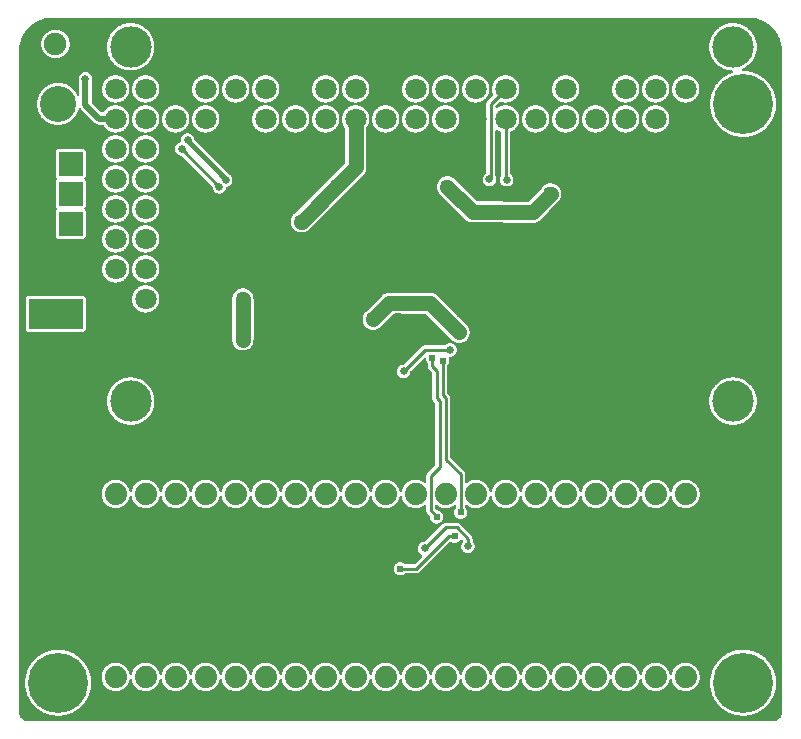
<source format=gbl>
G04 Layer: BottomLayer*
G04 EasyEDA v6.3.22, 2020-01-25T23:38:18+00:00*
G04 9703bbce67ff49f59cf1a8212616356f,50f9dc15ed21485093dd89aa00421481,09*
G04 Gerber Generator version 0.2*
G04 Scale: 100 percent, Rotated: No, Reflected: No *
G04 Dimensions in inches *
G04 leading zeros omitted , absolute positions ,2 integer and 4 decimal *
%FSLAX24Y24*%
%MOIN*%
G90*
G70D02*

%ADD10C,0.010000*%
%ADD11C,0.050000*%
%ADD12C,0.020000*%
%ADD16C,0.024000*%
%ADD17C,0.025000*%
%ADD23C,0.070866*%
%ADD24C,0.074000*%
%ADD25R,0.078740X0.078740*%
%ADD26C,0.078740*%
%ADD27C,0.074803*%
%ADD28R,0.060000X0.060000*%
%ADD29C,0.060000*%
%ADD30C,0.120000*%
%ADD31C,0.137790*%
%ADD32C,0.200000*%

%LPD*%
G36*
G01X24409Y23541D02*
G01X1181Y23541D01*
G01X1121Y23539D01*
G01X1091Y23537D01*
G01X1062Y23534D01*
G01X1032Y23531D01*
G01X1003Y23526D01*
G01X973Y23521D01*
G01X944Y23515D01*
G01X886Y23501D01*
G01X858Y23492D01*
G01X829Y23483D01*
G01X801Y23473D01*
G01X774Y23462D01*
G01X746Y23451D01*
G01X719Y23439D01*
G01X692Y23426D01*
G01X665Y23412D01*
G01X639Y23398D01*
G01X614Y23383D01*
G01X588Y23367D01*
G01X563Y23351D01*
G01X539Y23334D01*
G01X491Y23298D01*
G01X469Y23279D01*
G01X446Y23259D01*
G01X424Y23239D01*
G01X382Y23197D01*
G01X342Y23153D01*
G01X323Y23130D01*
G01X287Y23082D01*
G01X270Y23058D01*
G01X238Y23008D01*
G01X223Y22982D01*
G01X209Y22956D01*
G01X195Y22929D01*
G01X182Y22902D01*
G01X170Y22875D01*
G01X159Y22848D01*
G01X148Y22820D01*
G01X138Y22792D01*
G01X129Y22763D01*
G01X121Y22735D01*
G01X113Y22706D01*
G01X106Y22677D01*
G01X100Y22648D01*
G01X95Y22618D01*
G01X91Y22589D01*
G01X87Y22559D01*
G01X84Y22530D01*
G01X82Y22500D01*
G01X81Y22470D01*
G01X81Y377D01*
G01X82Y362D01*
G01X84Y346D01*
G01X87Y330D01*
G01X95Y300D01*
G01X100Y284D01*
G01X112Y256D01*
G01X128Y228D01*
G01X146Y202D01*
G01X156Y190D01*
G01X167Y178D01*
G01X178Y167D01*
G01X190Y156D01*
G01X202Y146D01*
G01X228Y128D01*
G01X256Y112D01*
G01X270Y106D01*
G01X285Y100D01*
G01X315Y90D01*
G01X330Y87D01*
G01X346Y84D01*
G01X362Y82D01*
G01X377Y81D01*
G01X25212Y81D01*
G01X25228Y82D01*
G01X25244Y84D01*
G01X25259Y87D01*
G01X25275Y90D01*
G01X25305Y100D01*
G01X25320Y106D01*
G01X25334Y112D01*
G01X25362Y128D01*
G01X25388Y146D01*
G01X25400Y156D01*
G01X25412Y167D01*
G01X25423Y178D01*
G01X25434Y190D01*
G01X25444Y202D01*
G01X25462Y228D01*
G01X25470Y242D01*
G01X25484Y270D01*
G01X25490Y284D01*
G01X25495Y300D01*
G01X25503Y330D01*
G01X25507Y362D01*
G01X25509Y377D01*
G01X25509Y22470D01*
G01X25505Y22530D01*
G01X25503Y22559D01*
G01X25499Y22589D01*
G01X25495Y22618D01*
G01X25489Y22648D01*
G01X25477Y22706D01*
G01X25469Y22735D01*
G01X25461Y22763D01*
G01X25452Y22792D01*
G01X25442Y22820D01*
G01X25431Y22848D01*
G01X25420Y22875D01*
G01X25407Y22902D01*
G01X25395Y22929D01*
G01X25381Y22956D01*
G01X25367Y22982D01*
G01X25352Y23008D01*
G01X25320Y23058D01*
G01X25302Y23082D01*
G01X25285Y23106D01*
G01X25266Y23130D01*
G01X25247Y23153D01*
G01X25228Y23175D01*
G01X25208Y23197D01*
G01X25166Y23239D01*
G01X25144Y23259D01*
G01X25121Y23279D01*
G01X25098Y23298D01*
G01X25075Y23316D01*
G01X25051Y23334D01*
G01X25026Y23351D01*
G01X24976Y23383D01*
G01X24950Y23398D01*
G01X24898Y23426D01*
G01X24871Y23439D01*
G01X24844Y23451D01*
G01X24788Y23473D01*
G01X24760Y23483D01*
G01X24732Y23492D01*
G01X24703Y23501D01*
G01X24645Y23515D01*
G01X24616Y23521D01*
G01X24558Y23531D01*
G01X24498Y23537D01*
G01X24469Y23539D01*
G01X24409Y23541D01*
G37*

%LPC*%
G36*
G01X24277Y2473D02*
G01X24217Y2475D01*
G01X24157Y2473D01*
G01X24128Y2471D01*
G01X24068Y2465D01*
G01X24039Y2460D01*
G01X24009Y2455D01*
G01X23980Y2449D01*
G01X23922Y2435D01*
G01X23894Y2426D01*
G01X23865Y2417D01*
G01X23809Y2397D01*
G01X23755Y2373D01*
G01X23701Y2347D01*
G01X23649Y2317D01*
G01X23624Y2302D01*
G01X23599Y2285D01*
G01X23575Y2268D01*
G01X23527Y2232D01*
G01X23504Y2213D01*
G01X23460Y2173D01*
G01X23438Y2152D01*
G01X23418Y2131D01*
G01X23397Y2109D01*
G01X23378Y2087D01*
G01X23359Y2064D01*
G01X23340Y2040D01*
G01X23306Y1992D01*
G01X23289Y1967D01*
G01X23274Y1941D01*
G01X23258Y1916D01*
G01X23244Y1890D01*
G01X23218Y1836D01*
G01X23206Y1809D01*
G01X23194Y1781D01*
G01X23183Y1754D01*
G01X23174Y1725D01*
G01X23164Y1697D01*
G01X23156Y1668D01*
G01X23148Y1640D01*
G01X23142Y1611D01*
G01X23136Y1581D01*
G01X23130Y1552D01*
G01X23126Y1522D01*
G01X23122Y1493D01*
G01X23118Y1433D01*
G01X23116Y1404D01*
G01X23116Y1344D01*
G01X23120Y1284D01*
G01X23122Y1255D01*
G01X23126Y1225D01*
G01X23130Y1196D01*
G01X23136Y1166D01*
G01X23148Y1108D01*
G01X23156Y1079D01*
G01X23164Y1051D01*
G01X23174Y1022D01*
G01X23183Y994D01*
G01X23194Y966D01*
G01X23218Y912D01*
G01X23231Y884D01*
G01X23244Y858D01*
G01X23258Y832D01*
G01X23274Y806D01*
G01X23289Y781D01*
G01X23306Y756D01*
G01X23340Y708D01*
G01X23359Y684D01*
G01X23378Y661D01*
G01X23397Y639D01*
G01X23418Y617D01*
G01X23438Y595D01*
G01X23460Y575D01*
G01X23482Y554D01*
G01X23504Y534D01*
G01X23527Y516D01*
G01X23551Y497D01*
G01X23575Y480D01*
G01X23599Y462D01*
G01X23649Y430D01*
G01X23675Y415D01*
G01X23701Y401D01*
G01X23728Y387D01*
G01X23755Y375D01*
G01X23782Y362D01*
G01X23809Y351D01*
G01X23837Y340D01*
G01X23865Y330D01*
G01X23894Y321D01*
G01X23922Y313D01*
G01X23951Y305D01*
G01X24009Y293D01*
G01X24039Y287D01*
G01X24068Y283D01*
G01X24098Y279D01*
G01X24128Y276D01*
G01X24157Y274D01*
G01X24187Y273D01*
G01X24247Y273D01*
G01X24277Y274D01*
G01X24306Y276D01*
G01X24336Y279D01*
G01X24366Y283D01*
G01X24395Y287D01*
G01X24424Y293D01*
G01X24454Y299D01*
G01X24483Y305D01*
G01X24511Y313D01*
G01X24540Y321D01*
G01X24568Y330D01*
G01X24597Y340D01*
G01X24624Y351D01*
G01X24652Y362D01*
G01X24679Y375D01*
G01X24706Y387D01*
G01X24733Y401D01*
G01X24759Y415D01*
G01X24785Y430D01*
G01X24835Y462D01*
G01X24859Y480D01*
G01X24883Y497D01*
G01X24907Y516D01*
G01X24930Y534D01*
G01X24952Y554D01*
G01X24974Y575D01*
G01X24995Y595D01*
G01X25016Y617D01*
G01X25056Y661D01*
G01X25075Y684D01*
G01X25111Y732D01*
G01X25128Y756D01*
G01X25145Y781D01*
G01X25160Y806D01*
G01X25190Y858D01*
G01X25203Y884D01*
G01X25216Y912D01*
G01X25240Y966D01*
G01X25260Y1022D01*
G01X25269Y1051D01*
G01X25278Y1079D01*
G01X25292Y1137D01*
G01X25298Y1166D01*
G01X25303Y1196D01*
G01X25308Y1225D01*
G01X25311Y1255D01*
G01X25314Y1284D01*
G01X25318Y1344D01*
G01X25318Y1404D01*
G01X25316Y1433D01*
G01X25314Y1463D01*
G01X25311Y1493D01*
G01X25308Y1522D01*
G01X25303Y1552D01*
G01X25298Y1581D01*
G01X25292Y1611D01*
G01X25285Y1640D01*
G01X25278Y1668D01*
G01X25269Y1697D01*
G01X25260Y1725D01*
G01X25250Y1754D01*
G01X25240Y1781D01*
G01X25228Y1809D01*
G01X25216Y1836D01*
G01X25190Y1890D01*
G01X25175Y1916D01*
G01X25160Y1941D01*
G01X25145Y1967D01*
G01X25128Y1992D01*
G01X25111Y2016D01*
G01X25075Y2064D01*
G01X25056Y2087D01*
G01X25016Y2131D01*
G01X24974Y2173D01*
G01X24930Y2213D01*
G01X24907Y2232D01*
G01X24859Y2268D01*
G01X24835Y2285D01*
G01X24810Y2302D01*
G01X24785Y2317D01*
G01X24733Y2347D01*
G01X24679Y2373D01*
G01X24652Y2385D01*
G01X24624Y2397D01*
G01X24597Y2407D01*
G01X24568Y2417D01*
G01X24540Y2426D01*
G01X24511Y2435D01*
G01X24483Y2442D01*
G01X24454Y2449D01*
G01X24424Y2455D01*
G01X24366Y2465D01*
G01X24306Y2471D01*
G01X24277Y2473D01*
G37*
G36*
G01X1442Y2473D02*
G01X1382Y2475D01*
G01X1352Y2474D01*
G01X1323Y2473D01*
G01X1293Y2471D01*
G01X1263Y2468D01*
G01X1234Y2465D01*
G01X1204Y2460D01*
G01X1175Y2455D01*
G01X1146Y2449D01*
G01X1117Y2442D01*
G01X1059Y2426D01*
G01X1031Y2417D01*
G01X1002Y2407D01*
G01X975Y2397D01*
G01X947Y2385D01*
G01X920Y2373D01*
G01X893Y2360D01*
G01X867Y2347D01*
G01X840Y2332D01*
G01X815Y2317D01*
G01X789Y2302D01*
G01X764Y2285D01*
G01X740Y2268D01*
G01X692Y2232D01*
G01X670Y2213D01*
G01X647Y2193D01*
G01X625Y2173D01*
G01X583Y2131D01*
G01X543Y2087D01*
G01X524Y2064D01*
G01X488Y2016D01*
G01X471Y1992D01*
G01X455Y1967D01*
G01X439Y1941D01*
G01X424Y1915D01*
G01X409Y1890D01*
G01X383Y1836D01*
G01X371Y1809D01*
G01X359Y1781D01*
G01X349Y1754D01*
G01X339Y1725D01*
G01X330Y1697D01*
G01X321Y1668D01*
G01X314Y1640D01*
G01X307Y1611D01*
G01X301Y1581D01*
G01X296Y1552D01*
G01X291Y1522D01*
G01X288Y1493D01*
G01X285Y1463D01*
G01X283Y1433D01*
G01X282Y1404D01*
G01X281Y1374D01*
G01X283Y1314D01*
G01X285Y1284D01*
G01X288Y1255D01*
G01X291Y1225D01*
G01X296Y1196D01*
G01X301Y1166D01*
G01X307Y1137D01*
G01X321Y1079D01*
G01X330Y1051D01*
G01X339Y1022D01*
G01X359Y966D01*
G01X383Y912D01*
G01X396Y884D01*
G01X409Y858D01*
G01X439Y806D01*
G01X471Y756D01*
G01X488Y732D01*
G01X524Y684D01*
G01X543Y661D01*
G01X583Y617D01*
G01X604Y595D01*
G01X625Y575D01*
G01X647Y554D01*
G01X670Y534D01*
G01X692Y515D01*
G01X716Y497D01*
G01X740Y480D01*
G01X764Y462D01*
G01X789Y446D01*
G01X815Y430D01*
G01X840Y415D01*
G01X867Y401D01*
G01X893Y387D01*
G01X920Y375D01*
G01X947Y362D01*
G01X975Y351D01*
G01X1002Y340D01*
G01X1031Y330D01*
G01X1059Y321D01*
G01X1117Y305D01*
G01X1204Y287D01*
G01X1234Y283D01*
G01X1263Y279D01*
G01X1293Y276D01*
G01X1323Y274D01*
G01X1352Y273D01*
G01X1412Y273D01*
G01X1442Y274D01*
G01X1472Y276D01*
G01X1501Y279D01*
G01X1531Y283D01*
G01X1560Y287D01*
G01X1590Y293D01*
G01X1648Y305D01*
G01X1677Y313D01*
G01X1705Y321D01*
G01X1734Y330D01*
G01X1762Y340D01*
G01X1790Y351D01*
G01X1817Y362D01*
G01X1845Y375D01*
G01X1871Y387D01*
G01X1898Y401D01*
G01X1924Y415D01*
G01X1950Y430D01*
G01X2000Y462D01*
G01X2025Y480D01*
G01X2049Y497D01*
G01X2072Y515D01*
G01X2095Y534D01*
G01X2118Y554D01*
G01X2139Y575D01*
G01X2161Y595D01*
G01X2182Y617D01*
G01X2202Y639D01*
G01X2221Y661D01*
G01X2240Y684D01*
G01X2259Y708D01*
G01X2276Y732D01*
G01X2294Y756D01*
G01X2326Y806D01*
G01X2341Y832D01*
G01X2369Y884D01*
G01X2382Y912D01*
G01X2394Y939D01*
G01X2405Y966D01*
G01X2416Y994D01*
G01X2426Y1022D01*
G01X2435Y1051D01*
G01X2443Y1079D01*
G01X2451Y1108D01*
G01X2458Y1137D01*
G01X2464Y1166D01*
G01X2469Y1196D01*
G01X2473Y1225D01*
G01X2477Y1255D01*
G01X2480Y1284D01*
G01X2482Y1314D01*
G01X2483Y1344D01*
G01X2483Y1404D01*
G01X2482Y1433D01*
G01X2480Y1463D01*
G01X2477Y1493D01*
G01X2473Y1522D01*
G01X2469Y1552D01*
G01X2464Y1581D01*
G01X2458Y1611D01*
G01X2451Y1640D01*
G01X2443Y1668D01*
G01X2435Y1697D01*
G01X2426Y1725D01*
G01X2416Y1754D01*
G01X2405Y1781D01*
G01X2394Y1809D01*
G01X2382Y1836D01*
G01X2369Y1863D01*
G01X2355Y1890D01*
G01X2341Y1915D01*
G01X2326Y1941D01*
G01X2310Y1967D01*
G01X2294Y1992D01*
G01X2276Y2016D01*
G01X2259Y2040D01*
G01X2240Y2064D01*
G01X2221Y2087D01*
G01X2202Y2109D01*
G01X2182Y2131D01*
G01X2161Y2152D01*
G01X2139Y2173D01*
G01X2118Y2193D01*
G01X2095Y2213D01*
G01X2072Y2232D01*
G01X2049Y2250D01*
G01X2025Y2268D01*
G01X1975Y2302D01*
G01X1950Y2317D01*
G01X1898Y2347D01*
G01X1871Y2360D01*
G01X1845Y2373D01*
G01X1817Y2385D01*
G01X1790Y2397D01*
G01X1734Y2417D01*
G01X1705Y2426D01*
G01X1677Y2434D01*
G01X1648Y2442D01*
G01X1619Y2449D01*
G01X1590Y2455D01*
G01X1560Y2460D01*
G01X1531Y2465D01*
G01X1501Y2468D01*
G01X1472Y2471D01*
G01X1442Y2473D01*
G37*
G36*
G01X3319Y2036D02*
G01X3280Y2036D01*
G01X3261Y2034D01*
G01X3241Y2033D01*
G01X3222Y2030D01*
G01X3184Y2022D01*
G01X3165Y2017D01*
G01X3147Y2011D01*
G01X3128Y2004D01*
G01X3110Y1996D01*
G01X3093Y1988D01*
G01X3075Y1979D01*
G01X3059Y1970D01*
G01X3042Y1959D01*
G01X3010Y1937D01*
G01X2995Y1925D01*
G01X2981Y1912D01*
G01X2953Y1884D01*
G01X2940Y1870D01*
G01X2928Y1854D01*
G01X2916Y1839D01*
G01X2905Y1823D01*
G01X2885Y1789D01*
G01X2876Y1772D01*
G01X2868Y1754D01*
G01X2854Y1718D01*
G01X2848Y1700D01*
G01X2843Y1681D01*
G01X2835Y1643D01*
G01X2832Y1623D01*
G01X2830Y1604D01*
G01X2829Y1584D01*
G01X2829Y1546D01*
G01X2830Y1526D01*
G01X2832Y1507D01*
G01X2835Y1487D01*
G01X2839Y1468D01*
G01X2843Y1450D01*
G01X2848Y1431D01*
G01X2854Y1412D01*
G01X2868Y1376D01*
G01X2876Y1358D01*
G01X2885Y1341D01*
G01X2895Y1324D01*
G01X2905Y1308D01*
G01X2916Y1291D01*
G01X2940Y1261D01*
G01X2953Y1246D01*
G01X2981Y1218D01*
G01X2995Y1206D01*
G01X3010Y1193D01*
G01X3042Y1171D01*
G01X3059Y1161D01*
G01X3075Y1151D01*
G01X3093Y1142D01*
G01X3110Y1134D01*
G01X3128Y1126D01*
G01X3147Y1120D01*
G01X3165Y1114D01*
G01X3203Y1104D01*
G01X3241Y1098D01*
G01X3261Y1096D01*
G01X3280Y1095D01*
G01X3300Y1094D01*
G01X3338Y1096D01*
G01X3358Y1098D01*
G01X3396Y1104D01*
G01X3434Y1114D01*
G01X3452Y1120D01*
G01X3471Y1126D01*
G01X3489Y1134D01*
G01X3506Y1142D01*
G01X3524Y1151D01*
G01X3540Y1160D01*
G01X3557Y1171D01*
G01X3589Y1193D01*
G01X3604Y1206D01*
G01X3618Y1218D01*
G01X3646Y1246D01*
G01X3659Y1260D01*
G01X3671Y1276D01*
G01X3683Y1291D01*
G01X3694Y1307D01*
G01X3704Y1324D01*
G01X3714Y1340D01*
G01X3722Y1358D01*
G01X3731Y1376D01*
G01X3738Y1393D01*
G01X3745Y1412D01*
G01X3751Y1430D01*
G01X3756Y1449D01*
G01X3760Y1468D01*
G01X3762Y1474D01*
G01X3768Y1484D01*
G01X3772Y1489D01*
G01X3777Y1493D01*
G01X3782Y1496D01*
G01X3788Y1498D01*
G01X3800Y1500D01*
G01X3806Y1499D01*
G01X3811Y1498D01*
G01X3817Y1496D01*
G01X3822Y1493D01*
G01X3827Y1489D01*
G01X3831Y1484D01*
G01X3837Y1474D01*
G01X3839Y1468D01*
G01X3843Y1449D01*
G01X3848Y1430D01*
G01X3854Y1412D01*
G01X3861Y1393D01*
G01X3868Y1376D01*
G01X3886Y1340D01*
G01X3895Y1324D01*
G01X3906Y1307D01*
G01X3917Y1291D01*
G01X3928Y1276D01*
G01X3940Y1260D01*
G01X3953Y1246D01*
G01X3981Y1218D01*
G01X3995Y1206D01*
G01X4011Y1193D01*
G01X4026Y1182D01*
G01X4042Y1171D01*
G01X4059Y1160D01*
G01X4093Y1142D01*
G01X4129Y1126D01*
G01X4165Y1114D01*
G01X4203Y1104D01*
G01X4241Y1098D01*
G01X4261Y1096D01*
G01X4280Y1095D01*
G01X4300Y1094D01*
G01X4338Y1096D01*
G01X4358Y1098D01*
G01X4396Y1104D01*
G01X4434Y1114D01*
G01X4452Y1120D01*
G01X4471Y1126D01*
G01X4489Y1134D01*
G01X4506Y1142D01*
G01X4524Y1151D01*
G01X4541Y1160D01*
G01X4589Y1193D01*
G01X4604Y1206D01*
G01X4618Y1218D01*
G01X4646Y1246D01*
G01X4659Y1260D01*
G01X4671Y1276D01*
G01X4683Y1291D01*
G01X4694Y1307D01*
G01X4704Y1324D01*
G01X4714Y1340D01*
G01X4723Y1358D01*
G01X4731Y1376D01*
G01X4738Y1393D01*
G01X4745Y1412D01*
G01X4751Y1430D01*
G01X4756Y1449D01*
G01X4760Y1468D01*
G01X4762Y1474D01*
G01X4768Y1484D01*
G01X4772Y1489D01*
G01X4777Y1493D01*
G01X4782Y1496D01*
G01X4788Y1498D01*
G01X4800Y1500D01*
G01X4812Y1498D01*
G01X4817Y1496D01*
G01X4822Y1493D01*
G01X4827Y1489D01*
G01X4831Y1484D01*
G01X4837Y1474D01*
G01X4839Y1468D01*
G01X4843Y1449D01*
G01X4848Y1430D01*
G01X4854Y1412D01*
G01X4861Y1393D01*
G01X4868Y1376D01*
G01X4886Y1340D01*
G01X4895Y1324D01*
G01X4906Y1307D01*
G01X4917Y1291D01*
G01X4928Y1276D01*
G01X4940Y1260D01*
G01X4953Y1246D01*
G01X4981Y1218D01*
G01X4995Y1206D01*
G01X5011Y1193D01*
G01X5026Y1182D01*
G01X5042Y1171D01*
G01X5059Y1160D01*
G01X5093Y1142D01*
G01X5129Y1126D01*
G01X5165Y1114D01*
G01X5203Y1104D01*
G01X5241Y1098D01*
G01X5261Y1096D01*
G01X5280Y1095D01*
G01X5300Y1094D01*
G01X5338Y1096D01*
G01X5358Y1098D01*
G01X5396Y1104D01*
G01X5434Y1114D01*
G01X5452Y1120D01*
G01X5471Y1126D01*
G01X5489Y1134D01*
G01X5506Y1142D01*
G01X5524Y1151D01*
G01X5541Y1160D01*
G01X5589Y1193D01*
G01X5604Y1206D01*
G01X5618Y1218D01*
G01X5646Y1246D01*
G01X5659Y1260D01*
G01X5671Y1276D01*
G01X5683Y1291D01*
G01X5694Y1307D01*
G01X5704Y1324D01*
G01X5714Y1340D01*
G01X5723Y1358D01*
G01X5731Y1376D01*
G01X5738Y1393D01*
G01X5745Y1412D01*
G01X5751Y1430D01*
G01X5756Y1449D01*
G01X5760Y1468D01*
G01X5762Y1474D01*
G01X5768Y1484D01*
G01X5772Y1489D01*
G01X5777Y1493D01*
G01X5782Y1496D01*
G01X5788Y1498D01*
G01X5800Y1500D01*
G01X5812Y1498D01*
G01X5817Y1496D01*
G01X5822Y1493D01*
G01X5827Y1489D01*
G01X5831Y1484D01*
G01X5837Y1474D01*
G01X5839Y1468D01*
G01X5843Y1449D01*
G01X5848Y1430D01*
G01X5854Y1412D01*
G01X5861Y1393D01*
G01X5868Y1376D01*
G01X5886Y1340D01*
G01X5895Y1324D01*
G01X5906Y1307D01*
G01X5917Y1291D01*
G01X5928Y1276D01*
G01X5940Y1260D01*
G01X5953Y1246D01*
G01X5981Y1218D01*
G01X5995Y1206D01*
G01X6011Y1193D01*
G01X6026Y1182D01*
G01X6042Y1171D01*
G01X6059Y1160D01*
G01X6093Y1142D01*
G01X6129Y1126D01*
G01X6165Y1114D01*
G01X6203Y1104D01*
G01X6241Y1098D01*
G01X6261Y1096D01*
G01X6280Y1095D01*
G01X6300Y1094D01*
G01X6338Y1096D01*
G01X6358Y1098D01*
G01X6396Y1104D01*
G01X6434Y1114D01*
G01X6470Y1126D01*
G01X6489Y1134D01*
G01X6506Y1142D01*
G01X6523Y1151D01*
G01X6541Y1160D01*
G01X6589Y1193D01*
G01X6604Y1206D01*
G01X6618Y1218D01*
G01X6646Y1246D01*
G01X6659Y1260D01*
G01X6671Y1276D01*
G01X6683Y1291D01*
G01X6694Y1307D01*
G01X6704Y1324D01*
G01X6714Y1340D01*
G01X6723Y1358D01*
G01X6731Y1376D01*
G01X6738Y1393D01*
G01X6745Y1412D01*
G01X6751Y1430D01*
G01X6756Y1449D01*
G01X6760Y1468D01*
G01X6762Y1474D01*
G01X6768Y1484D01*
G01X6772Y1489D01*
G01X6777Y1493D01*
G01X6782Y1496D01*
G01X6788Y1498D01*
G01X6800Y1500D01*
G01X6812Y1498D01*
G01X6817Y1496D01*
G01X6822Y1493D01*
G01X6827Y1489D01*
G01X6831Y1484D01*
G01X6837Y1474D01*
G01X6839Y1468D01*
G01X6843Y1449D01*
G01X6848Y1430D01*
G01X6854Y1412D01*
G01X6861Y1393D01*
G01X6868Y1376D01*
G01X6886Y1340D01*
G01X6895Y1324D01*
G01X6906Y1307D01*
G01X6917Y1291D01*
G01X6928Y1276D01*
G01X6940Y1260D01*
G01X6953Y1246D01*
G01X6981Y1218D01*
G01X6995Y1206D01*
G01X7011Y1193D01*
G01X7026Y1182D01*
G01X7042Y1171D01*
G01X7059Y1160D01*
G01X7093Y1142D01*
G01X7129Y1126D01*
G01X7165Y1114D01*
G01X7203Y1104D01*
G01X7241Y1098D01*
G01X7261Y1096D01*
G01X7280Y1095D01*
G01X7300Y1094D01*
G01X7338Y1096D01*
G01X7358Y1098D01*
G01X7396Y1104D01*
G01X7434Y1114D01*
G01X7470Y1126D01*
G01X7489Y1134D01*
G01X7506Y1142D01*
G01X7523Y1151D01*
G01X7541Y1160D01*
G01X7589Y1193D01*
G01X7604Y1206D01*
G01X7618Y1218D01*
G01X7646Y1246D01*
G01X7659Y1260D01*
G01X7671Y1276D01*
G01X7683Y1291D01*
G01X7694Y1307D01*
G01X7704Y1324D01*
G01X7714Y1340D01*
G01X7723Y1358D01*
G01X7731Y1376D01*
G01X7738Y1393D01*
G01X7745Y1412D01*
G01X7751Y1430D01*
G01X7756Y1449D01*
G01X7760Y1468D01*
G01X7762Y1474D01*
G01X7768Y1484D01*
G01X7772Y1489D01*
G01X7777Y1493D01*
G01X7782Y1496D01*
G01X7788Y1498D01*
G01X7800Y1500D01*
G01X7812Y1498D01*
G01X7817Y1496D01*
G01X7822Y1493D01*
G01X7827Y1489D01*
G01X7831Y1484D01*
G01X7837Y1474D01*
G01X7839Y1468D01*
G01X7843Y1449D01*
G01X7848Y1430D01*
G01X7854Y1412D01*
G01X7861Y1393D01*
G01X7868Y1376D01*
G01X7886Y1340D01*
G01X7895Y1324D01*
G01X7906Y1307D01*
G01X7917Y1291D01*
G01X7928Y1276D01*
G01X7940Y1260D01*
G01X7953Y1246D01*
G01X7981Y1218D01*
G01X7995Y1206D01*
G01X8011Y1193D01*
G01X8026Y1182D01*
G01X8042Y1171D01*
G01X8059Y1160D01*
G01X8093Y1142D01*
G01X8129Y1126D01*
G01X8165Y1114D01*
G01X8203Y1104D01*
G01X8241Y1098D01*
G01X8261Y1096D01*
G01X8280Y1095D01*
G01X8300Y1094D01*
G01X8338Y1096D01*
G01X8358Y1098D01*
G01X8396Y1104D01*
G01X8434Y1114D01*
G01X8452Y1120D01*
G01X8471Y1126D01*
G01X8489Y1134D01*
G01X8506Y1142D01*
G01X8524Y1151D01*
G01X8541Y1160D01*
G01X8589Y1193D01*
G01X8604Y1206D01*
G01X8618Y1218D01*
G01X8646Y1246D01*
G01X8659Y1260D01*
G01X8671Y1276D01*
G01X8683Y1291D01*
G01X8694Y1307D01*
G01X8704Y1324D01*
G01X8714Y1340D01*
G01X8723Y1358D01*
G01X8731Y1376D01*
G01X8738Y1393D01*
G01X8745Y1412D01*
G01X8751Y1430D01*
G01X8756Y1449D01*
G01X8760Y1468D01*
G01X8762Y1474D01*
G01X8768Y1484D01*
G01X8772Y1489D01*
G01X8777Y1493D01*
G01X8782Y1496D01*
G01X8788Y1498D01*
G01X8800Y1500D01*
G01X8812Y1498D01*
G01X8817Y1496D01*
G01X8822Y1493D01*
G01X8827Y1489D01*
G01X8831Y1484D01*
G01X8837Y1474D01*
G01X8839Y1468D01*
G01X8843Y1449D01*
G01X8848Y1430D01*
G01X8854Y1412D01*
G01X8861Y1393D01*
G01X8868Y1376D01*
G01X8886Y1340D01*
G01X8895Y1324D01*
G01X8906Y1307D01*
G01X8917Y1291D01*
G01X8928Y1276D01*
G01X8940Y1260D01*
G01X8953Y1246D01*
G01X8981Y1218D01*
G01X8995Y1206D01*
G01X9011Y1193D01*
G01X9026Y1182D01*
G01X9042Y1171D01*
G01X9059Y1160D01*
G01X9093Y1142D01*
G01X9129Y1126D01*
G01X9165Y1114D01*
G01X9203Y1104D01*
G01X9241Y1098D01*
G01X9261Y1096D01*
G01X9280Y1095D01*
G01X9300Y1094D01*
G01X9338Y1096D01*
G01X9358Y1098D01*
G01X9396Y1104D01*
G01X9434Y1114D01*
G01X9452Y1120D01*
G01X9471Y1126D01*
G01X9489Y1134D01*
G01X9506Y1142D01*
G01X9524Y1151D01*
G01X9541Y1160D01*
G01X9589Y1193D01*
G01X9604Y1206D01*
G01X9618Y1218D01*
G01X9646Y1246D01*
G01X9659Y1260D01*
G01X9671Y1276D01*
G01X9683Y1291D01*
G01X9694Y1307D01*
G01X9704Y1324D01*
G01X9714Y1340D01*
G01X9723Y1358D01*
G01X9731Y1376D01*
G01X9738Y1393D01*
G01X9745Y1412D01*
G01X9751Y1430D01*
G01X9756Y1449D01*
G01X9760Y1468D01*
G01X9762Y1474D01*
G01X9768Y1484D01*
G01X9772Y1489D01*
G01X9777Y1493D01*
G01X9782Y1496D01*
G01X9788Y1498D01*
G01X9800Y1500D01*
G01X9812Y1498D01*
G01X9817Y1496D01*
G01X9822Y1493D01*
G01X9827Y1489D01*
G01X9831Y1484D01*
G01X9837Y1474D01*
G01X9839Y1468D01*
G01X9843Y1449D01*
G01X9848Y1430D01*
G01X9854Y1412D01*
G01X9861Y1393D01*
G01X9868Y1376D01*
G01X9886Y1340D01*
G01X9895Y1324D01*
G01X9906Y1307D01*
G01X9917Y1291D01*
G01X9928Y1276D01*
G01X9940Y1260D01*
G01X9953Y1246D01*
G01X9981Y1218D01*
G01X9995Y1206D01*
G01X10011Y1193D01*
G01X10026Y1182D01*
G01X10042Y1171D01*
G01X10059Y1160D01*
G01X10093Y1142D01*
G01X10129Y1126D01*
G01X10165Y1114D01*
G01X10203Y1104D01*
G01X10241Y1098D01*
G01X10261Y1096D01*
G01X10280Y1095D01*
G01X10300Y1094D01*
G01X10338Y1096D01*
G01X10358Y1098D01*
G01X10396Y1104D01*
G01X10434Y1114D01*
G01X10452Y1120D01*
G01X10471Y1126D01*
G01X10489Y1134D01*
G01X10506Y1142D01*
G01X10524Y1151D01*
G01X10541Y1160D01*
G01X10589Y1193D01*
G01X10604Y1206D01*
G01X10618Y1218D01*
G01X10646Y1246D01*
G01X10659Y1260D01*
G01X10671Y1276D01*
G01X10683Y1291D01*
G01X10694Y1307D01*
G01X10704Y1324D01*
G01X10714Y1340D01*
G01X10723Y1358D01*
G01X10731Y1376D01*
G01X10738Y1393D01*
G01X10745Y1412D01*
G01X10751Y1430D01*
G01X10756Y1449D01*
G01X10760Y1468D01*
G01X10762Y1474D01*
G01X10768Y1484D01*
G01X10772Y1489D01*
G01X10777Y1493D01*
G01X10782Y1496D01*
G01X10788Y1498D01*
G01X10800Y1500D01*
G01X10812Y1498D01*
G01X10817Y1496D01*
G01X10822Y1493D01*
G01X10827Y1489D01*
G01X10831Y1484D01*
G01X10837Y1474D01*
G01X10839Y1468D01*
G01X10843Y1449D01*
G01X10848Y1430D01*
G01X10854Y1412D01*
G01X10861Y1393D01*
G01X10868Y1376D01*
G01X10886Y1340D01*
G01X10895Y1324D01*
G01X10906Y1307D01*
G01X10917Y1291D01*
G01X10928Y1276D01*
G01X10940Y1260D01*
G01X10953Y1246D01*
G01X10981Y1218D01*
G01X10995Y1206D01*
G01X11011Y1193D01*
G01X11026Y1182D01*
G01X11042Y1171D01*
G01X11059Y1160D01*
G01X11093Y1142D01*
G01X11129Y1126D01*
G01X11165Y1114D01*
G01X11203Y1104D01*
G01X11241Y1098D01*
G01X11261Y1096D01*
G01X11280Y1095D01*
G01X11300Y1094D01*
G01X11338Y1096D01*
G01X11358Y1098D01*
G01X11396Y1104D01*
G01X11434Y1114D01*
G01X11452Y1120D01*
G01X11471Y1126D01*
G01X11489Y1134D01*
G01X11506Y1142D01*
G01X11524Y1151D01*
G01X11541Y1160D01*
G01X11589Y1193D01*
G01X11604Y1206D01*
G01X11618Y1218D01*
G01X11646Y1246D01*
G01X11659Y1260D01*
G01X11671Y1276D01*
G01X11683Y1291D01*
G01X11694Y1307D01*
G01X11704Y1324D01*
G01X11714Y1340D01*
G01X11723Y1358D01*
G01X11731Y1376D01*
G01X11738Y1393D01*
G01X11745Y1412D01*
G01X11751Y1430D01*
G01X11756Y1449D01*
G01X11760Y1468D01*
G01X11762Y1474D01*
G01X11768Y1484D01*
G01X11772Y1489D01*
G01X11777Y1493D01*
G01X11782Y1496D01*
G01X11788Y1498D01*
G01X11800Y1500D01*
G01X11812Y1498D01*
G01X11817Y1496D01*
G01X11822Y1493D01*
G01X11827Y1489D01*
G01X11831Y1484D01*
G01X11837Y1474D01*
G01X11839Y1468D01*
G01X11843Y1449D01*
G01X11848Y1430D01*
G01X11854Y1412D01*
G01X11861Y1393D01*
G01X11868Y1376D01*
G01X11886Y1340D01*
G01X11895Y1324D01*
G01X11906Y1307D01*
G01X11917Y1291D01*
G01X11928Y1276D01*
G01X11940Y1260D01*
G01X11953Y1246D01*
G01X11981Y1218D01*
G01X11995Y1206D01*
G01X12011Y1193D01*
G01X12026Y1182D01*
G01X12042Y1171D01*
G01X12059Y1160D01*
G01X12093Y1142D01*
G01X12129Y1126D01*
G01X12165Y1114D01*
G01X12203Y1104D01*
G01X12241Y1098D01*
G01X12261Y1096D01*
G01X12280Y1095D01*
G01X12300Y1094D01*
G01X12338Y1096D01*
G01X12358Y1098D01*
G01X12396Y1104D01*
G01X12434Y1114D01*
G01X12452Y1120D01*
G01X12471Y1126D01*
G01X12489Y1134D01*
G01X12506Y1142D01*
G01X12524Y1151D01*
G01X12541Y1160D01*
G01X12589Y1193D01*
G01X12604Y1206D01*
G01X12618Y1218D01*
G01X12646Y1246D01*
G01X12659Y1260D01*
G01X12671Y1276D01*
G01X12683Y1291D01*
G01X12694Y1307D01*
G01X12704Y1324D01*
G01X12714Y1340D01*
G01X12723Y1358D01*
G01X12731Y1376D01*
G01X12738Y1393D01*
G01X12745Y1412D01*
G01X12751Y1430D01*
G01X12756Y1449D01*
G01X12760Y1468D01*
G01X12762Y1474D01*
G01X12768Y1484D01*
G01X12772Y1489D01*
G01X12777Y1493D01*
G01X12782Y1496D01*
G01X12788Y1498D01*
G01X12800Y1500D01*
G01X12812Y1498D01*
G01X12817Y1496D01*
G01X12822Y1493D01*
G01X12827Y1489D01*
G01X12831Y1484D01*
G01X12837Y1474D01*
G01X12839Y1468D01*
G01X12843Y1449D01*
G01X12848Y1430D01*
G01X12854Y1412D01*
G01X12861Y1393D01*
G01X12868Y1376D01*
G01X12886Y1340D01*
G01X12895Y1324D01*
G01X12906Y1307D01*
G01X12916Y1291D01*
G01X12928Y1276D01*
G01X12940Y1260D01*
G01X12953Y1246D01*
G01X12981Y1218D01*
G01X12995Y1206D01*
G01X13011Y1193D01*
G01X13026Y1182D01*
G01X13042Y1171D01*
G01X13059Y1160D01*
G01X13093Y1142D01*
G01X13129Y1126D01*
G01X13165Y1114D01*
G01X13203Y1104D01*
G01X13241Y1098D01*
G01X13261Y1096D01*
G01X13280Y1095D01*
G01X13300Y1094D01*
G01X13338Y1096D01*
G01X13358Y1098D01*
G01X13396Y1104D01*
G01X13434Y1114D01*
G01X13452Y1120D01*
G01X13471Y1126D01*
G01X13488Y1134D01*
G01X13506Y1142D01*
G01X13524Y1151D01*
G01X13541Y1160D01*
G01X13573Y1182D01*
G01X13588Y1193D01*
G01X13604Y1206D01*
G01X13618Y1218D01*
G01X13646Y1246D01*
G01X13659Y1260D01*
G01X13671Y1276D01*
G01X13683Y1291D01*
G01X13694Y1307D01*
G01X13704Y1324D01*
G01X13713Y1340D01*
G01X13731Y1376D01*
G01X13738Y1393D01*
G01X13745Y1412D01*
G01X13751Y1430D01*
G01X13756Y1449D01*
G01X13760Y1468D01*
G01X13762Y1474D01*
G01X13768Y1484D01*
G01X13772Y1489D01*
G01X13777Y1493D01*
G01X13782Y1496D01*
G01X13788Y1498D01*
G01X13800Y1500D01*
G01X13812Y1498D01*
G01X13817Y1496D01*
G01X13822Y1493D01*
G01X13827Y1489D01*
G01X13831Y1484D01*
G01X13837Y1474D01*
G01X13839Y1468D01*
G01X13843Y1449D01*
G01X13848Y1430D01*
G01X13854Y1412D01*
G01X13861Y1393D01*
G01X13868Y1376D01*
G01X13886Y1340D01*
G01X13895Y1324D01*
G01X13906Y1307D01*
G01X13916Y1291D01*
G01X13928Y1276D01*
G01X13940Y1260D01*
G01X13953Y1246D01*
G01X13981Y1218D01*
G01X13995Y1206D01*
G01X14011Y1193D01*
G01X14026Y1182D01*
G01X14042Y1171D01*
G01X14059Y1160D01*
G01X14093Y1142D01*
G01X14129Y1126D01*
G01X14165Y1114D01*
G01X14203Y1104D01*
G01X14241Y1098D01*
G01X14261Y1096D01*
G01X14280Y1095D01*
G01X14300Y1094D01*
G01X14338Y1096D01*
G01X14358Y1098D01*
G01X14396Y1104D01*
G01X14434Y1114D01*
G01X14452Y1120D01*
G01X14471Y1126D01*
G01X14488Y1134D01*
G01X14506Y1142D01*
G01X14524Y1151D01*
G01X14541Y1160D01*
G01X14573Y1182D01*
G01X14588Y1193D01*
G01X14604Y1206D01*
G01X14618Y1218D01*
G01X14646Y1246D01*
G01X14659Y1260D01*
G01X14671Y1276D01*
G01X14683Y1291D01*
G01X14694Y1307D01*
G01X14704Y1324D01*
G01X14713Y1340D01*
G01X14731Y1376D01*
G01X14738Y1393D01*
G01X14745Y1412D01*
G01X14751Y1430D01*
G01X14756Y1449D01*
G01X14760Y1468D01*
G01X14762Y1474D01*
G01X14768Y1484D01*
G01X14772Y1489D01*
G01X14777Y1493D01*
G01X14782Y1496D01*
G01X14788Y1498D01*
G01X14800Y1500D01*
G01X14812Y1498D01*
G01X14817Y1496D01*
G01X14822Y1493D01*
G01X14827Y1489D01*
G01X14831Y1484D01*
G01X14837Y1474D01*
G01X14839Y1468D01*
G01X14843Y1449D01*
G01X14848Y1430D01*
G01X14854Y1412D01*
G01X14861Y1393D01*
G01X14868Y1376D01*
G01X14886Y1340D01*
G01X14895Y1324D01*
G01X14906Y1307D01*
G01X14916Y1291D01*
G01X14928Y1276D01*
G01X14940Y1260D01*
G01X14953Y1246D01*
G01X14981Y1218D01*
G01X14995Y1206D01*
G01X15011Y1193D01*
G01X15026Y1182D01*
G01X15042Y1171D01*
G01X15059Y1160D01*
G01X15093Y1142D01*
G01X15129Y1126D01*
G01X15165Y1114D01*
G01X15203Y1104D01*
G01X15241Y1098D01*
G01X15261Y1096D01*
G01X15280Y1095D01*
G01X15300Y1094D01*
G01X15338Y1096D01*
G01X15358Y1098D01*
G01X15396Y1104D01*
G01X15434Y1114D01*
G01X15452Y1120D01*
G01X15471Y1126D01*
G01X15488Y1134D01*
G01X15506Y1142D01*
G01X15524Y1151D01*
G01X15541Y1160D01*
G01X15573Y1182D01*
G01X15588Y1193D01*
G01X15604Y1206D01*
G01X15618Y1218D01*
G01X15646Y1246D01*
G01X15659Y1260D01*
G01X15671Y1276D01*
G01X15683Y1291D01*
G01X15694Y1307D01*
G01X15704Y1324D01*
G01X15713Y1340D01*
G01X15731Y1376D01*
G01X15738Y1393D01*
G01X15745Y1412D01*
G01X15751Y1430D01*
G01X15756Y1449D01*
G01X15760Y1468D01*
G01X15762Y1474D01*
G01X15768Y1484D01*
G01X15772Y1489D01*
G01X15777Y1493D01*
G01X15782Y1496D01*
G01X15788Y1498D01*
G01X15800Y1500D01*
G01X15812Y1498D01*
G01X15817Y1496D01*
G01X15822Y1493D01*
G01X15827Y1489D01*
G01X15831Y1484D01*
G01X15837Y1474D01*
G01X15839Y1468D01*
G01X15843Y1449D01*
G01X15848Y1430D01*
G01X15854Y1412D01*
G01X15861Y1393D01*
G01X15868Y1376D01*
G01X15886Y1340D01*
G01X15895Y1324D01*
G01X15906Y1307D01*
G01X15916Y1291D01*
G01X15928Y1276D01*
G01X15940Y1260D01*
G01X15953Y1246D01*
G01X15981Y1218D01*
G01X15995Y1206D01*
G01X16011Y1193D01*
G01X16026Y1182D01*
G01X16042Y1171D01*
G01X16059Y1160D01*
G01X16093Y1142D01*
G01X16129Y1126D01*
G01X16165Y1114D01*
G01X16203Y1104D01*
G01X16241Y1098D01*
G01X16261Y1096D01*
G01X16280Y1095D01*
G01X16300Y1094D01*
G01X16338Y1096D01*
G01X16358Y1098D01*
G01X16396Y1104D01*
G01X16434Y1114D01*
G01X16452Y1120D01*
G01X16471Y1126D01*
G01X16489Y1134D01*
G01X16506Y1142D01*
G01X16524Y1151D01*
G01X16541Y1160D01*
G01X16589Y1193D01*
G01X16604Y1206D01*
G01X16618Y1218D01*
G01X16646Y1246D01*
G01X16659Y1260D01*
G01X16671Y1276D01*
G01X16683Y1291D01*
G01X16694Y1307D01*
G01X16704Y1324D01*
G01X16714Y1340D01*
G01X16723Y1358D01*
G01X16731Y1376D01*
G01X16738Y1393D01*
G01X16745Y1412D01*
G01X16751Y1430D01*
G01X16756Y1449D01*
G01X16760Y1468D01*
G01X16762Y1474D01*
G01X16768Y1484D01*
G01X16772Y1489D01*
G01X16777Y1493D01*
G01X16782Y1496D01*
G01X16788Y1498D01*
G01X16800Y1500D01*
G01X16812Y1498D01*
G01X16817Y1496D01*
G01X16822Y1493D01*
G01X16827Y1489D01*
G01X16831Y1484D01*
G01X16837Y1474D01*
G01X16839Y1468D01*
G01X16843Y1449D01*
G01X16848Y1430D01*
G01X16854Y1412D01*
G01X16861Y1393D01*
G01X16868Y1376D01*
G01X16886Y1340D01*
G01X16895Y1324D01*
G01X16906Y1307D01*
G01X16917Y1291D01*
G01X16928Y1276D01*
G01X16940Y1260D01*
G01X16953Y1246D01*
G01X16981Y1218D01*
G01X16995Y1206D01*
G01X17011Y1193D01*
G01X17026Y1182D01*
G01X17042Y1171D01*
G01X17059Y1160D01*
G01X17093Y1142D01*
G01X17129Y1126D01*
G01X17165Y1114D01*
G01X17203Y1104D01*
G01X17241Y1098D01*
G01X17261Y1096D01*
G01X17280Y1095D01*
G01X17300Y1094D01*
G01X17338Y1096D01*
G01X17358Y1098D01*
G01X17396Y1104D01*
G01X17434Y1114D01*
G01X17452Y1120D01*
G01X17471Y1126D01*
G01X17489Y1134D01*
G01X17506Y1142D01*
G01X17524Y1151D01*
G01X17541Y1160D01*
G01X17589Y1193D01*
G01X17604Y1206D01*
G01X17618Y1218D01*
G01X17646Y1246D01*
G01X17659Y1260D01*
G01X17671Y1276D01*
G01X17683Y1291D01*
G01X17694Y1307D01*
G01X17704Y1324D01*
G01X17714Y1340D01*
G01X17723Y1358D01*
G01X17731Y1376D01*
G01X17738Y1393D01*
G01X17745Y1412D01*
G01X17751Y1430D01*
G01X17756Y1449D01*
G01X17760Y1468D01*
G01X17762Y1474D01*
G01X17768Y1484D01*
G01X17772Y1489D01*
G01X17777Y1493D01*
G01X17782Y1496D01*
G01X17788Y1498D01*
G01X17800Y1500D01*
G01X17812Y1498D01*
G01X17817Y1496D01*
G01X17822Y1493D01*
G01X17827Y1489D01*
G01X17831Y1484D01*
G01X17837Y1474D01*
G01X17839Y1468D01*
G01X17843Y1449D01*
G01X17848Y1430D01*
G01X17854Y1412D01*
G01X17861Y1393D01*
G01X17868Y1376D01*
G01X17886Y1340D01*
G01X17895Y1324D01*
G01X17906Y1307D01*
G01X17917Y1291D01*
G01X17928Y1276D01*
G01X17940Y1260D01*
G01X17953Y1246D01*
G01X17981Y1218D01*
G01X17995Y1206D01*
G01X18011Y1193D01*
G01X18026Y1182D01*
G01X18042Y1171D01*
G01X18059Y1160D01*
G01X18093Y1142D01*
G01X18129Y1126D01*
G01X18165Y1114D01*
G01X18203Y1104D01*
G01X18241Y1098D01*
G01X18261Y1096D01*
G01X18280Y1095D01*
G01X18300Y1094D01*
G01X18338Y1096D01*
G01X18358Y1098D01*
G01X18396Y1104D01*
G01X18434Y1114D01*
G01X18452Y1120D01*
G01X18471Y1126D01*
G01X18489Y1134D01*
G01X18506Y1142D01*
G01X18524Y1151D01*
G01X18541Y1160D01*
G01X18589Y1193D01*
G01X18604Y1206D01*
G01X18618Y1218D01*
G01X18646Y1246D01*
G01X18659Y1260D01*
G01X18671Y1276D01*
G01X18683Y1291D01*
G01X18694Y1307D01*
G01X18704Y1324D01*
G01X18714Y1340D01*
G01X18723Y1358D01*
G01X18731Y1376D01*
G01X18738Y1393D01*
G01X18745Y1412D01*
G01X18751Y1430D01*
G01X18756Y1449D01*
G01X18760Y1468D01*
G01X18762Y1474D01*
G01X18768Y1484D01*
G01X18772Y1489D01*
G01X18777Y1493D01*
G01X18782Y1496D01*
G01X18788Y1498D01*
G01X18800Y1500D01*
G01X18812Y1498D01*
G01X18817Y1496D01*
G01X18822Y1493D01*
G01X18827Y1489D01*
G01X18831Y1484D01*
G01X18837Y1474D01*
G01X18839Y1468D01*
G01X18843Y1449D01*
G01X18848Y1430D01*
G01X18854Y1412D01*
G01X18861Y1393D01*
G01X18868Y1376D01*
G01X18886Y1340D01*
G01X18895Y1324D01*
G01X18906Y1307D01*
G01X18917Y1291D01*
G01X18928Y1276D01*
G01X18940Y1260D01*
G01X18953Y1246D01*
G01X18981Y1218D01*
G01X18995Y1206D01*
G01X19011Y1193D01*
G01X19026Y1182D01*
G01X19042Y1171D01*
G01X19059Y1160D01*
G01X19093Y1142D01*
G01X19129Y1126D01*
G01X19165Y1114D01*
G01X19203Y1104D01*
G01X19241Y1098D01*
G01X19261Y1096D01*
G01X19280Y1095D01*
G01X19300Y1094D01*
G01X19338Y1096D01*
G01X19358Y1098D01*
G01X19396Y1104D01*
G01X19434Y1114D01*
G01X19452Y1120D01*
G01X19471Y1126D01*
G01X19489Y1134D01*
G01X19506Y1142D01*
G01X19524Y1151D01*
G01X19541Y1160D01*
G01X19589Y1193D01*
G01X19604Y1206D01*
G01X19618Y1218D01*
G01X19646Y1246D01*
G01X19659Y1260D01*
G01X19671Y1276D01*
G01X19683Y1291D01*
G01X19694Y1307D01*
G01X19704Y1324D01*
G01X19714Y1340D01*
G01X19723Y1358D01*
G01X19731Y1376D01*
G01X19738Y1393D01*
G01X19745Y1412D01*
G01X19751Y1430D01*
G01X19756Y1449D01*
G01X19760Y1468D01*
G01X19762Y1474D01*
G01X19768Y1484D01*
G01X19772Y1489D01*
G01X19777Y1493D01*
G01X19782Y1496D01*
G01X19788Y1498D01*
G01X19800Y1500D01*
G01X19812Y1498D01*
G01X19817Y1496D01*
G01X19822Y1493D01*
G01X19827Y1489D01*
G01X19831Y1484D01*
G01X19837Y1474D01*
G01X19839Y1468D01*
G01X19843Y1449D01*
G01X19848Y1430D01*
G01X19854Y1412D01*
G01X19861Y1393D01*
G01X19868Y1376D01*
G01X19886Y1340D01*
G01X19895Y1324D01*
G01X19906Y1307D01*
G01X19917Y1291D01*
G01X19928Y1276D01*
G01X19940Y1260D01*
G01X19953Y1246D01*
G01X19981Y1218D01*
G01X19995Y1206D01*
G01X20011Y1193D01*
G01X20026Y1182D01*
G01X20042Y1171D01*
G01X20059Y1160D01*
G01X20093Y1142D01*
G01X20129Y1126D01*
G01X20165Y1114D01*
G01X20203Y1104D01*
G01X20241Y1098D01*
G01X20261Y1096D01*
G01X20280Y1095D01*
G01X20300Y1094D01*
G01X20338Y1096D01*
G01X20358Y1098D01*
G01X20396Y1104D01*
G01X20434Y1114D01*
G01X20452Y1120D01*
G01X20471Y1126D01*
G01X20489Y1134D01*
G01X20506Y1142D01*
G01X20524Y1151D01*
G01X20541Y1160D01*
G01X20589Y1193D01*
G01X20604Y1206D01*
G01X20618Y1218D01*
G01X20646Y1246D01*
G01X20659Y1260D01*
G01X20671Y1276D01*
G01X20683Y1291D01*
G01X20694Y1307D01*
G01X20704Y1324D01*
G01X20714Y1340D01*
G01X20723Y1358D01*
G01X20731Y1376D01*
G01X20738Y1393D01*
G01X20745Y1412D01*
G01X20751Y1430D01*
G01X20756Y1449D01*
G01X20760Y1468D01*
G01X20762Y1474D01*
G01X20768Y1484D01*
G01X20772Y1489D01*
G01X20777Y1493D01*
G01X20782Y1496D01*
G01X20788Y1498D01*
G01X20800Y1500D01*
G01X20812Y1498D01*
G01X20817Y1496D01*
G01X20822Y1493D01*
G01X20827Y1489D01*
G01X20831Y1484D01*
G01X20837Y1474D01*
G01X20839Y1468D01*
G01X20843Y1449D01*
G01X20848Y1430D01*
G01X20854Y1412D01*
G01X20861Y1393D01*
G01X20868Y1376D01*
G01X20886Y1340D01*
G01X20895Y1324D01*
G01X20906Y1307D01*
G01X20917Y1291D01*
G01X20928Y1276D01*
G01X20940Y1260D01*
G01X20953Y1246D01*
G01X20981Y1218D01*
G01X20995Y1206D01*
G01X21011Y1193D01*
G01X21026Y1182D01*
G01X21042Y1171D01*
G01X21059Y1160D01*
G01X21093Y1142D01*
G01X21129Y1126D01*
G01X21165Y1114D01*
G01X21203Y1104D01*
G01X21241Y1098D01*
G01X21261Y1096D01*
G01X21280Y1095D01*
G01X21300Y1094D01*
G01X21338Y1096D01*
G01X21358Y1098D01*
G01X21396Y1104D01*
G01X21434Y1114D01*
G01X21452Y1120D01*
G01X21471Y1126D01*
G01X21489Y1134D01*
G01X21506Y1142D01*
G01X21524Y1151D01*
G01X21541Y1160D01*
G01X21589Y1193D01*
G01X21604Y1206D01*
G01X21618Y1218D01*
G01X21646Y1246D01*
G01X21659Y1260D01*
G01X21671Y1276D01*
G01X21683Y1291D01*
G01X21694Y1307D01*
G01X21704Y1324D01*
G01X21714Y1340D01*
G01X21723Y1358D01*
G01X21731Y1376D01*
G01X21738Y1393D01*
G01X21745Y1412D01*
G01X21751Y1430D01*
G01X21756Y1449D01*
G01X21760Y1468D01*
G01X21762Y1474D01*
G01X21768Y1484D01*
G01X21772Y1489D01*
G01X21777Y1493D01*
G01X21782Y1496D01*
G01X21788Y1498D01*
G01X21800Y1500D01*
G01X21812Y1498D01*
G01X21817Y1496D01*
G01X21822Y1493D01*
G01X21827Y1489D01*
G01X21831Y1484D01*
G01X21837Y1474D01*
G01X21839Y1468D01*
G01X21843Y1449D01*
G01X21848Y1430D01*
G01X21854Y1412D01*
G01X21861Y1393D01*
G01X21868Y1376D01*
G01X21886Y1340D01*
G01X21895Y1324D01*
G01X21906Y1307D01*
G01X21917Y1291D01*
G01X21928Y1276D01*
G01X21940Y1260D01*
G01X21953Y1246D01*
G01X21981Y1218D01*
G01X21995Y1206D01*
G01X22011Y1193D01*
G01X22026Y1182D01*
G01X22042Y1171D01*
G01X22059Y1160D01*
G01X22093Y1142D01*
G01X22129Y1126D01*
G01X22165Y1114D01*
G01X22203Y1104D01*
G01X22241Y1098D01*
G01X22261Y1096D01*
G01X22280Y1095D01*
G01X22300Y1094D01*
G01X22338Y1096D01*
G01X22358Y1098D01*
G01X22396Y1104D01*
G01X22434Y1114D01*
G01X22453Y1120D01*
G01X22471Y1126D01*
G01X22489Y1134D01*
G01X22506Y1142D01*
G01X22524Y1151D01*
G01X22541Y1161D01*
G01X22557Y1171D01*
G01X22589Y1193D01*
G01X22604Y1206D01*
G01X22619Y1218D01*
G01X22633Y1232D01*
G01X22646Y1246D01*
G01X22659Y1261D01*
G01X22683Y1291D01*
G01X22694Y1308D01*
G01X22704Y1324D01*
G01X22714Y1341D01*
G01X22723Y1358D01*
G01X22731Y1376D01*
G01X22745Y1412D01*
G01X22751Y1431D01*
G01X22756Y1450D01*
G01X22761Y1468D01*
G01X22764Y1487D01*
G01X22767Y1507D01*
G01X22769Y1526D01*
G01X22770Y1546D01*
G01X22771Y1565D01*
G01X22770Y1584D01*
G01X22769Y1604D01*
G01X22767Y1623D01*
G01X22764Y1643D01*
G01X22761Y1662D01*
G01X22751Y1700D01*
G01X22745Y1718D01*
G01X22731Y1754D01*
G01X22723Y1772D01*
G01X22714Y1789D01*
G01X22694Y1823D01*
G01X22683Y1839D01*
G01X22671Y1854D01*
G01X22659Y1870D01*
G01X22633Y1898D01*
G01X22619Y1912D01*
G01X22604Y1925D01*
G01X22589Y1937D01*
G01X22541Y1970D01*
G01X22524Y1979D01*
G01X22506Y1988D01*
G01X22489Y1996D01*
G01X22471Y2004D01*
G01X22453Y2011D01*
G01X22434Y2017D01*
G01X22415Y2022D01*
G01X22377Y2030D01*
G01X22358Y2033D01*
G01X22338Y2034D01*
G01X22319Y2036D01*
G01X22280Y2036D01*
G01X22261Y2034D01*
G01X22241Y2033D01*
G01X22222Y2030D01*
G01X22184Y2022D01*
G01X22165Y2017D01*
G01X22147Y2011D01*
G01X22111Y1997D01*
G01X22093Y1988D01*
G01X22059Y1970D01*
G01X22042Y1959D01*
G01X22026Y1949D01*
G01X22011Y1937D01*
G01X21995Y1925D01*
G01X21981Y1912D01*
G01X21953Y1884D01*
G01X21940Y1870D01*
G01X21928Y1855D01*
G01X21895Y1807D01*
G01X21886Y1790D01*
G01X21877Y1772D01*
G01X21868Y1755D01*
G01X21861Y1737D01*
G01X21854Y1718D01*
G01X21848Y1700D01*
G01X21843Y1681D01*
G01X21839Y1662D01*
G01X21837Y1657D01*
G01X21834Y1651D01*
G01X21831Y1646D01*
G01X21827Y1642D01*
G01X21817Y1634D01*
G01X21812Y1632D01*
G01X21806Y1631D01*
G01X21794Y1631D01*
G01X21788Y1632D01*
G01X21782Y1634D01*
G01X21772Y1642D01*
G01X21768Y1646D01*
G01X21765Y1651D01*
G01X21762Y1657D01*
G01X21760Y1662D01*
G01X21756Y1681D01*
G01X21751Y1700D01*
G01X21745Y1718D01*
G01X21738Y1737D01*
G01X21731Y1755D01*
G01X21723Y1772D01*
G01X21714Y1790D01*
G01X21704Y1807D01*
G01X21694Y1823D01*
G01X21683Y1839D01*
G01X21671Y1855D01*
G01X21659Y1870D01*
G01X21646Y1884D01*
G01X21618Y1912D01*
G01X21604Y1925D01*
G01X21589Y1937D01*
G01X21573Y1949D01*
G01X21557Y1959D01*
G01X21541Y1970D01*
G01X21524Y1979D01*
G01X21506Y1988D01*
G01X21489Y1997D01*
G01X21471Y2004D01*
G01X21452Y2011D01*
G01X21434Y2017D01*
G01X21415Y2022D01*
G01X21377Y2030D01*
G01X21358Y2033D01*
G01X21338Y2034D01*
G01X21319Y2036D01*
G01X21280Y2036D01*
G01X21261Y2034D01*
G01X21241Y2033D01*
G01X21222Y2030D01*
G01X21184Y2022D01*
G01X21165Y2017D01*
G01X21147Y2011D01*
G01X21111Y1997D01*
G01X21093Y1988D01*
G01X21059Y1970D01*
G01X21042Y1959D01*
G01X21026Y1949D01*
G01X21011Y1937D01*
G01X20995Y1925D01*
G01X20981Y1912D01*
G01X20953Y1884D01*
G01X20940Y1870D01*
G01X20928Y1855D01*
G01X20895Y1807D01*
G01X20886Y1790D01*
G01X20877Y1772D01*
G01X20868Y1755D01*
G01X20861Y1737D01*
G01X20854Y1718D01*
G01X20848Y1700D01*
G01X20843Y1681D01*
G01X20839Y1662D01*
G01X20837Y1657D01*
G01X20834Y1651D01*
G01X20831Y1646D01*
G01X20827Y1642D01*
G01X20817Y1634D01*
G01X20812Y1632D01*
G01X20806Y1631D01*
G01X20794Y1631D01*
G01X20788Y1632D01*
G01X20782Y1634D01*
G01X20772Y1642D01*
G01X20768Y1646D01*
G01X20765Y1651D01*
G01X20762Y1657D01*
G01X20760Y1662D01*
G01X20756Y1681D01*
G01X20751Y1700D01*
G01X20745Y1718D01*
G01X20738Y1737D01*
G01X20731Y1755D01*
G01X20723Y1772D01*
G01X20714Y1790D01*
G01X20704Y1807D01*
G01X20694Y1823D01*
G01X20683Y1839D01*
G01X20671Y1855D01*
G01X20659Y1870D01*
G01X20646Y1884D01*
G01X20618Y1912D01*
G01X20604Y1925D01*
G01X20589Y1937D01*
G01X20573Y1949D01*
G01X20557Y1959D01*
G01X20541Y1970D01*
G01X20524Y1979D01*
G01X20506Y1988D01*
G01X20489Y1997D01*
G01X20471Y2004D01*
G01X20452Y2011D01*
G01X20434Y2017D01*
G01X20415Y2022D01*
G01X20377Y2030D01*
G01X20358Y2033D01*
G01X20338Y2034D01*
G01X20319Y2036D01*
G01X20280Y2036D01*
G01X20261Y2034D01*
G01X20241Y2033D01*
G01X20222Y2030D01*
G01X20184Y2022D01*
G01X20165Y2017D01*
G01X20147Y2011D01*
G01X20111Y1997D01*
G01X20093Y1988D01*
G01X20059Y1970D01*
G01X20042Y1959D01*
G01X20026Y1949D01*
G01X20011Y1937D01*
G01X19995Y1925D01*
G01X19981Y1912D01*
G01X19953Y1884D01*
G01X19940Y1870D01*
G01X19928Y1855D01*
G01X19895Y1807D01*
G01X19886Y1790D01*
G01X19877Y1772D01*
G01X19868Y1755D01*
G01X19861Y1737D01*
G01X19854Y1718D01*
G01X19848Y1700D01*
G01X19843Y1681D01*
G01X19839Y1662D01*
G01X19837Y1657D01*
G01X19834Y1651D01*
G01X19831Y1646D01*
G01X19827Y1642D01*
G01X19817Y1634D01*
G01X19812Y1632D01*
G01X19806Y1631D01*
G01X19794Y1631D01*
G01X19788Y1632D01*
G01X19782Y1634D01*
G01X19772Y1642D01*
G01X19768Y1646D01*
G01X19765Y1651D01*
G01X19762Y1657D01*
G01X19760Y1662D01*
G01X19756Y1681D01*
G01X19751Y1700D01*
G01X19745Y1718D01*
G01X19738Y1737D01*
G01X19731Y1755D01*
G01X19723Y1772D01*
G01X19714Y1790D01*
G01X19704Y1807D01*
G01X19694Y1823D01*
G01X19683Y1839D01*
G01X19671Y1855D01*
G01X19659Y1870D01*
G01X19646Y1884D01*
G01X19618Y1912D01*
G01X19604Y1925D01*
G01X19589Y1937D01*
G01X19573Y1949D01*
G01X19557Y1959D01*
G01X19541Y1970D01*
G01X19524Y1979D01*
G01X19506Y1988D01*
G01X19489Y1997D01*
G01X19471Y2004D01*
G01X19452Y2011D01*
G01X19434Y2017D01*
G01X19415Y2022D01*
G01X19377Y2030D01*
G01X19358Y2033D01*
G01X19338Y2034D01*
G01X19319Y2036D01*
G01X19280Y2036D01*
G01X19261Y2034D01*
G01X19241Y2033D01*
G01X19222Y2030D01*
G01X19184Y2022D01*
G01X19165Y2017D01*
G01X19147Y2011D01*
G01X19111Y1997D01*
G01X19093Y1988D01*
G01X19059Y1970D01*
G01X19042Y1959D01*
G01X19026Y1949D01*
G01X19011Y1937D01*
G01X18995Y1925D01*
G01X18981Y1912D01*
G01X18953Y1884D01*
G01X18940Y1870D01*
G01X18928Y1855D01*
G01X18895Y1807D01*
G01X18886Y1790D01*
G01X18877Y1772D01*
G01X18868Y1755D01*
G01X18861Y1737D01*
G01X18854Y1718D01*
G01X18848Y1700D01*
G01X18843Y1681D01*
G01X18839Y1662D01*
G01X18837Y1657D01*
G01X18834Y1651D01*
G01X18831Y1646D01*
G01X18827Y1642D01*
G01X18817Y1634D01*
G01X18812Y1632D01*
G01X18806Y1631D01*
G01X18794Y1631D01*
G01X18788Y1632D01*
G01X18782Y1634D01*
G01X18772Y1642D01*
G01X18768Y1646D01*
G01X18765Y1651D01*
G01X18762Y1657D01*
G01X18760Y1662D01*
G01X18756Y1681D01*
G01X18751Y1700D01*
G01X18745Y1718D01*
G01X18738Y1737D01*
G01X18731Y1755D01*
G01X18723Y1772D01*
G01X18714Y1790D01*
G01X18704Y1807D01*
G01X18694Y1823D01*
G01X18683Y1839D01*
G01X18671Y1855D01*
G01X18659Y1870D01*
G01X18646Y1884D01*
G01X18618Y1912D01*
G01X18604Y1925D01*
G01X18589Y1937D01*
G01X18573Y1949D01*
G01X18557Y1959D01*
G01X18541Y1970D01*
G01X18524Y1979D01*
G01X18506Y1988D01*
G01X18489Y1997D01*
G01X18471Y2004D01*
G01X18452Y2011D01*
G01X18434Y2017D01*
G01X18415Y2022D01*
G01X18377Y2030D01*
G01X18358Y2033D01*
G01X18338Y2034D01*
G01X18319Y2036D01*
G01X18280Y2036D01*
G01X18261Y2034D01*
G01X18241Y2033D01*
G01X18222Y2030D01*
G01X18184Y2022D01*
G01X18165Y2017D01*
G01X18147Y2011D01*
G01X18111Y1997D01*
G01X18093Y1988D01*
G01X18059Y1970D01*
G01X18042Y1959D01*
G01X18026Y1949D01*
G01X18011Y1937D01*
G01X17995Y1925D01*
G01X17981Y1912D01*
G01X17953Y1884D01*
G01X17940Y1870D01*
G01X17928Y1855D01*
G01X17895Y1807D01*
G01X17886Y1790D01*
G01X17877Y1772D01*
G01X17868Y1755D01*
G01X17861Y1737D01*
G01X17854Y1718D01*
G01X17848Y1700D01*
G01X17843Y1681D01*
G01X17839Y1662D01*
G01X17837Y1657D01*
G01X17834Y1651D01*
G01X17831Y1646D01*
G01X17827Y1642D01*
G01X17817Y1634D01*
G01X17812Y1632D01*
G01X17806Y1631D01*
G01X17794Y1631D01*
G01X17788Y1632D01*
G01X17782Y1634D01*
G01X17772Y1642D01*
G01X17768Y1646D01*
G01X17765Y1651D01*
G01X17762Y1657D01*
G01X17760Y1662D01*
G01X17756Y1681D01*
G01X17751Y1700D01*
G01X17745Y1718D01*
G01X17738Y1737D01*
G01X17731Y1755D01*
G01X17723Y1772D01*
G01X17714Y1790D01*
G01X17704Y1807D01*
G01X17694Y1823D01*
G01X17683Y1839D01*
G01X17671Y1855D01*
G01X17659Y1870D01*
G01X17646Y1884D01*
G01X17618Y1912D01*
G01X17604Y1925D01*
G01X17589Y1937D01*
G01X17573Y1949D01*
G01X17557Y1959D01*
G01X17541Y1970D01*
G01X17524Y1979D01*
G01X17506Y1988D01*
G01X17489Y1997D01*
G01X17471Y2004D01*
G01X17452Y2011D01*
G01X17434Y2017D01*
G01X17415Y2022D01*
G01X17377Y2030D01*
G01X17358Y2033D01*
G01X17338Y2034D01*
G01X17319Y2036D01*
G01X17280Y2036D01*
G01X17261Y2034D01*
G01X17241Y2033D01*
G01X17222Y2030D01*
G01X17184Y2022D01*
G01X17165Y2017D01*
G01X17147Y2011D01*
G01X17111Y1997D01*
G01X17093Y1988D01*
G01X17059Y1970D01*
G01X17042Y1959D01*
G01X17026Y1949D01*
G01X17011Y1937D01*
G01X16995Y1925D01*
G01X16981Y1912D01*
G01X16953Y1884D01*
G01X16940Y1870D01*
G01X16928Y1855D01*
G01X16895Y1807D01*
G01X16886Y1790D01*
G01X16877Y1772D01*
G01X16868Y1755D01*
G01X16861Y1737D01*
G01X16854Y1718D01*
G01X16848Y1700D01*
G01X16843Y1681D01*
G01X16839Y1662D01*
G01X16837Y1657D01*
G01X16834Y1651D01*
G01X16831Y1646D01*
G01X16827Y1642D01*
G01X16817Y1634D01*
G01X16812Y1632D01*
G01X16806Y1631D01*
G01X16794Y1631D01*
G01X16788Y1632D01*
G01X16782Y1634D01*
G01X16772Y1642D01*
G01X16768Y1646D01*
G01X16765Y1651D01*
G01X16762Y1657D01*
G01X16760Y1662D01*
G01X16756Y1681D01*
G01X16751Y1700D01*
G01X16745Y1718D01*
G01X16738Y1737D01*
G01X16731Y1755D01*
G01X16723Y1772D01*
G01X16714Y1790D01*
G01X16704Y1807D01*
G01X16694Y1823D01*
G01X16683Y1839D01*
G01X16671Y1855D01*
G01X16659Y1870D01*
G01X16646Y1884D01*
G01X16618Y1912D01*
G01X16604Y1925D01*
G01X16589Y1937D01*
G01X16573Y1949D01*
G01X16557Y1959D01*
G01X16541Y1970D01*
G01X16524Y1979D01*
G01X16506Y1988D01*
G01X16489Y1997D01*
G01X16471Y2004D01*
G01X16452Y2011D01*
G01X16434Y2017D01*
G01X16415Y2022D01*
G01X16377Y2030D01*
G01X16358Y2033D01*
G01X16338Y2034D01*
G01X16319Y2036D01*
G01X16280Y2036D01*
G01X16261Y2034D01*
G01X16241Y2033D01*
G01X16222Y2030D01*
G01X16184Y2022D01*
G01X16165Y2017D01*
G01X16147Y2011D01*
G01X16111Y1997D01*
G01X16093Y1988D01*
G01X16059Y1970D01*
G01X16042Y1959D01*
G01X16026Y1949D01*
G01X16011Y1937D01*
G01X15995Y1925D01*
G01X15981Y1912D01*
G01X15953Y1884D01*
G01X15940Y1870D01*
G01X15928Y1855D01*
G01X15916Y1839D01*
G01X15906Y1823D01*
G01X15895Y1807D01*
G01X15886Y1790D01*
G01X15877Y1772D01*
G01X15868Y1755D01*
G01X15861Y1737D01*
G01X15854Y1718D01*
G01X15848Y1700D01*
G01X15843Y1681D01*
G01X15839Y1662D01*
G01X15837Y1657D01*
G01X15834Y1651D01*
G01X15831Y1646D01*
G01X15827Y1642D01*
G01X15817Y1634D01*
G01X15812Y1632D01*
G01X15806Y1631D01*
G01X15794Y1631D01*
G01X15788Y1632D01*
G01X15782Y1634D01*
G01X15772Y1642D01*
G01X15768Y1646D01*
G01X15765Y1651D01*
G01X15762Y1657D01*
G01X15760Y1662D01*
G01X15756Y1681D01*
G01X15751Y1700D01*
G01X15745Y1718D01*
G01X15738Y1737D01*
G01X15731Y1755D01*
G01X15722Y1772D01*
G01X15713Y1790D01*
G01X15704Y1807D01*
G01X15694Y1823D01*
G01X15683Y1839D01*
G01X15671Y1855D01*
G01X15659Y1870D01*
G01X15646Y1884D01*
G01X15618Y1912D01*
G01X15604Y1925D01*
G01X15588Y1937D01*
G01X15573Y1949D01*
G01X15557Y1959D01*
G01X15541Y1970D01*
G01X15524Y1979D01*
G01X15488Y1997D01*
G01X15471Y2004D01*
G01X15452Y2011D01*
G01X15434Y2017D01*
G01X15415Y2022D01*
G01X15377Y2030D01*
G01X15358Y2033D01*
G01X15338Y2034D01*
G01X15319Y2036D01*
G01X15280Y2036D01*
G01X15261Y2034D01*
G01X15241Y2033D01*
G01X15222Y2030D01*
G01X15184Y2022D01*
G01X15165Y2017D01*
G01X15147Y2011D01*
G01X15111Y1997D01*
G01X15093Y1988D01*
G01X15059Y1970D01*
G01X15042Y1959D01*
G01X15026Y1949D01*
G01X15011Y1937D01*
G01X14995Y1925D01*
G01X14981Y1912D01*
G01X14953Y1884D01*
G01X14940Y1870D01*
G01X14928Y1855D01*
G01X14916Y1839D01*
G01X14906Y1823D01*
G01X14895Y1807D01*
G01X14886Y1790D01*
G01X14877Y1772D01*
G01X14868Y1755D01*
G01X14861Y1737D01*
G01X14854Y1718D01*
G01X14848Y1700D01*
G01X14843Y1681D01*
G01X14839Y1662D01*
G01X14837Y1657D01*
G01X14834Y1651D01*
G01X14831Y1646D01*
G01X14827Y1642D01*
G01X14817Y1634D01*
G01X14812Y1632D01*
G01X14806Y1631D01*
G01X14794Y1631D01*
G01X14788Y1632D01*
G01X14782Y1634D01*
G01X14772Y1642D01*
G01X14768Y1646D01*
G01X14765Y1651D01*
G01X14762Y1657D01*
G01X14760Y1662D01*
G01X14756Y1681D01*
G01X14751Y1700D01*
G01X14745Y1718D01*
G01X14738Y1737D01*
G01X14731Y1755D01*
G01X14722Y1772D01*
G01X14713Y1790D01*
G01X14704Y1807D01*
G01X14694Y1823D01*
G01X14683Y1839D01*
G01X14671Y1855D01*
G01X14659Y1870D01*
G01X14646Y1884D01*
G01X14618Y1912D01*
G01X14604Y1925D01*
G01X14588Y1937D01*
G01X14573Y1949D01*
G01X14557Y1959D01*
G01X14541Y1970D01*
G01X14524Y1979D01*
G01X14488Y1997D01*
G01X14471Y2004D01*
G01X14452Y2011D01*
G01X14434Y2017D01*
G01X14415Y2022D01*
G01X14377Y2030D01*
G01X14358Y2033D01*
G01X14338Y2034D01*
G01X14319Y2036D01*
G01X14280Y2036D01*
G01X14261Y2034D01*
G01X14241Y2033D01*
G01X14222Y2030D01*
G01X14184Y2022D01*
G01X14165Y2017D01*
G01X14147Y2011D01*
G01X14111Y1997D01*
G01X14093Y1988D01*
G01X14059Y1970D01*
G01X14042Y1959D01*
G01X14026Y1949D01*
G01X14011Y1937D01*
G01X13995Y1925D01*
G01X13981Y1912D01*
G01X13953Y1884D01*
G01X13940Y1870D01*
G01X13928Y1855D01*
G01X13916Y1839D01*
G01X13906Y1823D01*
G01X13895Y1807D01*
G01X13886Y1790D01*
G01X13877Y1772D01*
G01X13868Y1755D01*
G01X13861Y1737D01*
G01X13854Y1718D01*
G01X13848Y1700D01*
G01X13843Y1681D01*
G01X13839Y1662D01*
G01X13837Y1657D01*
G01X13834Y1651D01*
G01X13831Y1646D01*
G01X13827Y1642D01*
G01X13817Y1634D01*
G01X13812Y1632D01*
G01X13806Y1631D01*
G01X13794Y1631D01*
G01X13788Y1632D01*
G01X13782Y1634D01*
G01X13772Y1642D01*
G01X13768Y1646D01*
G01X13765Y1651D01*
G01X13762Y1657D01*
G01X13760Y1662D01*
G01X13756Y1681D01*
G01X13751Y1700D01*
G01X13745Y1718D01*
G01X13738Y1737D01*
G01X13731Y1755D01*
G01X13722Y1772D01*
G01X13713Y1790D01*
G01X13704Y1807D01*
G01X13694Y1823D01*
G01X13683Y1839D01*
G01X13671Y1855D01*
G01X13659Y1870D01*
G01X13646Y1884D01*
G01X13618Y1912D01*
G01X13604Y1925D01*
G01X13588Y1937D01*
G01X13573Y1949D01*
G01X13557Y1959D01*
G01X13541Y1970D01*
G01X13524Y1979D01*
G01X13488Y1997D01*
G01X13471Y2004D01*
G01X13452Y2011D01*
G01X13434Y2017D01*
G01X13415Y2022D01*
G01X13377Y2030D01*
G01X13358Y2033D01*
G01X13338Y2034D01*
G01X13319Y2036D01*
G01X13280Y2036D01*
G01X13261Y2034D01*
G01X13241Y2033D01*
G01X13222Y2030D01*
G01X13184Y2022D01*
G01X13165Y2017D01*
G01X13147Y2011D01*
G01X13111Y1997D01*
G01X13093Y1988D01*
G01X13059Y1970D01*
G01X13042Y1959D01*
G01X13026Y1949D01*
G01X13011Y1937D01*
G01X12995Y1925D01*
G01X12981Y1912D01*
G01X12953Y1884D01*
G01X12940Y1870D01*
G01X12928Y1855D01*
G01X12916Y1839D01*
G01X12906Y1823D01*
G01X12895Y1807D01*
G01X12886Y1790D01*
G01X12877Y1772D01*
G01X12868Y1755D01*
G01X12861Y1737D01*
G01X12854Y1718D01*
G01X12848Y1700D01*
G01X12843Y1681D01*
G01X12839Y1662D01*
G01X12837Y1657D01*
G01X12834Y1651D01*
G01X12831Y1646D01*
G01X12827Y1642D01*
G01X12817Y1634D01*
G01X12812Y1632D01*
G01X12806Y1631D01*
G01X12794Y1631D01*
G01X12788Y1632D01*
G01X12782Y1634D01*
G01X12772Y1642D01*
G01X12768Y1646D01*
G01X12765Y1651D01*
G01X12762Y1657D01*
G01X12760Y1662D01*
G01X12756Y1681D01*
G01X12751Y1700D01*
G01X12745Y1718D01*
G01X12738Y1737D01*
G01X12731Y1755D01*
G01X12723Y1772D01*
G01X12714Y1790D01*
G01X12704Y1807D01*
G01X12694Y1823D01*
G01X12683Y1839D01*
G01X12671Y1855D01*
G01X12659Y1870D01*
G01X12646Y1884D01*
G01X12618Y1912D01*
G01X12604Y1925D01*
G01X12589Y1937D01*
G01X12573Y1949D01*
G01X12557Y1959D01*
G01X12541Y1970D01*
G01X12524Y1979D01*
G01X12506Y1988D01*
G01X12489Y1997D01*
G01X12471Y2004D01*
G01X12452Y2011D01*
G01X12434Y2017D01*
G01X12415Y2022D01*
G01X12377Y2030D01*
G01X12358Y2033D01*
G01X12338Y2034D01*
G01X12319Y2036D01*
G01X12280Y2036D01*
G01X12261Y2034D01*
G01X12241Y2033D01*
G01X12222Y2030D01*
G01X12184Y2022D01*
G01X12165Y2017D01*
G01X12147Y2011D01*
G01X12111Y1997D01*
G01X12093Y1988D01*
G01X12059Y1970D01*
G01X12042Y1959D01*
G01X12026Y1949D01*
G01X12011Y1937D01*
G01X11995Y1925D01*
G01X11981Y1912D01*
G01X11953Y1884D01*
G01X11940Y1870D01*
G01X11928Y1855D01*
G01X11895Y1807D01*
G01X11886Y1790D01*
G01X11877Y1772D01*
G01X11868Y1755D01*
G01X11861Y1737D01*
G01X11854Y1718D01*
G01X11848Y1700D01*
G01X11843Y1681D01*
G01X11839Y1662D01*
G01X11837Y1657D01*
G01X11834Y1651D01*
G01X11831Y1646D01*
G01X11827Y1642D01*
G01X11817Y1634D01*
G01X11812Y1632D01*
G01X11806Y1631D01*
G01X11794Y1631D01*
G01X11788Y1632D01*
G01X11782Y1634D01*
G01X11772Y1642D01*
G01X11768Y1646D01*
G01X11765Y1651D01*
G01X11762Y1657D01*
G01X11760Y1662D01*
G01X11756Y1681D01*
G01X11751Y1700D01*
G01X11745Y1718D01*
G01X11738Y1737D01*
G01X11731Y1755D01*
G01X11723Y1772D01*
G01X11714Y1790D01*
G01X11704Y1807D01*
G01X11694Y1823D01*
G01X11683Y1839D01*
G01X11671Y1855D01*
G01X11659Y1870D01*
G01X11646Y1884D01*
G01X11618Y1912D01*
G01X11604Y1925D01*
G01X11589Y1937D01*
G01X11573Y1949D01*
G01X11557Y1959D01*
G01X11541Y1970D01*
G01X11524Y1979D01*
G01X11506Y1988D01*
G01X11489Y1997D01*
G01X11471Y2004D01*
G01X11452Y2011D01*
G01X11434Y2017D01*
G01X11415Y2022D01*
G01X11377Y2030D01*
G01X11358Y2033D01*
G01X11338Y2034D01*
G01X11319Y2036D01*
G01X11280Y2036D01*
G01X11261Y2034D01*
G01X11241Y2033D01*
G01X11222Y2030D01*
G01X11184Y2022D01*
G01X11165Y2017D01*
G01X11147Y2011D01*
G01X11111Y1997D01*
G01X11093Y1988D01*
G01X11059Y1970D01*
G01X11042Y1959D01*
G01X11026Y1949D01*
G01X11011Y1937D01*
G01X10995Y1925D01*
G01X10981Y1912D01*
G01X10953Y1884D01*
G01X10940Y1870D01*
G01X10928Y1855D01*
G01X10895Y1807D01*
G01X10886Y1790D01*
G01X10877Y1772D01*
G01X10868Y1755D01*
G01X10861Y1737D01*
G01X10854Y1718D01*
G01X10848Y1700D01*
G01X10843Y1681D01*
G01X10839Y1662D01*
G01X10837Y1657D01*
G01X10834Y1651D01*
G01X10831Y1646D01*
G01X10827Y1642D01*
G01X10817Y1634D01*
G01X10812Y1632D01*
G01X10806Y1631D01*
G01X10794Y1631D01*
G01X10788Y1632D01*
G01X10782Y1634D01*
G01X10772Y1642D01*
G01X10768Y1646D01*
G01X10765Y1651D01*
G01X10762Y1657D01*
G01X10760Y1662D01*
G01X10756Y1681D01*
G01X10751Y1700D01*
G01X10745Y1718D01*
G01X10738Y1737D01*
G01X10731Y1755D01*
G01X10723Y1772D01*
G01X10714Y1790D01*
G01X10704Y1807D01*
G01X10694Y1823D01*
G01X10683Y1839D01*
G01X10671Y1855D01*
G01X10659Y1870D01*
G01X10646Y1884D01*
G01X10618Y1912D01*
G01X10604Y1925D01*
G01X10589Y1937D01*
G01X10573Y1949D01*
G01X10557Y1959D01*
G01X10541Y1970D01*
G01X10524Y1979D01*
G01X10506Y1988D01*
G01X10489Y1997D01*
G01X10471Y2004D01*
G01X10452Y2011D01*
G01X10434Y2017D01*
G01X10415Y2022D01*
G01X10377Y2030D01*
G01X10358Y2033D01*
G01X10338Y2034D01*
G01X10319Y2036D01*
G01X10280Y2036D01*
G01X10261Y2034D01*
G01X10241Y2033D01*
G01X10222Y2030D01*
G01X10184Y2022D01*
G01X10165Y2017D01*
G01X10147Y2011D01*
G01X10111Y1997D01*
G01X10093Y1988D01*
G01X10059Y1970D01*
G01X10042Y1959D01*
G01X10026Y1949D01*
G01X10011Y1937D01*
G01X9995Y1925D01*
G01X9981Y1912D01*
G01X9953Y1884D01*
G01X9940Y1870D01*
G01X9928Y1855D01*
G01X9895Y1807D01*
G01X9886Y1790D01*
G01X9877Y1772D01*
G01X9868Y1755D01*
G01X9861Y1737D01*
G01X9854Y1718D01*
G01X9848Y1700D01*
G01X9843Y1681D01*
G01X9839Y1662D01*
G01X9837Y1657D01*
G01X9834Y1651D01*
G01X9831Y1646D01*
G01X9827Y1642D01*
G01X9817Y1634D01*
G01X9812Y1632D01*
G01X9806Y1631D01*
G01X9794Y1631D01*
G01X9788Y1632D01*
G01X9782Y1634D01*
G01X9772Y1642D01*
G01X9768Y1646D01*
G01X9765Y1651D01*
G01X9762Y1657D01*
G01X9760Y1662D01*
G01X9756Y1681D01*
G01X9751Y1700D01*
G01X9745Y1718D01*
G01X9738Y1737D01*
G01X9731Y1755D01*
G01X9723Y1772D01*
G01X9714Y1790D01*
G01X9704Y1807D01*
G01X9694Y1823D01*
G01X9683Y1839D01*
G01X9671Y1855D01*
G01X9659Y1870D01*
G01X9646Y1884D01*
G01X9618Y1912D01*
G01X9604Y1925D01*
G01X9589Y1937D01*
G01X9573Y1949D01*
G01X9557Y1959D01*
G01X9541Y1970D01*
G01X9524Y1979D01*
G01X9506Y1988D01*
G01X9489Y1997D01*
G01X9471Y2004D01*
G01X9452Y2011D01*
G01X9434Y2017D01*
G01X9415Y2022D01*
G01X9377Y2030D01*
G01X9358Y2033D01*
G01X9338Y2034D01*
G01X9319Y2036D01*
G01X9280Y2036D01*
G01X9261Y2034D01*
G01X9241Y2033D01*
G01X9222Y2030D01*
G01X9184Y2022D01*
G01X9165Y2017D01*
G01X9147Y2011D01*
G01X9111Y1997D01*
G01X9093Y1988D01*
G01X9059Y1970D01*
G01X9042Y1959D01*
G01X9026Y1949D01*
G01X9011Y1937D01*
G01X8995Y1925D01*
G01X8981Y1912D01*
G01X8953Y1884D01*
G01X8940Y1870D01*
G01X8928Y1855D01*
G01X8895Y1807D01*
G01X8886Y1790D01*
G01X8877Y1772D01*
G01X8868Y1755D01*
G01X8861Y1737D01*
G01X8854Y1718D01*
G01X8848Y1700D01*
G01X8843Y1681D01*
G01X8839Y1662D01*
G01X8837Y1657D01*
G01X8834Y1651D01*
G01X8831Y1646D01*
G01X8827Y1642D01*
G01X8817Y1634D01*
G01X8812Y1632D01*
G01X8806Y1631D01*
G01X8794Y1631D01*
G01X8788Y1632D01*
G01X8782Y1634D01*
G01X8772Y1642D01*
G01X8768Y1646D01*
G01X8765Y1651D01*
G01X8762Y1657D01*
G01X8760Y1662D01*
G01X8756Y1681D01*
G01X8751Y1700D01*
G01X8745Y1718D01*
G01X8738Y1737D01*
G01X8731Y1755D01*
G01X8723Y1772D01*
G01X8714Y1790D01*
G01X8704Y1807D01*
G01X8694Y1823D01*
G01X8683Y1839D01*
G01X8671Y1855D01*
G01X8659Y1870D01*
G01X8646Y1884D01*
G01X8618Y1912D01*
G01X8604Y1925D01*
G01X8589Y1937D01*
G01X8573Y1949D01*
G01X8557Y1959D01*
G01X8541Y1970D01*
G01X8524Y1979D01*
G01X8506Y1988D01*
G01X8489Y1997D01*
G01X8471Y2004D01*
G01X8452Y2011D01*
G01X8434Y2017D01*
G01X8415Y2022D01*
G01X8377Y2030D01*
G01X8358Y2033D01*
G01X8338Y2034D01*
G01X8319Y2036D01*
G01X8280Y2036D01*
G01X8261Y2034D01*
G01X8241Y2033D01*
G01X8222Y2030D01*
G01X8184Y2022D01*
G01X8165Y2017D01*
G01X8147Y2011D01*
G01X8111Y1997D01*
G01X8093Y1988D01*
G01X8059Y1970D01*
G01X8042Y1959D01*
G01X8026Y1949D01*
G01X8011Y1937D01*
G01X7995Y1925D01*
G01X7981Y1912D01*
G01X7953Y1884D01*
G01X7940Y1870D01*
G01X7928Y1855D01*
G01X7895Y1807D01*
G01X7886Y1790D01*
G01X7877Y1772D01*
G01X7868Y1755D01*
G01X7861Y1737D01*
G01X7854Y1718D01*
G01X7848Y1700D01*
G01X7843Y1681D01*
G01X7839Y1662D01*
G01X7837Y1657D01*
G01X7834Y1651D01*
G01X7831Y1646D01*
G01X7827Y1642D01*
G01X7817Y1634D01*
G01X7812Y1632D01*
G01X7806Y1631D01*
G01X7794Y1631D01*
G01X7788Y1632D01*
G01X7782Y1634D01*
G01X7772Y1642D01*
G01X7768Y1646D01*
G01X7765Y1651D01*
G01X7762Y1657D01*
G01X7760Y1662D01*
G01X7756Y1681D01*
G01X7751Y1700D01*
G01X7745Y1718D01*
G01X7738Y1737D01*
G01X7731Y1755D01*
G01X7723Y1772D01*
G01X7714Y1790D01*
G01X7704Y1807D01*
G01X7694Y1823D01*
G01X7683Y1839D01*
G01X7671Y1855D01*
G01X7659Y1870D01*
G01X7646Y1884D01*
G01X7618Y1912D01*
G01X7604Y1925D01*
G01X7589Y1937D01*
G01X7573Y1949D01*
G01X7557Y1959D01*
G01X7541Y1970D01*
G01X7523Y1979D01*
G01X7489Y1997D01*
G01X7470Y2004D01*
G01X7452Y2011D01*
G01X7434Y2017D01*
G01X7415Y2022D01*
G01X7377Y2030D01*
G01X7358Y2033D01*
G01X7338Y2034D01*
G01X7319Y2036D01*
G01X7280Y2036D01*
G01X7261Y2034D01*
G01X7241Y2033D01*
G01X7222Y2030D01*
G01X7184Y2022D01*
G01X7165Y2017D01*
G01X7147Y2011D01*
G01X7111Y1997D01*
G01X7093Y1988D01*
G01X7059Y1970D01*
G01X7042Y1959D01*
G01X7026Y1949D01*
G01X7011Y1937D01*
G01X6995Y1925D01*
G01X6981Y1912D01*
G01X6953Y1884D01*
G01X6940Y1870D01*
G01X6928Y1855D01*
G01X6895Y1807D01*
G01X6886Y1790D01*
G01X6877Y1772D01*
G01X6868Y1755D01*
G01X6861Y1737D01*
G01X6854Y1718D01*
G01X6848Y1700D01*
G01X6843Y1681D01*
G01X6839Y1662D01*
G01X6837Y1657D01*
G01X6834Y1651D01*
G01X6831Y1646D01*
G01X6827Y1642D01*
G01X6817Y1634D01*
G01X6812Y1632D01*
G01X6806Y1631D01*
G01X6794Y1631D01*
G01X6788Y1632D01*
G01X6782Y1634D01*
G01X6772Y1642D01*
G01X6768Y1646D01*
G01X6765Y1651D01*
G01X6762Y1657D01*
G01X6760Y1662D01*
G01X6756Y1681D01*
G01X6751Y1700D01*
G01X6745Y1718D01*
G01X6738Y1737D01*
G01X6731Y1755D01*
G01X6723Y1772D01*
G01X6714Y1790D01*
G01X6704Y1807D01*
G01X6694Y1823D01*
G01X6683Y1839D01*
G01X6671Y1855D01*
G01X6659Y1870D01*
G01X6646Y1884D01*
G01X6618Y1912D01*
G01X6604Y1925D01*
G01X6589Y1937D01*
G01X6573Y1949D01*
G01X6557Y1959D01*
G01X6541Y1970D01*
G01X6523Y1979D01*
G01X6489Y1997D01*
G01X6470Y2004D01*
G01X6452Y2011D01*
G01X6434Y2017D01*
G01X6415Y2022D01*
G01X6377Y2030D01*
G01X6358Y2033D01*
G01X6338Y2034D01*
G01X6319Y2036D01*
G01X6280Y2036D01*
G01X6261Y2034D01*
G01X6241Y2033D01*
G01X6222Y2030D01*
G01X6184Y2022D01*
G01X6165Y2017D01*
G01X6147Y2011D01*
G01X6111Y1997D01*
G01X6093Y1988D01*
G01X6059Y1970D01*
G01X6042Y1959D01*
G01X6026Y1949D01*
G01X6011Y1937D01*
G01X5995Y1925D01*
G01X5981Y1912D01*
G01X5953Y1884D01*
G01X5940Y1870D01*
G01X5928Y1855D01*
G01X5895Y1807D01*
G01X5886Y1790D01*
G01X5877Y1772D01*
G01X5868Y1755D01*
G01X5861Y1737D01*
G01X5854Y1718D01*
G01X5848Y1700D01*
G01X5843Y1681D01*
G01X5839Y1662D01*
G01X5837Y1657D01*
G01X5834Y1651D01*
G01X5831Y1646D01*
G01X5827Y1642D01*
G01X5817Y1634D01*
G01X5812Y1632D01*
G01X5806Y1631D01*
G01X5794Y1631D01*
G01X5788Y1632D01*
G01X5782Y1634D01*
G01X5772Y1642D01*
G01X5768Y1646D01*
G01X5765Y1651D01*
G01X5762Y1657D01*
G01X5760Y1662D01*
G01X5756Y1681D01*
G01X5751Y1700D01*
G01X5745Y1718D01*
G01X5738Y1737D01*
G01X5731Y1755D01*
G01X5723Y1772D01*
G01X5714Y1790D01*
G01X5704Y1807D01*
G01X5694Y1823D01*
G01X5683Y1839D01*
G01X5671Y1855D01*
G01X5659Y1870D01*
G01X5646Y1884D01*
G01X5618Y1912D01*
G01X5604Y1925D01*
G01X5589Y1937D01*
G01X5573Y1949D01*
G01X5557Y1959D01*
G01X5541Y1970D01*
G01X5524Y1979D01*
G01X5506Y1988D01*
G01X5489Y1997D01*
G01X5471Y2004D01*
G01X5452Y2011D01*
G01X5434Y2017D01*
G01X5415Y2022D01*
G01X5377Y2030D01*
G01X5358Y2033D01*
G01X5338Y2034D01*
G01X5319Y2036D01*
G01X5280Y2036D01*
G01X5261Y2034D01*
G01X5241Y2033D01*
G01X5222Y2030D01*
G01X5184Y2022D01*
G01X5165Y2017D01*
G01X5147Y2011D01*
G01X5111Y1997D01*
G01X5093Y1988D01*
G01X5059Y1970D01*
G01X5042Y1959D01*
G01X5026Y1949D01*
G01X5011Y1937D01*
G01X4995Y1925D01*
G01X4981Y1912D01*
G01X4953Y1884D01*
G01X4940Y1870D01*
G01X4928Y1855D01*
G01X4895Y1807D01*
G01X4886Y1790D01*
G01X4877Y1772D01*
G01X4868Y1755D01*
G01X4861Y1737D01*
G01X4854Y1718D01*
G01X4848Y1700D01*
G01X4843Y1681D01*
G01X4839Y1662D01*
G01X4837Y1657D01*
G01X4834Y1651D01*
G01X4831Y1646D01*
G01X4827Y1642D01*
G01X4817Y1634D01*
G01X4812Y1632D01*
G01X4806Y1631D01*
G01X4794Y1631D01*
G01X4788Y1632D01*
G01X4782Y1634D01*
G01X4772Y1642D01*
G01X4768Y1646D01*
G01X4765Y1651D01*
G01X4762Y1657D01*
G01X4760Y1662D01*
G01X4756Y1681D01*
G01X4751Y1700D01*
G01X4745Y1718D01*
G01X4738Y1737D01*
G01X4731Y1755D01*
G01X4723Y1772D01*
G01X4714Y1790D01*
G01X4704Y1807D01*
G01X4694Y1823D01*
G01X4683Y1839D01*
G01X4671Y1855D01*
G01X4659Y1870D01*
G01X4646Y1884D01*
G01X4618Y1912D01*
G01X4604Y1925D01*
G01X4589Y1937D01*
G01X4573Y1949D01*
G01X4557Y1959D01*
G01X4541Y1970D01*
G01X4524Y1979D01*
G01X4506Y1988D01*
G01X4489Y1997D01*
G01X4471Y2004D01*
G01X4452Y2011D01*
G01X4434Y2017D01*
G01X4415Y2022D01*
G01X4377Y2030D01*
G01X4358Y2033D01*
G01X4338Y2034D01*
G01X4319Y2036D01*
G01X4280Y2036D01*
G01X4261Y2034D01*
G01X4241Y2033D01*
G01X4222Y2030D01*
G01X4184Y2022D01*
G01X4165Y2017D01*
G01X4147Y2011D01*
G01X4111Y1997D01*
G01X4093Y1988D01*
G01X4059Y1970D01*
G01X4042Y1959D01*
G01X4026Y1949D01*
G01X4011Y1937D01*
G01X3995Y1925D01*
G01X3981Y1912D01*
G01X3953Y1884D01*
G01X3940Y1870D01*
G01X3928Y1855D01*
G01X3895Y1807D01*
G01X3886Y1790D01*
G01X3877Y1772D01*
G01X3868Y1755D01*
G01X3861Y1737D01*
G01X3854Y1718D01*
G01X3848Y1700D01*
G01X3843Y1681D01*
G01X3839Y1662D01*
G01X3837Y1657D01*
G01X3834Y1651D01*
G01X3831Y1646D01*
G01X3827Y1642D01*
G01X3817Y1634D01*
G01X3811Y1632D01*
G01X3806Y1631D01*
G01X3794Y1631D01*
G01X3788Y1632D01*
G01X3782Y1634D01*
G01X3772Y1642D01*
G01X3768Y1646D01*
G01X3765Y1651D01*
G01X3762Y1657D01*
G01X3760Y1662D01*
G01X3756Y1681D01*
G01X3751Y1700D01*
G01X3745Y1718D01*
G01X3738Y1737D01*
G01X3731Y1755D01*
G01X3722Y1772D01*
G01X3714Y1790D01*
G01X3704Y1807D01*
G01X3694Y1823D01*
G01X3683Y1839D01*
G01X3671Y1855D01*
G01X3659Y1870D01*
G01X3646Y1884D01*
G01X3618Y1912D01*
G01X3604Y1925D01*
G01X3589Y1937D01*
G01X3573Y1949D01*
G01X3557Y1959D01*
G01X3540Y1970D01*
G01X3524Y1979D01*
G01X3506Y1988D01*
G01X3489Y1997D01*
G01X3471Y2004D01*
G01X3452Y2011D01*
G01X3434Y2017D01*
G01X3415Y2022D01*
G01X3377Y2030D01*
G01X3358Y2033D01*
G01X3338Y2034D01*
G01X3319Y2036D01*
G37*
G36*
G01X14667Y6698D02*
G01X14300Y6698D01*
G01X14276Y6696D01*
G01X14264Y6694D01*
G01X14242Y6686D01*
G01X14231Y6681D01*
G01X14221Y6676D01*
G01X14211Y6669D01*
G01X14202Y6662D01*
G01X14193Y6654D01*
G01X13624Y6084D01*
G01X13619Y6080D01*
G01X13614Y6077D01*
G01X13602Y6073D01*
G01X13596Y6073D01*
G01X13583Y6072D01*
G01X13569Y6071D01*
G01X13556Y6069D01*
G01X13543Y6066D01*
G01X13530Y6062D01*
G01X13517Y6057D01*
G01X13505Y6052D01*
G01X13492Y6046D01*
G01X13481Y6039D01*
G01X13469Y6032D01*
G01X13459Y6023D01*
G01X13448Y6015D01*
G01X13438Y6005D01*
G01X13429Y5995D01*
G01X13421Y5985D01*
G01X13413Y5974D01*
G01X13406Y5963D01*
G01X13399Y5951D01*
G01X13393Y5939D01*
G01X13388Y5926D01*
G01X13380Y5900D01*
G01X13377Y5887D01*
G01X13375Y5874D01*
G01X13374Y5860D01*
G01X13374Y5833D01*
G01X13375Y5820D01*
G01X13377Y5806D01*
G01X13380Y5793D01*
G01X13388Y5767D01*
G01X13393Y5755D01*
G01X13399Y5743D01*
G01X13413Y5719D01*
G01X13421Y5708D01*
G01X13429Y5698D01*
G01X13448Y5679D01*
G01X13459Y5670D01*
G01X13469Y5662D01*
G01X13481Y5654D01*
G01X13505Y5642D01*
G01X13510Y5639D01*
G01X13522Y5627D01*
G01X13526Y5617D01*
G01X13528Y5611D01*
G01X13528Y5599D01*
G01X13524Y5587D01*
G01X13516Y5577D01*
G01X13264Y5325D01*
G01X13259Y5322D01*
G01X13247Y5318D01*
G01X12961Y5318D01*
G01X12956Y5320D01*
G01X12950Y5322D01*
G01X12945Y5325D01*
G01X12940Y5329D01*
G01X12930Y5338D01*
G01X12919Y5346D01*
G01X12907Y5354D01*
G01X12896Y5361D01*
G01X12883Y5367D01*
G01X12871Y5372D01*
G01X12858Y5377D01*
G01X12844Y5381D01*
G01X12831Y5384D01*
G01X12817Y5386D01*
G01X12803Y5387D01*
G01X12790Y5388D01*
G01X12776Y5387D01*
G01X12763Y5386D01*
G01X12750Y5384D01*
G01X12724Y5378D01*
G01X12711Y5373D01*
G01X12699Y5368D01*
G01X12675Y5356D01*
G01X12664Y5349D01*
G01X12653Y5341D01*
G01X12633Y5323D01*
G01X12624Y5313D01*
G01X12616Y5303D01*
G01X12600Y5281D01*
G01X12594Y5270D01*
G01X12588Y5258D01*
G01X12583Y5245D01*
G01X12579Y5233D01*
G01X12575Y5220D01*
G01X12572Y5207D01*
G01X12570Y5193D01*
G01X12569Y5180D01*
G01X12569Y5153D01*
G01X12570Y5140D01*
G01X12572Y5127D01*
G01X12575Y5114D01*
G01X12583Y5088D01*
G01X12588Y5076D01*
G01X12600Y5052D01*
G01X12608Y5041D01*
G01X12616Y5031D01*
G01X12624Y5020D01*
G01X12643Y5001D01*
G01X12653Y4993D01*
G01X12664Y4985D01*
G01X12675Y4978D01*
G01X12687Y4971D01*
G01X12699Y4965D01*
G01X12711Y4960D01*
G01X12737Y4952D01*
G01X12750Y4949D01*
G01X12763Y4947D01*
G01X12776Y4946D01*
G01X12803Y4946D01*
G01X12831Y4950D01*
G01X12844Y4953D01*
G01X12858Y4956D01*
G01X12871Y4961D01*
G01X12883Y4967D01*
G01X12896Y4973D01*
G01X12907Y4980D01*
G01X12919Y4988D01*
G01X12930Y4996D01*
G01X12940Y5005D01*
G01X12945Y5009D01*
G01X12950Y5012D01*
G01X12956Y5014D01*
G01X12961Y5015D01*
G01X12967Y5016D01*
G01X13331Y5016D01*
G01X13355Y5020D01*
G01X13366Y5023D01*
G01X13377Y5027D01*
G01X13388Y5032D01*
G01X13398Y5038D01*
G01X13418Y5052D01*
G01X14425Y6059D01*
G01X14430Y6063D01*
G01X14435Y6066D01*
G01X14441Y6069D01*
G01X14453Y6071D01*
G01X14465Y6069D01*
G01X14471Y6067D01*
G01X14476Y6064D01*
G01X14488Y6056D01*
G01X14501Y6049D01*
G01X14514Y6043D01*
G01X14542Y6033D01*
G01X14556Y6030D01*
G01X14570Y6028D01*
G01X14585Y6026D01*
G01X14613Y6026D01*
G01X14627Y6027D01*
G01X14640Y6030D01*
G01X14654Y6033D01*
G01X14667Y6036D01*
G01X14680Y6041D01*
G01X14692Y6046D01*
G01X14705Y6052D01*
G01X14716Y6059D01*
G01X14728Y6067D01*
G01X14738Y6075D01*
G01X14749Y6084D01*
G01X14759Y6094D01*
G01X14777Y6114D01*
G01X14784Y6126D01*
G01X14791Y6137D01*
G01X14799Y6147D01*
G01X14814Y6156D01*
G01X14820Y6157D01*
G01X14832Y6157D01*
G01X14844Y6153D01*
G01X14850Y6150D01*
G01X14855Y6146D01*
G01X14875Y6125D01*
G01X14883Y6115D01*
G01X14885Y6109D01*
G01X14887Y6097D01*
G01X14885Y6085D01*
G01X14883Y6080D01*
G01X14877Y6070D01*
G01X14868Y6059D01*
G01X14852Y6037D01*
G01X14845Y6025D01*
G01X14839Y6012D01*
G01X14834Y6000D01*
G01X14829Y5987D01*
G01X14825Y5973D01*
G01X14822Y5960D01*
G01X14820Y5946D01*
G01X14819Y5933D01*
G01X14819Y5905D01*
G01X14820Y5892D01*
G01X14822Y5878D01*
G01X14825Y5865D01*
G01X14833Y5839D01*
G01X14839Y5826D01*
G01X14844Y5814D01*
G01X14851Y5802D01*
G01X14867Y5780D01*
G01X14876Y5769D01*
G01X14885Y5759D01*
G01X14905Y5741D01*
G01X14916Y5733D01*
G01X14928Y5725D01*
G01X14952Y5713D01*
G01X14978Y5703D01*
G01X14991Y5699D01*
G01X15004Y5697D01*
G01X15018Y5695D01*
G01X15031Y5693D01*
G01X15058Y5693D01*
G01X15086Y5697D01*
G01X15099Y5699D01*
G01X15112Y5703D01*
G01X15138Y5713D01*
G01X15162Y5725D01*
G01X15184Y5741D01*
G01X15194Y5750D01*
G01X15205Y5759D01*
G01X15214Y5769D01*
G01X15223Y5780D01*
G01X15231Y5791D01*
G01X15238Y5802D01*
G01X15245Y5814D01*
G01X15251Y5826D01*
G01X15261Y5852D01*
G01X15267Y5878D01*
G01X15269Y5892D01*
G01X15270Y5905D01*
G01X15271Y5919D01*
G01X15270Y5933D01*
G01X15269Y5948D01*
G01X15263Y5976D01*
G01X15259Y5990D01*
G01X15254Y6004D01*
G01X15248Y6017D01*
G01X15241Y6030D01*
G01X15234Y6042D01*
G01X15226Y6054D01*
G01X15217Y6065D01*
G01X15207Y6076D01*
G01X15203Y6081D01*
G01X15200Y6086D01*
G01X15197Y6092D01*
G01X15196Y6098D01*
G01X15196Y6169D01*
G01X15194Y6193D01*
G01X15191Y6204D01*
G01X15188Y6216D01*
G01X15184Y6227D01*
G01X15179Y6237D01*
G01X15174Y6248D01*
G01X15167Y6258D01*
G01X15160Y6267D01*
G01X15152Y6276D01*
G01X14774Y6654D01*
G01X14765Y6662D01*
G01X14756Y6669D01*
G01X14746Y6676D01*
G01X14735Y6681D01*
G01X14725Y6686D01*
G01X14713Y6690D01*
G01X14702Y6694D01*
G01X14691Y6696D01*
G01X14667Y6698D01*
G37*
G36*
G01X14463Y12691D02*
G01X14435Y12691D01*
G01X14421Y12689D01*
G01X14406Y12687D01*
G01X14392Y12684D01*
G01X14378Y12680D01*
G01X14365Y12675D01*
G01X14351Y12669D01*
G01X14338Y12662D01*
G01X14326Y12655D01*
G01X14314Y12646D01*
G01X14303Y12637D01*
G01X14292Y12627D01*
G01X14288Y12624D01*
G01X14282Y12620D01*
G01X14277Y12618D01*
G01X14271Y12617D01*
G01X14264Y12616D01*
G01X13606Y12616D01*
G01X13594Y12614D01*
G01X13583Y12612D01*
G01X13571Y12609D01*
G01X13560Y12605D01*
G01X13549Y12600D01*
G01X13539Y12594D01*
G01X13529Y12587D01*
G01X13520Y12580D01*
G01X13511Y12572D01*
G01X12924Y11984D01*
G01X12919Y11980D01*
G01X12914Y11977D01*
G01X12902Y11973D01*
G01X12896Y11973D01*
G01X12883Y11972D01*
G01X12869Y11971D01*
G01X12856Y11969D01*
G01X12843Y11966D01*
G01X12830Y11962D01*
G01X12817Y11957D01*
G01X12805Y11952D01*
G01X12792Y11946D01*
G01X12781Y11939D01*
G01X12769Y11932D01*
G01X12759Y11923D01*
G01X12748Y11915D01*
G01X12739Y11905D01*
G01X12729Y11895D01*
G01X12721Y11885D01*
G01X12713Y11874D01*
G01X12706Y11863D01*
G01X12699Y11851D01*
G01X12693Y11839D01*
G01X12688Y11826D01*
G01X12680Y11800D01*
G01X12677Y11787D01*
G01X12675Y11774D01*
G01X12674Y11760D01*
G01X12674Y11733D01*
G01X12675Y11720D01*
G01X12677Y11706D01*
G01X12680Y11693D01*
G01X12688Y11667D01*
G01X12694Y11654D01*
G01X12699Y11642D01*
G01X12706Y11630D01*
G01X12714Y11618D01*
G01X12722Y11607D01*
G01X12730Y11597D01*
G01X12740Y11587D01*
G01X12760Y11569D01*
G01X12771Y11561D01*
G01X12783Y11553D01*
G01X12819Y11535D01*
G01X12832Y11531D01*
G01X12846Y11527D01*
G01X12859Y11525D01*
G01X12872Y11522D01*
G01X12886Y11521D01*
G01X12913Y11521D01*
G01X12927Y11522D01*
G01X12940Y11524D01*
G01X12953Y11527D01*
G01X12979Y11535D01*
G01X12991Y11540D01*
G01X13004Y11546D01*
G01X13015Y11553D01*
G01X13027Y11560D01*
G01X13038Y11568D01*
G01X13058Y11586D01*
G01X13076Y11606D01*
G01X13092Y11628D01*
G01X13099Y11640D01*
G01X13105Y11652D01*
G01X13110Y11664D01*
G01X13115Y11677D01*
G01X13124Y11716D01*
G01X13125Y11730D01*
G01X13126Y11743D01*
G01X13126Y11749D01*
G01X13130Y11761D01*
G01X13133Y11766D01*
G01X13137Y11771D01*
G01X13570Y12204D01*
G01X13575Y12208D01*
G01X13581Y12211D01*
G01X13586Y12214D01*
G01X13593Y12215D01*
G01X13599Y12216D01*
G01X13611Y12214D01*
G01X13616Y12212D01*
G01X13622Y12209D01*
G01X13627Y12205D01*
G01X13631Y12200D01*
G01X13634Y12195D01*
G01X13638Y12183D01*
G01X13639Y12177D01*
G01X13641Y12149D01*
G01X13644Y12135D01*
G01X13648Y12121D01*
G01X13653Y12107D01*
G01X13658Y12094D01*
G01X13665Y12081D01*
G01X13672Y12069D01*
G01X13688Y12045D01*
G01X13698Y12035D01*
G01X13702Y12030D01*
G01X13705Y12025D01*
G01X13707Y12019D01*
G01X13709Y12007D01*
G01X13709Y11903D01*
G01X13710Y11892D01*
G01X13713Y11880D01*
G01X13716Y11869D01*
G01X13720Y11857D01*
G01X13725Y11847D01*
G01X13731Y11836D01*
G01X13737Y11826D01*
G01X13753Y11808D01*
G01X13841Y11720D01*
G01X13847Y11708D01*
G01X13849Y11696D01*
G01X13849Y10835D01*
G01X13850Y10823D01*
G01X13853Y10812D01*
G01X13856Y10800D01*
G01X13860Y10789D01*
G01X13865Y10778D01*
G01X13877Y10758D01*
G01X13893Y10740D01*
G01X13937Y10696D01*
G01X13941Y10691D01*
G01X13944Y10686D01*
G01X13947Y10680D01*
G01X13949Y10668D01*
G01X13949Y8624D01*
G01X13947Y8612D01*
G01X13944Y8606D01*
G01X13941Y8601D01*
G01X13937Y8596D01*
G01X13693Y8352D01*
G01X13677Y8334D01*
G01X13665Y8314D01*
G01X13660Y8303D01*
G01X13656Y8292D01*
G01X13653Y8280D01*
G01X13650Y8269D01*
G01X13649Y8257D01*
G01X13649Y8072D01*
G01X13648Y8066D01*
G01X13647Y8061D01*
G01X13645Y8056D01*
G01X13639Y8046D01*
G01X13635Y8042D01*
G01X13630Y8038D01*
G01X13620Y8034D01*
G01X13614Y8033D01*
G01X13609Y8032D01*
G01X13602Y8033D01*
G01X13596Y8034D01*
G01X13584Y8040D01*
G01X13568Y8052D01*
G01X13551Y8063D01*
G01X13533Y8074D01*
G01X13516Y8084D01*
G01X13497Y8093D01*
G01X13479Y8101D01*
G01X13459Y8108D01*
G01X13440Y8115D01*
G01X13421Y8120D01*
G01X13401Y8125D01*
G01X13381Y8129D01*
G01X13361Y8132D01*
G01X13340Y8134D01*
G01X13320Y8136D01*
G01X13280Y8136D01*
G01X13261Y8134D01*
G01X13241Y8133D01*
G01X13222Y8130D01*
G01X13184Y8122D01*
G01X13165Y8117D01*
G01X13147Y8111D01*
G01X13111Y8097D01*
G01X13093Y8088D01*
G01X13059Y8070D01*
G01X13042Y8059D01*
G01X13026Y8049D01*
G01X13011Y8037D01*
G01X12995Y8025D01*
G01X12981Y8012D01*
G01X12953Y7984D01*
G01X12940Y7970D01*
G01X12928Y7955D01*
G01X12916Y7939D01*
G01X12906Y7923D01*
G01X12895Y7907D01*
G01X12886Y7890D01*
G01X12877Y7872D01*
G01X12868Y7855D01*
G01X12854Y7819D01*
G01X12848Y7800D01*
G01X12843Y7781D01*
G01X12839Y7762D01*
G01X12837Y7757D01*
G01X12834Y7751D01*
G01X12831Y7746D01*
G01X12827Y7742D01*
G01X12817Y7734D01*
G01X12812Y7732D01*
G01X12806Y7731D01*
G01X12794Y7731D01*
G01X12788Y7732D01*
G01X12782Y7734D01*
G01X12772Y7742D01*
G01X12768Y7746D01*
G01X12765Y7751D01*
G01X12762Y7757D01*
G01X12760Y7762D01*
G01X12756Y7781D01*
G01X12751Y7800D01*
G01X12745Y7819D01*
G01X12731Y7855D01*
G01X12723Y7872D01*
G01X12714Y7890D01*
G01X12704Y7907D01*
G01X12694Y7923D01*
G01X12683Y7939D01*
G01X12671Y7955D01*
G01X12659Y7970D01*
G01X12646Y7984D01*
G01X12618Y8012D01*
G01X12604Y8025D01*
G01X12589Y8037D01*
G01X12573Y8049D01*
G01X12557Y8059D01*
G01X12541Y8070D01*
G01X12524Y8079D01*
G01X12506Y8088D01*
G01X12489Y8097D01*
G01X12471Y8104D01*
G01X12452Y8111D01*
G01X12434Y8117D01*
G01X12415Y8122D01*
G01X12377Y8130D01*
G01X12358Y8133D01*
G01X12338Y8134D01*
G01X12319Y8136D01*
G01X12280Y8136D01*
G01X12261Y8134D01*
G01X12241Y8133D01*
G01X12222Y8130D01*
G01X12184Y8122D01*
G01X12165Y8117D01*
G01X12147Y8111D01*
G01X12111Y8097D01*
G01X12093Y8088D01*
G01X12059Y8070D01*
G01X12042Y8059D01*
G01X12026Y8049D01*
G01X12011Y8037D01*
G01X11995Y8025D01*
G01X11981Y8012D01*
G01X11953Y7984D01*
G01X11940Y7970D01*
G01X11928Y7955D01*
G01X11895Y7907D01*
G01X11886Y7890D01*
G01X11877Y7872D01*
G01X11868Y7855D01*
G01X11854Y7819D01*
G01X11848Y7800D01*
G01X11843Y7781D01*
G01X11839Y7762D01*
G01X11837Y7757D01*
G01X11834Y7751D01*
G01X11831Y7746D01*
G01X11827Y7742D01*
G01X11817Y7734D01*
G01X11812Y7732D01*
G01X11806Y7731D01*
G01X11794Y7731D01*
G01X11788Y7732D01*
G01X11782Y7734D01*
G01X11772Y7742D01*
G01X11768Y7746D01*
G01X11765Y7751D01*
G01X11762Y7757D01*
G01X11760Y7762D01*
G01X11756Y7781D01*
G01X11751Y7800D01*
G01X11745Y7819D01*
G01X11731Y7855D01*
G01X11723Y7872D01*
G01X11714Y7890D01*
G01X11704Y7907D01*
G01X11694Y7923D01*
G01X11683Y7939D01*
G01X11671Y7955D01*
G01X11659Y7970D01*
G01X11646Y7984D01*
G01X11618Y8012D01*
G01X11604Y8025D01*
G01X11589Y8037D01*
G01X11573Y8049D01*
G01X11557Y8059D01*
G01X11541Y8070D01*
G01X11524Y8079D01*
G01X11506Y8088D01*
G01X11489Y8097D01*
G01X11471Y8104D01*
G01X11452Y8111D01*
G01X11434Y8117D01*
G01X11415Y8122D01*
G01X11377Y8130D01*
G01X11358Y8133D01*
G01X11338Y8134D01*
G01X11319Y8136D01*
G01X11280Y8136D01*
G01X11261Y8134D01*
G01X11241Y8133D01*
G01X11222Y8130D01*
G01X11184Y8122D01*
G01X11165Y8117D01*
G01X11147Y8111D01*
G01X11111Y8097D01*
G01X11093Y8088D01*
G01X11059Y8070D01*
G01X11042Y8059D01*
G01X11026Y8049D01*
G01X11011Y8037D01*
G01X10995Y8025D01*
G01X10981Y8012D01*
G01X10953Y7984D01*
G01X10940Y7970D01*
G01X10928Y7955D01*
G01X10895Y7907D01*
G01X10886Y7890D01*
G01X10877Y7872D01*
G01X10868Y7855D01*
G01X10854Y7819D01*
G01X10848Y7800D01*
G01X10843Y7781D01*
G01X10839Y7762D01*
G01X10837Y7757D01*
G01X10834Y7751D01*
G01X10831Y7746D01*
G01X10827Y7742D01*
G01X10817Y7734D01*
G01X10812Y7732D01*
G01X10806Y7731D01*
G01X10794Y7731D01*
G01X10788Y7732D01*
G01X10782Y7734D01*
G01X10772Y7742D01*
G01X10768Y7746D01*
G01X10765Y7751D01*
G01X10762Y7757D01*
G01X10760Y7762D01*
G01X10756Y7781D01*
G01X10751Y7800D01*
G01X10745Y7819D01*
G01X10731Y7855D01*
G01X10723Y7872D01*
G01X10714Y7890D01*
G01X10704Y7907D01*
G01X10694Y7923D01*
G01X10683Y7939D01*
G01X10671Y7955D01*
G01X10659Y7970D01*
G01X10646Y7984D01*
G01X10618Y8012D01*
G01X10604Y8025D01*
G01X10589Y8037D01*
G01X10573Y8049D01*
G01X10557Y8059D01*
G01X10541Y8070D01*
G01X10524Y8079D01*
G01X10506Y8088D01*
G01X10489Y8097D01*
G01X10471Y8104D01*
G01X10452Y8111D01*
G01X10434Y8117D01*
G01X10415Y8122D01*
G01X10377Y8130D01*
G01X10358Y8133D01*
G01X10338Y8134D01*
G01X10319Y8136D01*
G01X10280Y8136D01*
G01X10261Y8134D01*
G01X10241Y8133D01*
G01X10222Y8130D01*
G01X10184Y8122D01*
G01X10165Y8117D01*
G01X10147Y8111D01*
G01X10111Y8097D01*
G01X10093Y8088D01*
G01X10059Y8070D01*
G01X10042Y8059D01*
G01X10026Y8049D01*
G01X10011Y8037D01*
G01X9995Y8025D01*
G01X9981Y8012D01*
G01X9953Y7984D01*
G01X9940Y7970D01*
G01X9928Y7955D01*
G01X9895Y7907D01*
G01X9886Y7890D01*
G01X9877Y7872D01*
G01X9868Y7855D01*
G01X9854Y7819D01*
G01X9848Y7800D01*
G01X9843Y7781D01*
G01X9839Y7762D01*
G01X9837Y7757D01*
G01X9834Y7751D01*
G01X9831Y7746D01*
G01X9827Y7742D01*
G01X9817Y7734D01*
G01X9812Y7732D01*
G01X9806Y7731D01*
G01X9794Y7731D01*
G01X9788Y7732D01*
G01X9782Y7734D01*
G01X9772Y7742D01*
G01X9768Y7746D01*
G01X9765Y7751D01*
G01X9762Y7757D01*
G01X9760Y7762D01*
G01X9756Y7781D01*
G01X9751Y7800D01*
G01X9745Y7819D01*
G01X9731Y7855D01*
G01X9723Y7872D01*
G01X9714Y7890D01*
G01X9704Y7907D01*
G01X9694Y7923D01*
G01X9683Y7939D01*
G01X9671Y7955D01*
G01X9659Y7970D01*
G01X9646Y7984D01*
G01X9618Y8012D01*
G01X9604Y8025D01*
G01X9589Y8037D01*
G01X9573Y8049D01*
G01X9557Y8059D01*
G01X9541Y8070D01*
G01X9524Y8079D01*
G01X9506Y8088D01*
G01X9489Y8097D01*
G01X9471Y8104D01*
G01X9452Y8111D01*
G01X9434Y8117D01*
G01X9415Y8122D01*
G01X9377Y8130D01*
G01X9358Y8133D01*
G01X9338Y8134D01*
G01X9319Y8136D01*
G01X9280Y8136D01*
G01X9261Y8134D01*
G01X9241Y8133D01*
G01X9222Y8130D01*
G01X9184Y8122D01*
G01X9165Y8117D01*
G01X9147Y8111D01*
G01X9111Y8097D01*
G01X9093Y8088D01*
G01X9059Y8070D01*
G01X9042Y8059D01*
G01X9026Y8049D01*
G01X9011Y8037D01*
G01X8995Y8025D01*
G01X8981Y8012D01*
G01X8953Y7984D01*
G01X8940Y7970D01*
G01X8928Y7955D01*
G01X8895Y7907D01*
G01X8886Y7890D01*
G01X8877Y7872D01*
G01X8868Y7855D01*
G01X8854Y7819D01*
G01X8848Y7800D01*
G01X8843Y7781D01*
G01X8839Y7762D01*
G01X8837Y7757D01*
G01X8834Y7751D01*
G01X8831Y7746D01*
G01X8827Y7742D01*
G01X8817Y7734D01*
G01X8812Y7732D01*
G01X8806Y7731D01*
G01X8794Y7731D01*
G01X8788Y7732D01*
G01X8782Y7734D01*
G01X8772Y7742D01*
G01X8768Y7746D01*
G01X8765Y7751D01*
G01X8762Y7757D01*
G01X8760Y7762D01*
G01X8756Y7781D01*
G01X8751Y7800D01*
G01X8745Y7819D01*
G01X8731Y7855D01*
G01X8723Y7872D01*
G01X8714Y7890D01*
G01X8704Y7907D01*
G01X8694Y7923D01*
G01X8683Y7939D01*
G01X8671Y7955D01*
G01X8659Y7970D01*
G01X8646Y7984D01*
G01X8618Y8012D01*
G01X8604Y8025D01*
G01X8589Y8037D01*
G01X8573Y8049D01*
G01X8557Y8059D01*
G01X8541Y8070D01*
G01X8524Y8079D01*
G01X8506Y8088D01*
G01X8489Y8097D01*
G01X8471Y8104D01*
G01X8452Y8111D01*
G01X8434Y8117D01*
G01X8415Y8122D01*
G01X8377Y8130D01*
G01X8358Y8133D01*
G01X8338Y8134D01*
G01X8319Y8136D01*
G01X8280Y8136D01*
G01X8261Y8134D01*
G01X8241Y8133D01*
G01X8222Y8130D01*
G01X8184Y8122D01*
G01X8165Y8117D01*
G01X8147Y8111D01*
G01X8111Y8097D01*
G01X8093Y8088D01*
G01X8059Y8070D01*
G01X8042Y8059D01*
G01X8026Y8049D01*
G01X8011Y8037D01*
G01X7995Y8025D01*
G01X7981Y8012D01*
G01X7953Y7984D01*
G01X7940Y7970D01*
G01X7928Y7955D01*
G01X7895Y7907D01*
G01X7886Y7890D01*
G01X7877Y7872D01*
G01X7868Y7855D01*
G01X7854Y7819D01*
G01X7848Y7800D01*
G01X7843Y7781D01*
G01X7839Y7762D01*
G01X7837Y7757D01*
G01X7834Y7751D01*
G01X7831Y7746D01*
G01X7827Y7742D01*
G01X7817Y7734D01*
G01X7812Y7732D01*
G01X7806Y7731D01*
G01X7794Y7731D01*
G01X7788Y7732D01*
G01X7782Y7734D01*
G01X7772Y7742D01*
G01X7768Y7746D01*
G01X7765Y7751D01*
G01X7762Y7757D01*
G01X7760Y7762D01*
G01X7756Y7781D01*
G01X7751Y7800D01*
G01X7745Y7819D01*
G01X7731Y7855D01*
G01X7723Y7872D01*
G01X7714Y7890D01*
G01X7704Y7907D01*
G01X7694Y7923D01*
G01X7683Y7939D01*
G01X7671Y7955D01*
G01X7659Y7970D01*
G01X7646Y7984D01*
G01X7618Y8012D01*
G01X7604Y8025D01*
G01X7589Y8037D01*
G01X7573Y8049D01*
G01X7557Y8059D01*
G01X7541Y8070D01*
G01X7523Y8079D01*
G01X7489Y8097D01*
G01X7470Y8104D01*
G01X7452Y8111D01*
G01X7434Y8117D01*
G01X7415Y8122D01*
G01X7377Y8130D01*
G01X7358Y8133D01*
G01X7338Y8134D01*
G01X7319Y8136D01*
G01X7280Y8136D01*
G01X7261Y8134D01*
G01X7241Y8133D01*
G01X7222Y8130D01*
G01X7184Y8122D01*
G01X7165Y8117D01*
G01X7147Y8111D01*
G01X7111Y8097D01*
G01X7093Y8088D01*
G01X7059Y8070D01*
G01X7042Y8059D01*
G01X7026Y8049D01*
G01X7011Y8037D01*
G01X6995Y8025D01*
G01X6981Y8012D01*
G01X6953Y7984D01*
G01X6940Y7970D01*
G01X6928Y7955D01*
G01X6895Y7907D01*
G01X6886Y7890D01*
G01X6877Y7872D01*
G01X6868Y7855D01*
G01X6854Y7819D01*
G01X6848Y7800D01*
G01X6843Y7781D01*
G01X6839Y7762D01*
G01X6837Y7757D01*
G01X6834Y7751D01*
G01X6831Y7746D01*
G01X6827Y7742D01*
G01X6817Y7734D01*
G01X6812Y7732D01*
G01X6806Y7731D01*
G01X6794Y7731D01*
G01X6788Y7732D01*
G01X6782Y7734D01*
G01X6772Y7742D01*
G01X6768Y7746D01*
G01X6765Y7751D01*
G01X6762Y7757D01*
G01X6760Y7762D01*
G01X6756Y7781D01*
G01X6751Y7800D01*
G01X6745Y7819D01*
G01X6731Y7855D01*
G01X6723Y7872D01*
G01X6714Y7890D01*
G01X6704Y7907D01*
G01X6694Y7923D01*
G01X6683Y7939D01*
G01X6671Y7955D01*
G01X6659Y7970D01*
G01X6646Y7984D01*
G01X6618Y8012D01*
G01X6604Y8025D01*
G01X6589Y8037D01*
G01X6573Y8049D01*
G01X6557Y8059D01*
G01X6541Y8070D01*
G01X6523Y8079D01*
G01X6489Y8097D01*
G01X6470Y8104D01*
G01X6452Y8111D01*
G01X6434Y8117D01*
G01X6415Y8122D01*
G01X6377Y8130D01*
G01X6358Y8133D01*
G01X6338Y8134D01*
G01X6319Y8136D01*
G01X6280Y8136D01*
G01X6261Y8134D01*
G01X6241Y8133D01*
G01X6222Y8130D01*
G01X6184Y8122D01*
G01X6165Y8117D01*
G01X6147Y8111D01*
G01X6111Y8097D01*
G01X6093Y8088D01*
G01X6059Y8070D01*
G01X6042Y8059D01*
G01X6026Y8049D01*
G01X6011Y8037D01*
G01X5995Y8025D01*
G01X5981Y8012D01*
G01X5953Y7984D01*
G01X5940Y7970D01*
G01X5928Y7955D01*
G01X5895Y7907D01*
G01X5886Y7890D01*
G01X5877Y7872D01*
G01X5868Y7855D01*
G01X5854Y7819D01*
G01X5848Y7800D01*
G01X5843Y7781D01*
G01X5839Y7762D01*
G01X5837Y7757D01*
G01X5834Y7751D01*
G01X5831Y7746D01*
G01X5827Y7742D01*
G01X5817Y7734D01*
G01X5812Y7732D01*
G01X5806Y7731D01*
G01X5794Y7731D01*
G01X5788Y7732D01*
G01X5782Y7734D01*
G01X5772Y7742D01*
G01X5768Y7746D01*
G01X5765Y7751D01*
G01X5762Y7757D01*
G01X5760Y7762D01*
G01X5756Y7781D01*
G01X5751Y7800D01*
G01X5745Y7819D01*
G01X5731Y7855D01*
G01X5723Y7872D01*
G01X5714Y7890D01*
G01X5704Y7907D01*
G01X5694Y7923D01*
G01X5683Y7939D01*
G01X5671Y7955D01*
G01X5659Y7970D01*
G01X5646Y7984D01*
G01X5618Y8012D01*
G01X5604Y8025D01*
G01X5589Y8037D01*
G01X5573Y8049D01*
G01X5557Y8059D01*
G01X5541Y8070D01*
G01X5524Y8079D01*
G01X5506Y8088D01*
G01X5489Y8097D01*
G01X5471Y8104D01*
G01X5452Y8111D01*
G01X5434Y8117D01*
G01X5415Y8122D01*
G01X5377Y8130D01*
G01X5358Y8133D01*
G01X5338Y8134D01*
G01X5319Y8136D01*
G01X5280Y8136D01*
G01X5261Y8134D01*
G01X5241Y8133D01*
G01X5222Y8130D01*
G01X5184Y8122D01*
G01X5165Y8117D01*
G01X5147Y8111D01*
G01X5111Y8097D01*
G01X5093Y8088D01*
G01X5059Y8070D01*
G01X5042Y8059D01*
G01X5026Y8049D01*
G01X5011Y8037D01*
G01X4995Y8025D01*
G01X4981Y8012D01*
G01X4953Y7984D01*
G01X4940Y7970D01*
G01X4928Y7955D01*
G01X4895Y7907D01*
G01X4886Y7890D01*
G01X4877Y7872D01*
G01X4868Y7855D01*
G01X4854Y7819D01*
G01X4848Y7800D01*
G01X4843Y7781D01*
G01X4839Y7762D01*
G01X4837Y7757D01*
G01X4834Y7751D01*
G01X4831Y7746D01*
G01X4827Y7742D01*
G01X4817Y7734D01*
G01X4812Y7732D01*
G01X4806Y7731D01*
G01X4794Y7731D01*
G01X4788Y7732D01*
G01X4782Y7734D01*
G01X4772Y7742D01*
G01X4768Y7746D01*
G01X4765Y7751D01*
G01X4762Y7757D01*
G01X4760Y7762D01*
G01X4756Y7781D01*
G01X4751Y7800D01*
G01X4745Y7819D01*
G01X4731Y7855D01*
G01X4723Y7872D01*
G01X4714Y7890D01*
G01X4704Y7907D01*
G01X4694Y7923D01*
G01X4683Y7939D01*
G01X4671Y7955D01*
G01X4659Y7970D01*
G01X4646Y7984D01*
G01X4618Y8012D01*
G01X4604Y8025D01*
G01X4589Y8037D01*
G01X4573Y8049D01*
G01X4557Y8059D01*
G01X4541Y8070D01*
G01X4524Y8079D01*
G01X4506Y8088D01*
G01X4489Y8097D01*
G01X4471Y8104D01*
G01X4452Y8111D01*
G01X4434Y8117D01*
G01X4415Y8122D01*
G01X4377Y8130D01*
G01X4358Y8133D01*
G01X4338Y8134D01*
G01X4319Y8136D01*
G01X4280Y8136D01*
G01X4261Y8134D01*
G01X4241Y8133D01*
G01X4222Y8130D01*
G01X4184Y8122D01*
G01X4165Y8117D01*
G01X4147Y8111D01*
G01X4111Y8097D01*
G01X4093Y8088D01*
G01X4059Y8070D01*
G01X4042Y8059D01*
G01X4026Y8049D01*
G01X4011Y8037D01*
G01X3995Y8025D01*
G01X3981Y8012D01*
G01X3953Y7984D01*
G01X3940Y7970D01*
G01X3928Y7955D01*
G01X3895Y7907D01*
G01X3886Y7890D01*
G01X3877Y7872D01*
G01X3868Y7855D01*
G01X3854Y7819D01*
G01X3848Y7800D01*
G01X3843Y7781D01*
G01X3839Y7762D01*
G01X3837Y7757D01*
G01X3834Y7751D01*
G01X3831Y7746D01*
G01X3827Y7742D01*
G01X3817Y7734D01*
G01X3811Y7732D01*
G01X3806Y7731D01*
G01X3794Y7731D01*
G01X3788Y7732D01*
G01X3782Y7734D01*
G01X3772Y7742D01*
G01X3768Y7746D01*
G01X3765Y7751D01*
G01X3762Y7757D01*
G01X3760Y7762D01*
G01X3756Y7781D01*
G01X3751Y7800D01*
G01X3745Y7819D01*
G01X3731Y7855D01*
G01X3722Y7872D01*
G01X3714Y7890D01*
G01X3704Y7907D01*
G01X3694Y7923D01*
G01X3683Y7939D01*
G01X3671Y7955D01*
G01X3659Y7970D01*
G01X3646Y7984D01*
G01X3618Y8012D01*
G01X3604Y8025D01*
G01X3589Y8037D01*
G01X3573Y8049D01*
G01X3557Y8059D01*
G01X3540Y8070D01*
G01X3524Y8079D01*
G01X3506Y8088D01*
G01X3489Y8097D01*
G01X3471Y8104D01*
G01X3452Y8111D01*
G01X3434Y8117D01*
G01X3415Y8122D01*
G01X3377Y8130D01*
G01X3358Y8133D01*
G01X3338Y8134D01*
G01X3319Y8136D01*
G01X3280Y8136D01*
G01X3261Y8134D01*
G01X3241Y8133D01*
G01X3222Y8130D01*
G01X3184Y8122D01*
G01X3165Y8117D01*
G01X3147Y8111D01*
G01X3128Y8104D01*
G01X3110Y8096D01*
G01X3093Y8088D01*
G01X3075Y8079D01*
G01X3059Y8070D01*
G01X3042Y8059D01*
G01X3010Y8037D01*
G01X2995Y8025D01*
G01X2981Y8012D01*
G01X2953Y7984D01*
G01X2940Y7970D01*
G01X2928Y7954D01*
G01X2916Y7939D01*
G01X2905Y7923D01*
G01X2885Y7889D01*
G01X2876Y7872D01*
G01X2868Y7854D01*
G01X2854Y7818D01*
G01X2848Y7800D01*
G01X2843Y7781D01*
G01X2835Y7743D01*
G01X2832Y7723D01*
G01X2830Y7704D01*
G01X2829Y7684D01*
G01X2829Y7646D01*
G01X2830Y7626D01*
G01X2832Y7607D01*
G01X2835Y7588D01*
G01X2839Y7568D01*
G01X2843Y7550D01*
G01X2848Y7531D01*
G01X2854Y7512D01*
G01X2868Y7476D01*
G01X2876Y7458D01*
G01X2885Y7441D01*
G01X2895Y7424D01*
G01X2905Y7408D01*
G01X2916Y7391D01*
G01X2940Y7361D01*
G01X2953Y7346D01*
G01X2967Y7332D01*
G01X2995Y7306D01*
G01X3010Y7293D01*
G01X3042Y7271D01*
G01X3059Y7261D01*
G01X3075Y7251D01*
G01X3093Y7242D01*
G01X3110Y7234D01*
G01X3128Y7226D01*
G01X3147Y7220D01*
G01X3165Y7214D01*
G01X3203Y7204D01*
G01X3241Y7198D01*
G01X3261Y7196D01*
G01X3280Y7195D01*
G01X3300Y7194D01*
G01X3338Y7196D01*
G01X3358Y7198D01*
G01X3396Y7204D01*
G01X3434Y7214D01*
G01X3452Y7220D01*
G01X3471Y7226D01*
G01X3489Y7234D01*
G01X3506Y7242D01*
G01X3524Y7251D01*
G01X3540Y7260D01*
G01X3557Y7271D01*
G01X3589Y7293D01*
G01X3604Y7306D01*
G01X3618Y7318D01*
G01X3646Y7346D01*
G01X3659Y7360D01*
G01X3671Y7376D01*
G01X3683Y7391D01*
G01X3694Y7407D01*
G01X3714Y7441D01*
G01X3722Y7458D01*
G01X3731Y7476D01*
G01X3738Y7493D01*
G01X3745Y7512D01*
G01X3751Y7530D01*
G01X3756Y7549D01*
G01X3760Y7568D01*
G01X3762Y7574D01*
G01X3768Y7584D01*
G01X3772Y7589D01*
G01X3777Y7593D01*
G01X3782Y7596D01*
G01X3788Y7598D01*
G01X3800Y7600D01*
G01X3806Y7599D01*
G01X3811Y7598D01*
G01X3817Y7596D01*
G01X3822Y7593D01*
G01X3827Y7589D01*
G01X3831Y7584D01*
G01X3837Y7574D01*
G01X3839Y7568D01*
G01X3843Y7549D01*
G01X3848Y7530D01*
G01X3854Y7512D01*
G01X3861Y7493D01*
G01X3868Y7476D01*
G01X3877Y7458D01*
G01X3895Y7424D01*
G01X3906Y7407D01*
G01X3917Y7391D01*
G01X3928Y7376D01*
G01X3940Y7360D01*
G01X3953Y7346D01*
G01X3981Y7318D01*
G01X3995Y7306D01*
G01X4011Y7293D01*
G01X4026Y7282D01*
G01X4042Y7271D01*
G01X4059Y7260D01*
G01X4093Y7242D01*
G01X4129Y7226D01*
G01X4165Y7214D01*
G01X4203Y7204D01*
G01X4241Y7198D01*
G01X4261Y7196D01*
G01X4280Y7195D01*
G01X4300Y7194D01*
G01X4338Y7196D01*
G01X4358Y7198D01*
G01X4396Y7204D01*
G01X4434Y7214D01*
G01X4452Y7220D01*
G01X4471Y7226D01*
G01X4489Y7234D01*
G01X4506Y7242D01*
G01X4524Y7251D01*
G01X4541Y7260D01*
G01X4589Y7293D01*
G01X4604Y7306D01*
G01X4618Y7318D01*
G01X4646Y7346D01*
G01X4659Y7360D01*
G01X4671Y7376D01*
G01X4683Y7391D01*
G01X4694Y7407D01*
G01X4714Y7441D01*
G01X4723Y7458D01*
G01X4731Y7476D01*
G01X4738Y7493D01*
G01X4745Y7512D01*
G01X4751Y7530D01*
G01X4756Y7549D01*
G01X4760Y7568D01*
G01X4762Y7574D01*
G01X4768Y7584D01*
G01X4772Y7589D01*
G01X4777Y7593D01*
G01X4782Y7596D01*
G01X4788Y7598D01*
G01X4800Y7600D01*
G01X4812Y7598D01*
G01X4817Y7596D01*
G01X4822Y7593D01*
G01X4827Y7589D01*
G01X4831Y7584D01*
G01X4837Y7574D01*
G01X4839Y7568D01*
G01X4843Y7549D01*
G01X4848Y7530D01*
G01X4854Y7512D01*
G01X4861Y7493D01*
G01X4868Y7476D01*
G01X4877Y7458D01*
G01X4895Y7424D01*
G01X4906Y7407D01*
G01X4917Y7391D01*
G01X4928Y7376D01*
G01X4940Y7360D01*
G01X4953Y7346D01*
G01X4981Y7318D01*
G01X4995Y7306D01*
G01X5011Y7293D01*
G01X5026Y7282D01*
G01X5042Y7271D01*
G01X5059Y7260D01*
G01X5093Y7242D01*
G01X5129Y7226D01*
G01X5165Y7214D01*
G01X5203Y7204D01*
G01X5241Y7198D01*
G01X5261Y7196D01*
G01X5280Y7195D01*
G01X5300Y7194D01*
G01X5338Y7196D01*
G01X5358Y7198D01*
G01X5396Y7204D01*
G01X5434Y7214D01*
G01X5452Y7220D01*
G01X5471Y7226D01*
G01X5489Y7234D01*
G01X5506Y7242D01*
G01X5524Y7251D01*
G01X5541Y7260D01*
G01X5589Y7293D01*
G01X5604Y7306D01*
G01X5618Y7318D01*
G01X5646Y7346D01*
G01X5659Y7360D01*
G01X5671Y7376D01*
G01X5683Y7391D01*
G01X5694Y7407D01*
G01X5714Y7441D01*
G01X5723Y7458D01*
G01X5731Y7476D01*
G01X5738Y7493D01*
G01X5745Y7512D01*
G01X5751Y7530D01*
G01X5756Y7549D01*
G01X5760Y7568D01*
G01X5762Y7574D01*
G01X5768Y7584D01*
G01X5772Y7589D01*
G01X5777Y7593D01*
G01X5782Y7596D01*
G01X5788Y7598D01*
G01X5800Y7600D01*
G01X5812Y7598D01*
G01X5817Y7596D01*
G01X5822Y7593D01*
G01X5827Y7589D01*
G01X5831Y7584D01*
G01X5837Y7574D01*
G01X5839Y7568D01*
G01X5843Y7549D01*
G01X5848Y7530D01*
G01X5854Y7512D01*
G01X5861Y7493D01*
G01X5868Y7476D01*
G01X5877Y7458D01*
G01X5895Y7424D01*
G01X5906Y7407D01*
G01X5917Y7391D01*
G01X5928Y7376D01*
G01X5940Y7360D01*
G01X5953Y7346D01*
G01X5981Y7318D01*
G01X5995Y7306D01*
G01X6011Y7293D01*
G01X6026Y7282D01*
G01X6042Y7271D01*
G01X6059Y7260D01*
G01X6093Y7242D01*
G01X6129Y7226D01*
G01X6165Y7214D01*
G01X6203Y7204D01*
G01X6241Y7198D01*
G01X6261Y7196D01*
G01X6280Y7195D01*
G01X6300Y7194D01*
G01X6338Y7196D01*
G01X6358Y7198D01*
G01X6396Y7204D01*
G01X6434Y7214D01*
G01X6470Y7226D01*
G01X6489Y7234D01*
G01X6506Y7242D01*
G01X6523Y7251D01*
G01X6541Y7260D01*
G01X6589Y7293D01*
G01X6604Y7306D01*
G01X6618Y7318D01*
G01X6646Y7346D01*
G01X6659Y7360D01*
G01X6671Y7376D01*
G01X6683Y7391D01*
G01X6694Y7407D01*
G01X6714Y7441D01*
G01X6723Y7458D01*
G01X6731Y7476D01*
G01X6738Y7493D01*
G01X6745Y7512D01*
G01X6751Y7530D01*
G01X6756Y7549D01*
G01X6760Y7568D01*
G01X6762Y7574D01*
G01X6768Y7584D01*
G01X6772Y7589D01*
G01X6777Y7593D01*
G01X6782Y7596D01*
G01X6788Y7598D01*
G01X6800Y7600D01*
G01X6812Y7598D01*
G01X6817Y7596D01*
G01X6822Y7593D01*
G01X6827Y7589D01*
G01X6831Y7584D01*
G01X6837Y7574D01*
G01X6839Y7568D01*
G01X6843Y7549D01*
G01X6848Y7530D01*
G01X6854Y7512D01*
G01X6861Y7493D01*
G01X6868Y7476D01*
G01X6877Y7458D01*
G01X6895Y7424D01*
G01X6906Y7407D01*
G01X6917Y7391D01*
G01X6928Y7376D01*
G01X6940Y7360D01*
G01X6953Y7346D01*
G01X6981Y7318D01*
G01X6995Y7306D01*
G01X7011Y7293D01*
G01X7026Y7282D01*
G01X7042Y7271D01*
G01X7059Y7260D01*
G01X7093Y7242D01*
G01X7129Y7226D01*
G01X7165Y7214D01*
G01X7203Y7204D01*
G01X7241Y7198D01*
G01X7261Y7196D01*
G01X7280Y7195D01*
G01X7300Y7194D01*
G01X7338Y7196D01*
G01X7358Y7198D01*
G01X7396Y7204D01*
G01X7434Y7214D01*
G01X7470Y7226D01*
G01X7489Y7234D01*
G01X7506Y7242D01*
G01X7523Y7251D01*
G01X7541Y7260D01*
G01X7589Y7293D01*
G01X7604Y7306D01*
G01X7618Y7318D01*
G01X7646Y7346D01*
G01X7659Y7360D01*
G01X7671Y7376D01*
G01X7683Y7391D01*
G01X7694Y7407D01*
G01X7714Y7441D01*
G01X7723Y7458D01*
G01X7731Y7476D01*
G01X7738Y7493D01*
G01X7745Y7512D01*
G01X7751Y7530D01*
G01X7756Y7549D01*
G01X7760Y7568D01*
G01X7762Y7574D01*
G01X7768Y7584D01*
G01X7772Y7589D01*
G01X7777Y7593D01*
G01X7782Y7596D01*
G01X7788Y7598D01*
G01X7800Y7600D01*
G01X7812Y7598D01*
G01X7817Y7596D01*
G01X7822Y7593D01*
G01X7827Y7589D01*
G01X7831Y7584D01*
G01X7837Y7574D01*
G01X7839Y7568D01*
G01X7843Y7549D01*
G01X7848Y7530D01*
G01X7854Y7512D01*
G01X7861Y7493D01*
G01X7868Y7476D01*
G01X7877Y7458D01*
G01X7895Y7424D01*
G01X7906Y7407D01*
G01X7917Y7391D01*
G01X7928Y7376D01*
G01X7940Y7360D01*
G01X7953Y7346D01*
G01X7981Y7318D01*
G01X7995Y7306D01*
G01X8011Y7293D01*
G01X8026Y7282D01*
G01X8042Y7271D01*
G01X8059Y7260D01*
G01X8093Y7242D01*
G01X8129Y7226D01*
G01X8165Y7214D01*
G01X8203Y7204D01*
G01X8241Y7198D01*
G01X8261Y7196D01*
G01X8280Y7195D01*
G01X8300Y7194D01*
G01X8338Y7196D01*
G01X8358Y7198D01*
G01X8396Y7204D01*
G01X8434Y7214D01*
G01X8452Y7220D01*
G01X8471Y7226D01*
G01X8489Y7234D01*
G01X8506Y7242D01*
G01X8524Y7251D01*
G01X8541Y7260D01*
G01X8589Y7293D01*
G01X8604Y7306D01*
G01X8618Y7318D01*
G01X8646Y7346D01*
G01X8659Y7360D01*
G01X8671Y7376D01*
G01X8683Y7391D01*
G01X8694Y7407D01*
G01X8714Y7441D01*
G01X8723Y7458D01*
G01X8731Y7476D01*
G01X8738Y7493D01*
G01X8745Y7512D01*
G01X8751Y7530D01*
G01X8756Y7549D01*
G01X8760Y7568D01*
G01X8762Y7574D01*
G01X8768Y7584D01*
G01X8772Y7589D01*
G01X8777Y7593D01*
G01X8782Y7596D01*
G01X8788Y7598D01*
G01X8800Y7600D01*
G01X8812Y7598D01*
G01X8817Y7596D01*
G01X8822Y7593D01*
G01X8827Y7589D01*
G01X8831Y7584D01*
G01X8837Y7574D01*
G01X8839Y7568D01*
G01X8843Y7549D01*
G01X8848Y7530D01*
G01X8854Y7512D01*
G01X8861Y7493D01*
G01X8868Y7476D01*
G01X8877Y7458D01*
G01X8895Y7424D01*
G01X8906Y7407D01*
G01X8917Y7391D01*
G01X8928Y7376D01*
G01X8940Y7360D01*
G01X8953Y7346D01*
G01X8981Y7318D01*
G01X8995Y7306D01*
G01X9011Y7293D01*
G01X9026Y7282D01*
G01X9042Y7271D01*
G01X9059Y7260D01*
G01X9093Y7242D01*
G01X9129Y7226D01*
G01X9165Y7214D01*
G01X9203Y7204D01*
G01X9241Y7198D01*
G01X9261Y7196D01*
G01X9280Y7195D01*
G01X9300Y7194D01*
G01X9338Y7196D01*
G01X9358Y7198D01*
G01X9396Y7204D01*
G01X9434Y7214D01*
G01X9452Y7220D01*
G01X9471Y7226D01*
G01X9489Y7234D01*
G01X9506Y7242D01*
G01X9524Y7251D01*
G01X9541Y7260D01*
G01X9589Y7293D01*
G01X9604Y7306D01*
G01X9618Y7318D01*
G01X9646Y7346D01*
G01X9659Y7360D01*
G01X9671Y7376D01*
G01X9683Y7391D01*
G01X9694Y7407D01*
G01X9714Y7441D01*
G01X9723Y7458D01*
G01X9731Y7476D01*
G01X9738Y7493D01*
G01X9745Y7512D01*
G01X9751Y7530D01*
G01X9756Y7549D01*
G01X9760Y7568D01*
G01X9762Y7574D01*
G01X9768Y7584D01*
G01X9772Y7589D01*
G01X9777Y7593D01*
G01X9782Y7596D01*
G01X9788Y7598D01*
G01X9800Y7600D01*
G01X9812Y7598D01*
G01X9817Y7596D01*
G01X9822Y7593D01*
G01X9827Y7589D01*
G01X9831Y7584D01*
G01X9837Y7574D01*
G01X9839Y7568D01*
G01X9843Y7549D01*
G01X9848Y7530D01*
G01X9854Y7512D01*
G01X9861Y7493D01*
G01X9868Y7476D01*
G01X9877Y7458D01*
G01X9895Y7424D01*
G01X9906Y7407D01*
G01X9917Y7391D01*
G01X9928Y7376D01*
G01X9940Y7360D01*
G01X9953Y7346D01*
G01X9981Y7318D01*
G01X9995Y7306D01*
G01X10011Y7293D01*
G01X10026Y7282D01*
G01X10042Y7271D01*
G01X10059Y7260D01*
G01X10093Y7242D01*
G01X10129Y7226D01*
G01X10165Y7214D01*
G01X10203Y7204D01*
G01X10241Y7198D01*
G01X10261Y7196D01*
G01X10280Y7195D01*
G01X10300Y7194D01*
G01X10338Y7196D01*
G01X10358Y7198D01*
G01X10396Y7204D01*
G01X10434Y7214D01*
G01X10452Y7220D01*
G01X10471Y7226D01*
G01X10489Y7234D01*
G01X10506Y7242D01*
G01X10524Y7251D01*
G01X10541Y7260D01*
G01X10589Y7293D01*
G01X10604Y7306D01*
G01X10618Y7318D01*
G01X10646Y7346D01*
G01X10659Y7360D01*
G01X10671Y7376D01*
G01X10683Y7391D01*
G01X10694Y7407D01*
G01X10714Y7441D01*
G01X10723Y7458D01*
G01X10731Y7476D01*
G01X10738Y7493D01*
G01X10745Y7512D01*
G01X10751Y7530D01*
G01X10756Y7549D01*
G01X10760Y7568D01*
G01X10762Y7574D01*
G01X10768Y7584D01*
G01X10772Y7589D01*
G01X10777Y7593D01*
G01X10782Y7596D01*
G01X10788Y7598D01*
G01X10800Y7600D01*
G01X10812Y7598D01*
G01X10817Y7596D01*
G01X10822Y7593D01*
G01X10827Y7589D01*
G01X10831Y7584D01*
G01X10837Y7574D01*
G01X10839Y7568D01*
G01X10843Y7549D01*
G01X10848Y7530D01*
G01X10854Y7512D01*
G01X10861Y7493D01*
G01X10868Y7476D01*
G01X10877Y7458D01*
G01X10895Y7424D01*
G01X10906Y7407D01*
G01X10917Y7391D01*
G01X10928Y7376D01*
G01X10940Y7360D01*
G01X10953Y7346D01*
G01X10981Y7318D01*
G01X10995Y7306D01*
G01X11011Y7293D01*
G01X11026Y7282D01*
G01X11042Y7271D01*
G01X11059Y7260D01*
G01X11093Y7242D01*
G01X11129Y7226D01*
G01X11165Y7214D01*
G01X11203Y7204D01*
G01X11241Y7198D01*
G01X11261Y7196D01*
G01X11280Y7195D01*
G01X11300Y7194D01*
G01X11338Y7196D01*
G01X11358Y7198D01*
G01X11396Y7204D01*
G01X11434Y7214D01*
G01X11452Y7220D01*
G01X11471Y7226D01*
G01X11489Y7234D01*
G01X11506Y7242D01*
G01X11524Y7251D01*
G01X11541Y7260D01*
G01X11589Y7293D01*
G01X11604Y7306D01*
G01X11618Y7318D01*
G01X11646Y7346D01*
G01X11659Y7360D01*
G01X11671Y7376D01*
G01X11683Y7391D01*
G01X11694Y7407D01*
G01X11714Y7441D01*
G01X11723Y7458D01*
G01X11731Y7476D01*
G01X11738Y7493D01*
G01X11745Y7512D01*
G01X11751Y7530D01*
G01X11756Y7549D01*
G01X11760Y7568D01*
G01X11762Y7574D01*
G01X11768Y7584D01*
G01X11772Y7589D01*
G01X11777Y7593D01*
G01X11782Y7596D01*
G01X11788Y7598D01*
G01X11800Y7600D01*
G01X11812Y7598D01*
G01X11817Y7596D01*
G01X11822Y7593D01*
G01X11827Y7589D01*
G01X11831Y7584D01*
G01X11837Y7574D01*
G01X11839Y7568D01*
G01X11843Y7549D01*
G01X11848Y7530D01*
G01X11854Y7512D01*
G01X11861Y7493D01*
G01X11868Y7476D01*
G01X11877Y7458D01*
G01X11895Y7424D01*
G01X11906Y7407D01*
G01X11917Y7391D01*
G01X11928Y7376D01*
G01X11940Y7360D01*
G01X11953Y7346D01*
G01X11981Y7318D01*
G01X11995Y7306D01*
G01X12011Y7293D01*
G01X12026Y7282D01*
G01X12042Y7271D01*
G01X12059Y7260D01*
G01X12093Y7242D01*
G01X12129Y7226D01*
G01X12165Y7214D01*
G01X12203Y7204D01*
G01X12241Y7198D01*
G01X12261Y7196D01*
G01X12280Y7195D01*
G01X12300Y7194D01*
G01X12338Y7196D01*
G01X12358Y7198D01*
G01X12396Y7204D01*
G01X12434Y7214D01*
G01X12452Y7220D01*
G01X12471Y7226D01*
G01X12489Y7234D01*
G01X12506Y7242D01*
G01X12524Y7251D01*
G01X12541Y7260D01*
G01X12589Y7293D01*
G01X12604Y7306D01*
G01X12618Y7318D01*
G01X12646Y7346D01*
G01X12659Y7360D01*
G01X12671Y7376D01*
G01X12683Y7391D01*
G01X12694Y7407D01*
G01X12714Y7441D01*
G01X12723Y7458D01*
G01X12731Y7476D01*
G01X12738Y7493D01*
G01X12745Y7512D01*
G01X12751Y7530D01*
G01X12756Y7549D01*
G01X12760Y7568D01*
G01X12762Y7574D01*
G01X12768Y7584D01*
G01X12772Y7589D01*
G01X12777Y7593D01*
G01X12782Y7596D01*
G01X12788Y7598D01*
G01X12800Y7600D01*
G01X12812Y7598D01*
G01X12817Y7596D01*
G01X12822Y7593D01*
G01X12827Y7589D01*
G01X12831Y7584D01*
G01X12837Y7574D01*
G01X12839Y7568D01*
G01X12843Y7549D01*
G01X12848Y7530D01*
G01X12854Y7512D01*
G01X12861Y7493D01*
G01X12868Y7476D01*
G01X12877Y7458D01*
G01X12895Y7424D01*
G01X12906Y7407D01*
G01X12916Y7391D01*
G01X12928Y7376D01*
G01X12940Y7360D01*
G01X12953Y7346D01*
G01X12981Y7318D01*
G01X12995Y7306D01*
G01X13011Y7293D01*
G01X13026Y7282D01*
G01X13042Y7271D01*
G01X13059Y7260D01*
G01X13093Y7242D01*
G01X13129Y7226D01*
G01X13165Y7214D01*
G01X13203Y7204D01*
G01X13241Y7198D01*
G01X13261Y7196D01*
G01X13280Y7195D01*
G01X13300Y7194D01*
G01X13340Y7196D01*
G01X13361Y7198D01*
G01X13381Y7201D01*
G01X13401Y7205D01*
G01X13421Y7210D01*
G01X13459Y7222D01*
G01X13479Y7229D01*
G01X13497Y7238D01*
G01X13516Y7247D01*
G01X13533Y7256D01*
G01X13551Y7267D01*
G01X13568Y7278D01*
G01X13584Y7290D01*
G01X13596Y7296D01*
G01X13602Y7298D01*
G01X13614Y7298D01*
G01X13620Y7297D01*
G01X13625Y7295D01*
G01X13630Y7292D01*
G01X13635Y7288D01*
G01X13639Y7284D01*
G01X13642Y7280D01*
G01X13645Y7275D01*
G01X13647Y7269D01*
G01X13648Y7264D01*
G01X13649Y7258D01*
G01X13649Y7113D01*
G01X13651Y7101D01*
G01X13653Y7090D01*
G01X13656Y7078D01*
G01X13660Y7067D01*
G01X13665Y7056D01*
G01X13671Y7045D01*
G01X13678Y7035D01*
G01X13686Y7026D01*
G01X13769Y6930D01*
G01X13772Y6926D01*
G01X13775Y6921D01*
G01X13777Y6915D01*
G01X13778Y6910D01*
G01X13779Y6904D01*
G01X13779Y6882D01*
G01X13780Y6869D01*
G01X13782Y6855D01*
G01X13788Y6829D01*
G01X13793Y6817D01*
G01X13798Y6804D01*
G01X13804Y6792D01*
G01X13810Y6781D01*
G01X13826Y6759D01*
G01X13834Y6749D01*
G01X13843Y6739D01*
G01X13863Y6721D01*
G01X13874Y6713D01*
G01X13885Y6706D01*
G01X13909Y6694D01*
G01X13921Y6689D01*
G01X13934Y6684D01*
G01X13960Y6678D01*
G01X13973Y6676D01*
G01X13986Y6675D01*
G01X14000Y6674D01*
G01X14026Y6676D01*
G01X14039Y6678D01*
G01X14065Y6684D01*
G01X14078Y6689D01*
G01X14090Y6694D01*
G01X14114Y6706D01*
G01X14125Y6713D01*
G01X14136Y6721D01*
G01X14156Y6739D01*
G01X14174Y6759D01*
G01X14181Y6770D01*
G01X14189Y6781D01*
G01X14195Y6792D01*
G01X14201Y6804D01*
G01X14206Y6817D01*
G01X14211Y6829D01*
G01X14217Y6855D01*
G01X14219Y6869D01*
G01X14221Y6895D01*
G01X14220Y6909D01*
G01X14219Y6922D01*
G01X14217Y6935D01*
G01X14214Y6949D01*
G01X14210Y6962D01*
G01X14206Y6974D01*
G01X14201Y6987D01*
G01X14195Y6999D01*
G01X14188Y7011D01*
G01X14181Y7022D01*
G01X14172Y7033D01*
G01X14164Y7043D01*
G01X14155Y7053D01*
G01X14144Y7062D01*
G01X14134Y7070D01*
G01X14112Y7086D01*
G01X14088Y7098D01*
G01X14075Y7103D01*
G01X14049Y7111D01*
G01X14023Y7115D01*
G01X14017Y7116D01*
G01X14011Y7118D01*
G01X14001Y7124D01*
G01X13997Y7129D01*
G01X13960Y7170D01*
G01X13954Y7180D01*
G01X13952Y7185D01*
G01X13951Y7191D01*
G01X13951Y7264D01*
G01X13952Y7269D01*
G01X13954Y7275D01*
G01X13957Y7280D01*
G01X13960Y7284D01*
G01X13964Y7288D01*
G01X13969Y7292D01*
G01X13974Y7295D01*
G01X13979Y7297D01*
G01X13985Y7298D01*
G01X13997Y7298D01*
G01X14003Y7296D01*
G01X14015Y7290D01*
G01X14031Y7278D01*
G01X14048Y7267D01*
G01X14066Y7256D01*
G01X14102Y7238D01*
G01X14121Y7229D01*
G01X14140Y7222D01*
G01X14159Y7216D01*
G01X14179Y7210D01*
G01X14198Y7205D01*
G01X14218Y7201D01*
G01X14238Y7198D01*
G01X14259Y7196D01*
G01X14279Y7195D01*
G01X14300Y7194D01*
G01X14340Y7196D01*
G01X14361Y7198D01*
G01X14381Y7201D01*
G01X14401Y7205D01*
G01X14421Y7210D01*
G01X14459Y7222D01*
G01X14479Y7229D01*
G01X14497Y7238D01*
G01X14516Y7247D01*
G01X14533Y7256D01*
G01X14551Y7267D01*
G01X14568Y7278D01*
G01X14584Y7290D01*
G01X14596Y7296D01*
G01X14602Y7298D01*
G01X14614Y7298D01*
G01X14620Y7297D01*
G01X14625Y7295D01*
G01X14630Y7292D01*
G01X14635Y7288D01*
G01X14639Y7284D01*
G01X14642Y7280D01*
G01X14645Y7275D01*
G01X14647Y7269D01*
G01X14648Y7264D01*
G01X14649Y7258D01*
G01X14649Y7225D01*
G01X14647Y7213D01*
G01X14644Y7207D01*
G01X14638Y7197D01*
G01X14629Y7187D01*
G01X14620Y7176D01*
G01X14613Y7165D01*
G01X14606Y7153D01*
G01X14599Y7140D01*
G01X14594Y7128D01*
G01X14589Y7115D01*
G01X14585Y7101D01*
G01X14582Y7088D01*
G01X14580Y7074D01*
G01X14579Y7061D01*
G01X14579Y7033D01*
G01X14580Y7020D01*
G01X14582Y7007D01*
G01X14588Y6981D01*
G01X14593Y6968D01*
G01X14598Y6956D01*
G01X14610Y6932D01*
G01X14618Y6921D01*
G01X14626Y6911D01*
G01X14634Y6900D01*
G01X14653Y6881D01*
G01X14663Y6873D01*
G01X14674Y6865D01*
G01X14685Y6858D01*
G01X14697Y6851D01*
G01X14709Y6845D01*
G01X14721Y6840D01*
G01X14747Y6832D01*
G01X14760Y6829D01*
G01X14773Y6827D01*
G01X14786Y6826D01*
G01X14813Y6826D01*
G01X14826Y6827D01*
G01X14839Y6829D01*
G01X14852Y6832D01*
G01X14878Y6840D01*
G01X14890Y6845D01*
G01X14902Y6851D01*
G01X14914Y6858D01*
G01X14925Y6865D01*
G01X14936Y6873D01*
G01X14946Y6881D01*
G01X14965Y6900D01*
G01X14974Y6911D01*
G01X14981Y6921D01*
G01X14989Y6932D01*
G01X15001Y6956D01*
G01X15006Y6968D01*
G01X15011Y6981D01*
G01X15017Y7007D01*
G01X15019Y7020D01*
G01X15020Y7033D01*
G01X15021Y7047D01*
G01X15020Y7061D01*
G01X15019Y7074D01*
G01X15017Y7088D01*
G01X15014Y7101D01*
G01X15010Y7115D01*
G01X15005Y7128D01*
G01X15000Y7140D01*
G01X14994Y7153D01*
G01X14987Y7165D01*
G01X14979Y7176D01*
G01X14970Y7187D01*
G01X14961Y7197D01*
G01X14955Y7207D01*
G01X14952Y7213D01*
G01X14951Y7219D01*
G01X14951Y7264D01*
G01X14952Y7269D01*
G01X14954Y7275D01*
G01X14957Y7280D01*
G01X14960Y7284D01*
G01X14964Y7288D01*
G01X14969Y7292D01*
G01X14974Y7295D01*
G01X14979Y7297D01*
G01X14985Y7298D01*
G01X14997Y7298D01*
G01X15003Y7296D01*
G01X15015Y7290D01*
G01X15031Y7278D01*
G01X15048Y7267D01*
G01X15066Y7256D01*
G01X15102Y7238D01*
G01X15121Y7229D01*
G01X15140Y7222D01*
G01X15159Y7216D01*
G01X15179Y7210D01*
G01X15198Y7205D01*
G01X15218Y7201D01*
G01X15238Y7198D01*
G01X15259Y7196D01*
G01X15279Y7195D01*
G01X15300Y7194D01*
G01X15338Y7196D01*
G01X15358Y7198D01*
G01X15396Y7204D01*
G01X15434Y7214D01*
G01X15452Y7220D01*
G01X15471Y7226D01*
G01X15488Y7234D01*
G01X15506Y7242D01*
G01X15524Y7251D01*
G01X15541Y7260D01*
G01X15573Y7282D01*
G01X15588Y7293D01*
G01X15604Y7306D01*
G01X15618Y7318D01*
G01X15646Y7346D01*
G01X15659Y7360D01*
G01X15671Y7376D01*
G01X15683Y7391D01*
G01X15694Y7407D01*
G01X15704Y7424D01*
G01X15722Y7458D01*
G01X15731Y7476D01*
G01X15738Y7493D01*
G01X15745Y7512D01*
G01X15751Y7530D01*
G01X15756Y7549D01*
G01X15760Y7568D01*
G01X15762Y7574D01*
G01X15768Y7584D01*
G01X15772Y7589D01*
G01X15777Y7593D01*
G01X15782Y7596D01*
G01X15788Y7598D01*
G01X15800Y7600D01*
G01X15812Y7598D01*
G01X15817Y7596D01*
G01X15822Y7593D01*
G01X15827Y7589D01*
G01X15831Y7584D01*
G01X15837Y7574D01*
G01X15839Y7568D01*
G01X15843Y7549D01*
G01X15848Y7530D01*
G01X15854Y7512D01*
G01X15861Y7493D01*
G01X15868Y7476D01*
G01X15877Y7458D01*
G01X15895Y7424D01*
G01X15906Y7407D01*
G01X15916Y7391D01*
G01X15928Y7376D01*
G01X15940Y7360D01*
G01X15953Y7346D01*
G01X15981Y7318D01*
G01X15995Y7306D01*
G01X16011Y7293D01*
G01X16026Y7282D01*
G01X16042Y7271D01*
G01X16059Y7260D01*
G01X16093Y7242D01*
G01X16129Y7226D01*
G01X16165Y7214D01*
G01X16203Y7204D01*
G01X16241Y7198D01*
G01X16261Y7196D01*
G01X16280Y7195D01*
G01X16300Y7194D01*
G01X16338Y7196D01*
G01X16358Y7198D01*
G01X16396Y7204D01*
G01X16434Y7214D01*
G01X16452Y7220D01*
G01X16471Y7226D01*
G01X16489Y7234D01*
G01X16506Y7242D01*
G01X16524Y7251D01*
G01X16541Y7260D01*
G01X16589Y7293D01*
G01X16604Y7306D01*
G01X16618Y7318D01*
G01X16646Y7346D01*
G01X16659Y7360D01*
G01X16671Y7376D01*
G01X16683Y7391D01*
G01X16694Y7407D01*
G01X16714Y7441D01*
G01X16723Y7458D01*
G01X16731Y7476D01*
G01X16738Y7493D01*
G01X16745Y7512D01*
G01X16751Y7530D01*
G01X16756Y7549D01*
G01X16760Y7568D01*
G01X16762Y7574D01*
G01X16768Y7584D01*
G01X16772Y7589D01*
G01X16777Y7593D01*
G01X16782Y7596D01*
G01X16788Y7598D01*
G01X16800Y7600D01*
G01X16812Y7598D01*
G01X16817Y7596D01*
G01X16822Y7593D01*
G01X16827Y7589D01*
G01X16831Y7584D01*
G01X16837Y7574D01*
G01X16839Y7568D01*
G01X16843Y7549D01*
G01X16848Y7530D01*
G01X16854Y7512D01*
G01X16861Y7493D01*
G01X16868Y7476D01*
G01X16877Y7458D01*
G01X16895Y7424D01*
G01X16906Y7407D01*
G01X16917Y7391D01*
G01X16928Y7376D01*
G01X16940Y7360D01*
G01X16953Y7346D01*
G01X16981Y7318D01*
G01X16995Y7306D01*
G01X17011Y7293D01*
G01X17026Y7282D01*
G01X17042Y7271D01*
G01X17059Y7260D01*
G01X17093Y7242D01*
G01X17129Y7226D01*
G01X17165Y7214D01*
G01X17203Y7204D01*
G01X17241Y7198D01*
G01X17261Y7196D01*
G01X17280Y7195D01*
G01X17300Y7194D01*
G01X17338Y7196D01*
G01X17358Y7198D01*
G01X17396Y7204D01*
G01X17434Y7214D01*
G01X17452Y7220D01*
G01X17471Y7226D01*
G01X17489Y7234D01*
G01X17506Y7242D01*
G01X17524Y7251D01*
G01X17541Y7260D01*
G01X17589Y7293D01*
G01X17604Y7306D01*
G01X17618Y7318D01*
G01X17646Y7346D01*
G01X17659Y7360D01*
G01X17671Y7376D01*
G01X17683Y7391D01*
G01X17694Y7407D01*
G01X17714Y7441D01*
G01X17723Y7458D01*
G01X17731Y7476D01*
G01X17738Y7493D01*
G01X17745Y7512D01*
G01X17751Y7530D01*
G01X17756Y7549D01*
G01X17760Y7568D01*
G01X17762Y7574D01*
G01X17768Y7584D01*
G01X17772Y7589D01*
G01X17777Y7593D01*
G01X17782Y7596D01*
G01X17788Y7598D01*
G01X17800Y7600D01*
G01X17812Y7598D01*
G01X17817Y7596D01*
G01X17822Y7593D01*
G01X17827Y7589D01*
G01X17831Y7584D01*
G01X17837Y7574D01*
G01X17839Y7568D01*
G01X17843Y7549D01*
G01X17848Y7530D01*
G01X17854Y7512D01*
G01X17861Y7493D01*
G01X17868Y7476D01*
G01X17877Y7458D01*
G01X17895Y7424D01*
G01X17906Y7407D01*
G01X17917Y7391D01*
G01X17928Y7376D01*
G01X17940Y7360D01*
G01X17953Y7346D01*
G01X17981Y7318D01*
G01X17995Y7306D01*
G01X18011Y7293D01*
G01X18026Y7282D01*
G01X18042Y7271D01*
G01X18059Y7260D01*
G01X18093Y7242D01*
G01X18129Y7226D01*
G01X18165Y7214D01*
G01X18203Y7204D01*
G01X18241Y7198D01*
G01X18261Y7196D01*
G01X18280Y7195D01*
G01X18300Y7194D01*
G01X18338Y7196D01*
G01X18358Y7198D01*
G01X18396Y7204D01*
G01X18434Y7214D01*
G01X18452Y7220D01*
G01X18471Y7226D01*
G01X18489Y7234D01*
G01X18506Y7242D01*
G01X18524Y7251D01*
G01X18541Y7260D01*
G01X18589Y7293D01*
G01X18604Y7306D01*
G01X18618Y7318D01*
G01X18646Y7346D01*
G01X18659Y7360D01*
G01X18671Y7376D01*
G01X18683Y7391D01*
G01X18694Y7407D01*
G01X18714Y7441D01*
G01X18723Y7458D01*
G01X18731Y7476D01*
G01X18738Y7493D01*
G01X18745Y7512D01*
G01X18751Y7530D01*
G01X18756Y7549D01*
G01X18760Y7568D01*
G01X18762Y7574D01*
G01X18768Y7584D01*
G01X18772Y7589D01*
G01X18777Y7593D01*
G01X18782Y7596D01*
G01X18788Y7598D01*
G01X18800Y7600D01*
G01X18812Y7598D01*
G01X18817Y7596D01*
G01X18822Y7593D01*
G01X18827Y7589D01*
G01X18831Y7584D01*
G01X18837Y7574D01*
G01X18839Y7568D01*
G01X18843Y7549D01*
G01X18848Y7530D01*
G01X18854Y7512D01*
G01X18861Y7493D01*
G01X18868Y7476D01*
G01X18877Y7458D01*
G01X18895Y7424D01*
G01X18906Y7407D01*
G01X18917Y7391D01*
G01X18928Y7376D01*
G01X18940Y7360D01*
G01X18953Y7346D01*
G01X18981Y7318D01*
G01X18995Y7306D01*
G01X19011Y7293D01*
G01X19026Y7282D01*
G01X19042Y7271D01*
G01X19059Y7260D01*
G01X19093Y7242D01*
G01X19129Y7226D01*
G01X19165Y7214D01*
G01X19203Y7204D01*
G01X19241Y7198D01*
G01X19261Y7196D01*
G01X19280Y7195D01*
G01X19300Y7194D01*
G01X19338Y7196D01*
G01X19358Y7198D01*
G01X19396Y7204D01*
G01X19434Y7214D01*
G01X19452Y7220D01*
G01X19471Y7226D01*
G01X19489Y7234D01*
G01X19506Y7242D01*
G01X19524Y7251D01*
G01X19541Y7260D01*
G01X19589Y7293D01*
G01X19604Y7306D01*
G01X19618Y7318D01*
G01X19646Y7346D01*
G01X19659Y7360D01*
G01X19671Y7376D01*
G01X19683Y7391D01*
G01X19694Y7407D01*
G01X19714Y7441D01*
G01X19723Y7458D01*
G01X19731Y7476D01*
G01X19738Y7493D01*
G01X19745Y7512D01*
G01X19751Y7530D01*
G01X19756Y7549D01*
G01X19760Y7568D01*
G01X19762Y7574D01*
G01X19768Y7584D01*
G01X19772Y7589D01*
G01X19777Y7593D01*
G01X19782Y7596D01*
G01X19788Y7598D01*
G01X19800Y7600D01*
G01X19812Y7598D01*
G01X19817Y7596D01*
G01X19822Y7593D01*
G01X19827Y7589D01*
G01X19831Y7584D01*
G01X19837Y7574D01*
G01X19839Y7568D01*
G01X19843Y7549D01*
G01X19848Y7530D01*
G01X19854Y7512D01*
G01X19861Y7493D01*
G01X19868Y7476D01*
G01X19877Y7458D01*
G01X19895Y7424D01*
G01X19906Y7407D01*
G01X19917Y7391D01*
G01X19928Y7376D01*
G01X19940Y7360D01*
G01X19953Y7346D01*
G01X19981Y7318D01*
G01X19995Y7306D01*
G01X20011Y7293D01*
G01X20026Y7282D01*
G01X20042Y7271D01*
G01X20059Y7260D01*
G01X20093Y7242D01*
G01X20129Y7226D01*
G01X20165Y7214D01*
G01X20203Y7204D01*
G01X20241Y7198D01*
G01X20261Y7196D01*
G01X20280Y7195D01*
G01X20300Y7194D01*
G01X20338Y7196D01*
G01X20358Y7198D01*
G01X20396Y7204D01*
G01X20434Y7214D01*
G01X20452Y7220D01*
G01X20471Y7226D01*
G01X20489Y7234D01*
G01X20506Y7242D01*
G01X20524Y7251D01*
G01X20541Y7260D01*
G01X20589Y7293D01*
G01X20604Y7306D01*
G01X20618Y7318D01*
G01X20646Y7346D01*
G01X20659Y7360D01*
G01X20671Y7376D01*
G01X20683Y7391D01*
G01X20694Y7407D01*
G01X20714Y7441D01*
G01X20723Y7458D01*
G01X20731Y7476D01*
G01X20738Y7493D01*
G01X20745Y7512D01*
G01X20751Y7530D01*
G01X20756Y7549D01*
G01X20760Y7568D01*
G01X20762Y7574D01*
G01X20768Y7584D01*
G01X20772Y7589D01*
G01X20777Y7593D01*
G01X20782Y7596D01*
G01X20788Y7598D01*
G01X20800Y7600D01*
G01X20812Y7598D01*
G01X20817Y7596D01*
G01X20822Y7593D01*
G01X20827Y7589D01*
G01X20831Y7584D01*
G01X20837Y7574D01*
G01X20839Y7568D01*
G01X20843Y7549D01*
G01X20848Y7530D01*
G01X20854Y7512D01*
G01X20861Y7493D01*
G01X20868Y7476D01*
G01X20877Y7458D01*
G01X20895Y7424D01*
G01X20906Y7407D01*
G01X20917Y7391D01*
G01X20928Y7376D01*
G01X20940Y7360D01*
G01X20953Y7346D01*
G01X20981Y7318D01*
G01X20995Y7306D01*
G01X21011Y7293D01*
G01X21026Y7282D01*
G01X21042Y7271D01*
G01X21059Y7260D01*
G01X21093Y7242D01*
G01X21129Y7226D01*
G01X21165Y7214D01*
G01X21203Y7204D01*
G01X21241Y7198D01*
G01X21261Y7196D01*
G01X21280Y7195D01*
G01X21300Y7194D01*
G01X21338Y7196D01*
G01X21358Y7198D01*
G01X21396Y7204D01*
G01X21434Y7214D01*
G01X21452Y7220D01*
G01X21471Y7226D01*
G01X21489Y7234D01*
G01X21506Y7242D01*
G01X21524Y7251D01*
G01X21541Y7260D01*
G01X21589Y7293D01*
G01X21604Y7306D01*
G01X21618Y7318D01*
G01X21646Y7346D01*
G01X21659Y7360D01*
G01X21671Y7376D01*
G01X21683Y7391D01*
G01X21694Y7407D01*
G01X21714Y7441D01*
G01X21723Y7458D01*
G01X21731Y7476D01*
G01X21738Y7493D01*
G01X21745Y7512D01*
G01X21751Y7530D01*
G01X21756Y7549D01*
G01X21760Y7568D01*
G01X21762Y7574D01*
G01X21768Y7584D01*
G01X21772Y7589D01*
G01X21777Y7593D01*
G01X21782Y7596D01*
G01X21788Y7598D01*
G01X21800Y7600D01*
G01X21812Y7598D01*
G01X21817Y7596D01*
G01X21822Y7593D01*
G01X21827Y7589D01*
G01X21831Y7584D01*
G01X21837Y7574D01*
G01X21839Y7568D01*
G01X21843Y7549D01*
G01X21848Y7530D01*
G01X21854Y7512D01*
G01X21861Y7493D01*
G01X21868Y7476D01*
G01X21877Y7458D01*
G01X21895Y7424D01*
G01X21906Y7407D01*
G01X21917Y7391D01*
G01X21928Y7376D01*
G01X21940Y7360D01*
G01X21953Y7346D01*
G01X21981Y7318D01*
G01X21995Y7306D01*
G01X22011Y7293D01*
G01X22026Y7282D01*
G01X22042Y7271D01*
G01X22059Y7260D01*
G01X22093Y7242D01*
G01X22129Y7226D01*
G01X22165Y7214D01*
G01X22203Y7204D01*
G01X22241Y7198D01*
G01X22261Y7196D01*
G01X22280Y7195D01*
G01X22300Y7194D01*
G01X22338Y7196D01*
G01X22358Y7198D01*
G01X22396Y7204D01*
G01X22434Y7214D01*
G01X22453Y7220D01*
G01X22471Y7226D01*
G01X22489Y7234D01*
G01X22506Y7242D01*
G01X22524Y7251D01*
G01X22541Y7261D01*
G01X22557Y7271D01*
G01X22589Y7293D01*
G01X22619Y7319D01*
G01X22633Y7332D01*
G01X22646Y7346D01*
G01X22659Y7361D01*
G01X22683Y7391D01*
G01X22694Y7408D01*
G01X22704Y7424D01*
G01X22714Y7441D01*
G01X22723Y7458D01*
G01X22731Y7476D01*
G01X22745Y7512D01*
G01X22751Y7531D01*
G01X22756Y7550D01*
G01X22761Y7568D01*
G01X22764Y7588D01*
G01X22767Y7607D01*
G01X22769Y7626D01*
G01X22770Y7646D01*
G01X22771Y7665D01*
G01X22770Y7684D01*
G01X22769Y7704D01*
G01X22767Y7723D01*
G01X22764Y7743D01*
G01X22761Y7762D01*
G01X22751Y7800D01*
G01X22745Y7818D01*
G01X22731Y7854D01*
G01X22723Y7872D01*
G01X22714Y7889D01*
G01X22694Y7923D01*
G01X22683Y7939D01*
G01X22671Y7954D01*
G01X22659Y7970D01*
G01X22633Y7998D01*
G01X22619Y8012D01*
G01X22604Y8025D01*
G01X22589Y8037D01*
G01X22541Y8070D01*
G01X22524Y8079D01*
G01X22506Y8088D01*
G01X22489Y8096D01*
G01X22471Y8104D01*
G01X22453Y8111D01*
G01X22434Y8117D01*
G01X22415Y8122D01*
G01X22377Y8130D01*
G01X22358Y8133D01*
G01X22338Y8134D01*
G01X22319Y8136D01*
G01X22280Y8136D01*
G01X22261Y8134D01*
G01X22241Y8133D01*
G01X22222Y8130D01*
G01X22184Y8122D01*
G01X22165Y8117D01*
G01X22147Y8111D01*
G01X22111Y8097D01*
G01X22093Y8088D01*
G01X22059Y8070D01*
G01X22042Y8059D01*
G01X22026Y8049D01*
G01X22011Y8037D01*
G01X21995Y8025D01*
G01X21981Y8012D01*
G01X21953Y7984D01*
G01X21940Y7970D01*
G01X21928Y7955D01*
G01X21895Y7907D01*
G01X21886Y7890D01*
G01X21877Y7872D01*
G01X21868Y7855D01*
G01X21854Y7819D01*
G01X21848Y7800D01*
G01X21843Y7781D01*
G01X21839Y7762D01*
G01X21837Y7757D01*
G01X21834Y7751D01*
G01X21831Y7746D01*
G01X21827Y7742D01*
G01X21817Y7734D01*
G01X21812Y7732D01*
G01X21806Y7731D01*
G01X21794Y7731D01*
G01X21788Y7732D01*
G01X21782Y7734D01*
G01X21772Y7742D01*
G01X21768Y7746D01*
G01X21765Y7751D01*
G01X21762Y7757D01*
G01X21760Y7762D01*
G01X21756Y7781D01*
G01X21751Y7800D01*
G01X21745Y7819D01*
G01X21731Y7855D01*
G01X21723Y7872D01*
G01X21714Y7890D01*
G01X21704Y7907D01*
G01X21694Y7923D01*
G01X21683Y7939D01*
G01X21671Y7955D01*
G01X21659Y7970D01*
G01X21646Y7984D01*
G01X21618Y8012D01*
G01X21604Y8025D01*
G01X21589Y8037D01*
G01X21573Y8049D01*
G01X21557Y8059D01*
G01X21541Y8070D01*
G01X21524Y8079D01*
G01X21506Y8088D01*
G01X21489Y8097D01*
G01X21471Y8104D01*
G01X21452Y8111D01*
G01X21434Y8117D01*
G01X21415Y8122D01*
G01X21377Y8130D01*
G01X21358Y8133D01*
G01X21338Y8134D01*
G01X21319Y8136D01*
G01X21280Y8136D01*
G01X21261Y8134D01*
G01X21241Y8133D01*
G01X21222Y8130D01*
G01X21184Y8122D01*
G01X21165Y8117D01*
G01X21147Y8111D01*
G01X21111Y8097D01*
G01X21093Y8088D01*
G01X21059Y8070D01*
G01X21042Y8059D01*
G01X21026Y8049D01*
G01X21011Y8037D01*
G01X20995Y8025D01*
G01X20981Y8012D01*
G01X20953Y7984D01*
G01X20940Y7970D01*
G01X20928Y7955D01*
G01X20895Y7907D01*
G01X20886Y7890D01*
G01X20877Y7872D01*
G01X20868Y7855D01*
G01X20854Y7819D01*
G01X20848Y7800D01*
G01X20843Y7781D01*
G01X20839Y7762D01*
G01X20837Y7757D01*
G01X20834Y7751D01*
G01X20831Y7746D01*
G01X20827Y7742D01*
G01X20817Y7734D01*
G01X20812Y7732D01*
G01X20806Y7731D01*
G01X20794Y7731D01*
G01X20788Y7732D01*
G01X20782Y7734D01*
G01X20772Y7742D01*
G01X20768Y7746D01*
G01X20765Y7751D01*
G01X20762Y7757D01*
G01X20760Y7762D01*
G01X20756Y7781D01*
G01X20751Y7800D01*
G01X20745Y7819D01*
G01X20731Y7855D01*
G01X20723Y7872D01*
G01X20714Y7890D01*
G01X20704Y7907D01*
G01X20694Y7923D01*
G01X20683Y7939D01*
G01X20671Y7955D01*
G01X20659Y7970D01*
G01X20646Y7984D01*
G01X20618Y8012D01*
G01X20604Y8025D01*
G01X20589Y8037D01*
G01X20573Y8049D01*
G01X20557Y8059D01*
G01X20541Y8070D01*
G01X20524Y8079D01*
G01X20506Y8088D01*
G01X20489Y8097D01*
G01X20471Y8104D01*
G01X20452Y8111D01*
G01X20434Y8117D01*
G01X20415Y8122D01*
G01X20377Y8130D01*
G01X20358Y8133D01*
G01X20338Y8134D01*
G01X20319Y8136D01*
G01X20280Y8136D01*
G01X20261Y8134D01*
G01X20241Y8133D01*
G01X20222Y8130D01*
G01X20184Y8122D01*
G01X20165Y8117D01*
G01X20147Y8111D01*
G01X20111Y8097D01*
G01X20093Y8088D01*
G01X20059Y8070D01*
G01X20042Y8059D01*
G01X20026Y8049D01*
G01X20011Y8037D01*
G01X19995Y8025D01*
G01X19981Y8012D01*
G01X19953Y7984D01*
G01X19940Y7970D01*
G01X19928Y7955D01*
G01X19895Y7907D01*
G01X19886Y7890D01*
G01X19877Y7872D01*
G01X19868Y7855D01*
G01X19854Y7819D01*
G01X19848Y7800D01*
G01X19843Y7781D01*
G01X19839Y7762D01*
G01X19837Y7757D01*
G01X19834Y7751D01*
G01X19831Y7746D01*
G01X19827Y7742D01*
G01X19817Y7734D01*
G01X19812Y7732D01*
G01X19806Y7731D01*
G01X19794Y7731D01*
G01X19788Y7732D01*
G01X19782Y7734D01*
G01X19772Y7742D01*
G01X19768Y7746D01*
G01X19765Y7751D01*
G01X19762Y7757D01*
G01X19760Y7762D01*
G01X19756Y7781D01*
G01X19751Y7800D01*
G01X19745Y7819D01*
G01X19731Y7855D01*
G01X19723Y7872D01*
G01X19714Y7890D01*
G01X19704Y7907D01*
G01X19694Y7923D01*
G01X19683Y7939D01*
G01X19671Y7955D01*
G01X19659Y7970D01*
G01X19646Y7984D01*
G01X19618Y8012D01*
G01X19604Y8025D01*
G01X19589Y8037D01*
G01X19573Y8049D01*
G01X19557Y8059D01*
G01X19541Y8070D01*
G01X19524Y8079D01*
G01X19506Y8088D01*
G01X19489Y8097D01*
G01X19471Y8104D01*
G01X19452Y8111D01*
G01X19434Y8117D01*
G01X19415Y8122D01*
G01X19377Y8130D01*
G01X19358Y8133D01*
G01X19338Y8134D01*
G01X19319Y8136D01*
G01X19280Y8136D01*
G01X19261Y8134D01*
G01X19241Y8133D01*
G01X19222Y8130D01*
G01X19184Y8122D01*
G01X19165Y8117D01*
G01X19147Y8111D01*
G01X19111Y8097D01*
G01X19093Y8088D01*
G01X19059Y8070D01*
G01X19042Y8059D01*
G01X19026Y8049D01*
G01X19011Y8037D01*
G01X18995Y8025D01*
G01X18981Y8012D01*
G01X18953Y7984D01*
G01X18940Y7970D01*
G01X18928Y7955D01*
G01X18895Y7907D01*
G01X18886Y7890D01*
G01X18877Y7872D01*
G01X18868Y7855D01*
G01X18854Y7819D01*
G01X18848Y7800D01*
G01X18843Y7781D01*
G01X18839Y7762D01*
G01X18837Y7757D01*
G01X18834Y7751D01*
G01X18831Y7746D01*
G01X18827Y7742D01*
G01X18817Y7734D01*
G01X18812Y7732D01*
G01X18806Y7731D01*
G01X18794Y7731D01*
G01X18788Y7732D01*
G01X18782Y7734D01*
G01X18772Y7742D01*
G01X18768Y7746D01*
G01X18765Y7751D01*
G01X18762Y7757D01*
G01X18760Y7762D01*
G01X18756Y7781D01*
G01X18751Y7800D01*
G01X18745Y7819D01*
G01X18731Y7855D01*
G01X18723Y7872D01*
G01X18714Y7890D01*
G01X18704Y7907D01*
G01X18694Y7923D01*
G01X18683Y7939D01*
G01X18671Y7955D01*
G01X18659Y7970D01*
G01X18646Y7984D01*
G01X18618Y8012D01*
G01X18604Y8025D01*
G01X18589Y8037D01*
G01X18573Y8049D01*
G01X18557Y8059D01*
G01X18541Y8070D01*
G01X18524Y8079D01*
G01X18506Y8088D01*
G01X18489Y8097D01*
G01X18471Y8104D01*
G01X18452Y8111D01*
G01X18434Y8117D01*
G01X18415Y8122D01*
G01X18377Y8130D01*
G01X18358Y8133D01*
G01X18338Y8134D01*
G01X18319Y8136D01*
G01X18280Y8136D01*
G01X18261Y8134D01*
G01X18241Y8133D01*
G01X18222Y8130D01*
G01X18184Y8122D01*
G01X18165Y8117D01*
G01X18147Y8111D01*
G01X18111Y8097D01*
G01X18093Y8088D01*
G01X18059Y8070D01*
G01X18042Y8059D01*
G01X18026Y8049D01*
G01X18011Y8037D01*
G01X17995Y8025D01*
G01X17981Y8012D01*
G01X17953Y7984D01*
G01X17940Y7970D01*
G01X17928Y7955D01*
G01X17895Y7907D01*
G01X17886Y7890D01*
G01X17877Y7872D01*
G01X17868Y7855D01*
G01X17854Y7819D01*
G01X17848Y7800D01*
G01X17843Y7781D01*
G01X17839Y7762D01*
G01X17837Y7757D01*
G01X17834Y7751D01*
G01X17831Y7746D01*
G01X17827Y7742D01*
G01X17817Y7734D01*
G01X17812Y7732D01*
G01X17806Y7731D01*
G01X17794Y7731D01*
G01X17788Y7732D01*
G01X17782Y7734D01*
G01X17772Y7742D01*
G01X17768Y7746D01*
G01X17765Y7751D01*
G01X17762Y7757D01*
G01X17760Y7762D01*
G01X17756Y7781D01*
G01X17751Y7800D01*
G01X17745Y7819D01*
G01X17731Y7855D01*
G01X17723Y7872D01*
G01X17714Y7890D01*
G01X17704Y7907D01*
G01X17694Y7923D01*
G01X17683Y7939D01*
G01X17671Y7955D01*
G01X17659Y7970D01*
G01X17646Y7984D01*
G01X17618Y8012D01*
G01X17604Y8025D01*
G01X17589Y8037D01*
G01X17573Y8049D01*
G01X17557Y8059D01*
G01X17541Y8070D01*
G01X17524Y8079D01*
G01X17506Y8088D01*
G01X17489Y8097D01*
G01X17471Y8104D01*
G01X17452Y8111D01*
G01X17434Y8117D01*
G01X17415Y8122D01*
G01X17377Y8130D01*
G01X17358Y8133D01*
G01X17338Y8134D01*
G01X17319Y8136D01*
G01X17280Y8136D01*
G01X17261Y8134D01*
G01X17241Y8133D01*
G01X17222Y8130D01*
G01X17184Y8122D01*
G01X17165Y8117D01*
G01X17147Y8111D01*
G01X17111Y8097D01*
G01X17093Y8088D01*
G01X17059Y8070D01*
G01X17042Y8059D01*
G01X17026Y8049D01*
G01X17011Y8037D01*
G01X16995Y8025D01*
G01X16981Y8012D01*
G01X16953Y7984D01*
G01X16940Y7970D01*
G01X16928Y7955D01*
G01X16895Y7907D01*
G01X16886Y7890D01*
G01X16877Y7872D01*
G01X16868Y7855D01*
G01X16854Y7819D01*
G01X16848Y7800D01*
G01X16843Y7781D01*
G01X16839Y7762D01*
G01X16837Y7757D01*
G01X16834Y7751D01*
G01X16831Y7746D01*
G01X16827Y7742D01*
G01X16817Y7734D01*
G01X16812Y7732D01*
G01X16806Y7731D01*
G01X16794Y7731D01*
G01X16788Y7732D01*
G01X16782Y7734D01*
G01X16772Y7742D01*
G01X16768Y7746D01*
G01X16765Y7751D01*
G01X16762Y7757D01*
G01X16760Y7762D01*
G01X16756Y7781D01*
G01X16751Y7800D01*
G01X16745Y7819D01*
G01X16731Y7855D01*
G01X16723Y7872D01*
G01X16714Y7890D01*
G01X16704Y7907D01*
G01X16694Y7923D01*
G01X16683Y7939D01*
G01X16671Y7955D01*
G01X16659Y7970D01*
G01X16646Y7984D01*
G01X16618Y8012D01*
G01X16604Y8025D01*
G01X16589Y8037D01*
G01X16573Y8049D01*
G01X16557Y8059D01*
G01X16541Y8070D01*
G01X16524Y8079D01*
G01X16506Y8088D01*
G01X16489Y8097D01*
G01X16471Y8104D01*
G01X16452Y8111D01*
G01X16434Y8117D01*
G01X16415Y8122D01*
G01X16377Y8130D01*
G01X16358Y8133D01*
G01X16338Y8134D01*
G01X16319Y8136D01*
G01X16280Y8136D01*
G01X16261Y8134D01*
G01X16241Y8133D01*
G01X16222Y8130D01*
G01X16184Y8122D01*
G01X16165Y8117D01*
G01X16147Y8111D01*
G01X16111Y8097D01*
G01X16093Y8088D01*
G01X16059Y8070D01*
G01X16042Y8059D01*
G01X16026Y8049D01*
G01X16011Y8037D01*
G01X15995Y8025D01*
G01X15981Y8012D01*
G01X15953Y7984D01*
G01X15940Y7970D01*
G01X15928Y7955D01*
G01X15916Y7939D01*
G01X15906Y7923D01*
G01X15895Y7907D01*
G01X15886Y7890D01*
G01X15877Y7872D01*
G01X15868Y7855D01*
G01X15854Y7819D01*
G01X15848Y7800D01*
G01X15843Y7781D01*
G01X15839Y7762D01*
G01X15837Y7757D01*
G01X15834Y7751D01*
G01X15831Y7746D01*
G01X15827Y7742D01*
G01X15817Y7734D01*
G01X15812Y7732D01*
G01X15806Y7731D01*
G01X15794Y7731D01*
G01X15788Y7732D01*
G01X15782Y7734D01*
G01X15772Y7742D01*
G01X15768Y7746D01*
G01X15765Y7751D01*
G01X15762Y7757D01*
G01X15760Y7762D01*
G01X15756Y7781D01*
G01X15751Y7800D01*
G01X15745Y7819D01*
G01X15731Y7855D01*
G01X15722Y7872D01*
G01X15713Y7890D01*
G01X15704Y7907D01*
G01X15694Y7923D01*
G01X15683Y7939D01*
G01X15671Y7955D01*
G01X15659Y7970D01*
G01X15646Y7984D01*
G01X15618Y8012D01*
G01X15604Y8025D01*
G01X15588Y8037D01*
G01X15573Y8049D01*
G01X15557Y8059D01*
G01X15541Y8070D01*
G01X15524Y8079D01*
G01X15488Y8097D01*
G01X15471Y8104D01*
G01X15452Y8111D01*
G01X15434Y8117D01*
G01X15415Y8122D01*
G01X15377Y8130D01*
G01X15358Y8133D01*
G01X15338Y8134D01*
G01X15319Y8136D01*
G01X15279Y8136D01*
G01X15259Y8134D01*
G01X15238Y8132D01*
G01X15218Y8129D01*
G01X15198Y8125D01*
G01X15179Y8120D01*
G01X15159Y8115D01*
G01X15121Y8101D01*
G01X15102Y8093D01*
G01X15084Y8084D01*
G01X15066Y8074D01*
G01X15048Y8063D01*
G01X15031Y8052D01*
G01X15015Y8040D01*
G01X15003Y8034D01*
G01X14991Y8032D01*
G01X14979Y8034D01*
G01X14969Y8038D01*
G01X14964Y8042D01*
G01X14960Y8046D01*
G01X14954Y8056D01*
G01X14952Y8061D01*
G01X14951Y8066D01*
G01X14951Y8315D01*
G01X14949Y8339D01*
G01X14946Y8350D01*
G01X14943Y8362D01*
G01X14939Y8373D01*
G01X14934Y8384D01*
G01X14922Y8404D01*
G01X14906Y8422D01*
G01X14472Y8856D01*
G01X14468Y8861D01*
G01X14465Y8866D01*
G01X14461Y8878D01*
G01X14461Y10847D01*
G01X14460Y10859D01*
G01X14459Y10870D01*
G01X14456Y10882D01*
G01X14453Y10893D01*
G01X14449Y10905D01*
G01X14444Y10915D01*
G01X14438Y10926D01*
G01X14432Y10936D01*
G01X14416Y10954D01*
G01X14358Y11012D01*
G01X14355Y11018D01*
G01X14351Y11030D01*
G01X14351Y11923D01*
G01X14352Y11929D01*
G01X14355Y11935D01*
G01X14361Y11945D01*
G01X14370Y11955D01*
G01X14379Y11966D01*
G01X14387Y11977D01*
G01X14394Y11989D01*
G01X14400Y12002D01*
G01X14405Y12014D01*
G01X14410Y12027D01*
G01X14414Y12041D01*
G01X14417Y12054D01*
G01X14419Y12068D01*
G01X14420Y12081D01*
G01X14421Y12095D01*
G01X14419Y12125D01*
G01X14416Y12140D01*
G01X14412Y12155D01*
G01X14408Y12169D01*
G01X14402Y12183D01*
G01X14400Y12191D01*
G01X14399Y12199D01*
G01X14399Y12205D01*
G01X14401Y12211D01*
G01X14405Y12221D01*
G01X14409Y12226D01*
G01X14413Y12230D01*
G01X14417Y12233D01*
G01X14422Y12236D01*
G01X14428Y12238D01*
G01X14433Y12239D01*
G01X14450Y12239D01*
G01X14463Y12240D01*
G01X14477Y12241D01*
G01X14490Y12243D01*
G01X14504Y12246D01*
G01X14517Y12249D01*
G01X14530Y12254D01*
G01X14542Y12259D01*
G01X14555Y12265D01*
G01X14566Y12272D01*
G01X14578Y12279D01*
G01X14589Y12287D01*
G01X14609Y12305D01*
G01X14619Y12315D01*
G01X14628Y12326D01*
G01X14636Y12337D01*
G01X14643Y12348D01*
G01X14650Y12360D01*
G01X14656Y12372D01*
G01X14661Y12385D01*
G01X14669Y12411D01*
G01X14672Y12424D01*
G01X14674Y12438D01*
G01X14675Y12452D01*
G01X14676Y12465D01*
G01X14674Y12493D01*
G01X14672Y12507D01*
G01X14669Y12520D01*
G01X14665Y12534D01*
G01X14655Y12560D01*
G01X14649Y12572D01*
G01X14641Y12584D01*
G01X14634Y12596D01*
G01X14626Y12607D01*
G01X14616Y12618D01*
G01X14607Y12628D01*
G01X14596Y12637D01*
G01X14586Y12646D01*
G01X14574Y12654D01*
G01X14569Y12658D01*
G01X14564Y12663D01*
G01X14558Y12675D01*
G01X14552Y12674D01*
G01X14545Y12673D01*
G01X14538Y12674D01*
G01X14531Y12676D01*
G01X14518Y12681D01*
G01X14505Y12684D01*
G01X14491Y12687D01*
G01X14463Y12691D01*
G37*
G36*
G01X23904Y11549D02*
G01X23878Y11550D01*
G01X23828Y11548D01*
G01X23802Y11546D01*
G01X23777Y11543D01*
G01X23727Y11535D01*
G01X23703Y11530D01*
G01X23678Y11524D01*
G01X23654Y11517D01*
G01X23629Y11509D01*
G01X23606Y11501D01*
G01X23582Y11492D01*
G01X23559Y11482D01*
G01X23513Y11460D01*
G01X23491Y11448D01*
G01X23447Y11422D01*
G01X23426Y11408D01*
G01X23406Y11393D01*
G01X23366Y11361D01*
G01X23347Y11344D01*
G01X23329Y11327D01*
G01X23311Y11309D01*
G01X23294Y11291D01*
G01X23277Y11272D01*
G01X23245Y11232D01*
G01X23230Y11212D01*
G01X23216Y11191D01*
G01X23190Y11147D01*
G01X23178Y11125D01*
G01X23156Y11079D01*
G01X23146Y11056D01*
G01X23137Y11032D01*
G01X23129Y11009D01*
G01X23121Y10984D01*
G01X23114Y10960D01*
G01X23108Y10935D01*
G01X23103Y10911D01*
G01X23095Y10861D01*
G01X23092Y10836D01*
G01X23090Y10810D01*
G01X23088Y10760D01*
G01X23089Y10734D01*
G01X23090Y10709D01*
G01X23092Y10684D01*
G01X23095Y10659D01*
G01X23103Y10609D01*
G01X23108Y10584D01*
G01X23114Y10559D01*
G01X23121Y10535D01*
G01X23137Y10487D01*
G01X23146Y10463D01*
G01X23156Y10440D01*
G01X23178Y10394D01*
G01X23190Y10372D01*
G01X23203Y10350D01*
G01X23216Y10329D01*
G01X23230Y10308D01*
G01X23245Y10287D01*
G01X23261Y10267D01*
G01X23277Y10248D01*
G01X23311Y10210D01*
G01X23329Y10192D01*
G01X23347Y10175D01*
G01X23366Y10158D01*
G01X23386Y10142D01*
G01X23426Y10112D01*
G01X23447Y10098D01*
G01X23469Y10084D01*
G01X23491Y10071D01*
G01X23513Y10059D01*
G01X23559Y10037D01*
G01X23582Y10027D01*
G01X23606Y10018D01*
G01X23629Y10010D01*
G01X23654Y10002D01*
G01X23678Y9996D01*
G01X23703Y9990D01*
G01X23727Y9984D01*
G01X23777Y9976D01*
G01X23802Y9973D01*
G01X23828Y9971D01*
G01X23853Y9970D01*
G01X23904Y9970D01*
G01X23929Y9971D01*
G01X23954Y9973D01*
G01X23979Y9976D01*
G01X24029Y9984D01*
G01X24079Y9996D01*
G01X24103Y10002D01*
G01X24151Y10018D01*
G01X24175Y10027D01*
G01X24198Y10037D01*
G01X24244Y10059D01*
G01X24266Y10071D01*
G01X24288Y10084D01*
G01X24330Y10112D01*
G01X24351Y10127D01*
G01X24371Y10142D01*
G01X24390Y10158D01*
G01X24428Y10192D01*
G01X24446Y10210D01*
G01X24480Y10248D01*
G01X24496Y10267D01*
G01X24511Y10287D01*
G01X24526Y10308D01*
G01X24554Y10350D01*
G01X24567Y10372D01*
G01X24579Y10394D01*
G01X24601Y10440D01*
G01X24611Y10463D01*
G01X24620Y10487D01*
G01X24636Y10535D01*
G01X24642Y10559D01*
G01X24654Y10609D01*
G01X24662Y10659D01*
G01X24665Y10684D01*
G01X24667Y10709D01*
G01X24668Y10734D01*
G01X24668Y10785D01*
G01X24667Y10810D01*
G01X24665Y10836D01*
G01X24662Y10861D01*
G01X24654Y10911D01*
G01X24648Y10935D01*
G01X24642Y10960D01*
G01X24636Y10984D01*
G01X24628Y11009D01*
G01X24620Y11032D01*
G01X24611Y11056D01*
G01X24601Y11079D01*
G01X24579Y11125D01*
G01X24567Y11147D01*
G01X24554Y11169D01*
G01X24540Y11191D01*
G01X24526Y11212D01*
G01X24496Y11252D01*
G01X24480Y11272D01*
G01X24463Y11291D01*
G01X24446Y11309D01*
G01X24428Y11327D01*
G01X24390Y11361D01*
G01X24371Y11377D01*
G01X24351Y11393D01*
G01X24330Y11408D01*
G01X24309Y11422D01*
G01X24288Y11435D01*
G01X24266Y11448D01*
G01X24244Y11460D01*
G01X24198Y11482D01*
G01X24175Y11492D01*
G01X24151Y11501D01*
G01X24103Y11517D01*
G01X24079Y11524D01*
G01X24054Y11530D01*
G01X24029Y11535D01*
G01X23979Y11543D01*
G01X23954Y11546D01*
G01X23929Y11548D01*
G01X23904Y11549D01*
G37*
G36*
G01X3850Y11548D02*
G01X3800Y11550D01*
G01X3774Y11549D01*
G01X3749Y11548D01*
G01X3724Y11546D01*
G01X3699Y11543D01*
G01X3649Y11535D01*
G01X3624Y11530D01*
G01X3599Y11524D01*
G01X3575Y11517D01*
G01X3527Y11501D01*
G01X3503Y11492D01*
G01X3480Y11482D01*
G01X3434Y11460D01*
G01X3412Y11448D01*
G01X3390Y11435D01*
G01X3369Y11422D01*
G01X3347Y11408D01*
G01X3327Y11393D01*
G01X3307Y11377D01*
G01X3288Y11361D01*
G01X3250Y11327D01*
G01X3232Y11309D01*
G01X3215Y11291D01*
G01X3198Y11272D01*
G01X3182Y11252D01*
G01X3152Y11212D01*
G01X3138Y11191D01*
G01X3124Y11169D01*
G01X3111Y11147D01*
G01X3099Y11125D01*
G01X3077Y11079D01*
G01X3067Y11056D01*
G01X3058Y11032D01*
G01X3050Y11009D01*
G01X3042Y10984D01*
G01X3035Y10960D01*
G01X3029Y10935D01*
G01X3024Y10911D01*
G01X3016Y10861D01*
G01X3013Y10836D01*
G01X3011Y10810D01*
G01X3010Y10785D01*
G01X3010Y10734D01*
G01X3011Y10709D01*
G01X3013Y10684D01*
G01X3016Y10659D01*
G01X3024Y10609D01*
G01X3029Y10584D01*
G01X3035Y10559D01*
G01X3042Y10535D01*
G01X3058Y10487D01*
G01X3067Y10463D01*
G01X3077Y10440D01*
G01X3099Y10394D01*
G01X3111Y10372D01*
G01X3124Y10350D01*
G01X3152Y10308D01*
G01X3167Y10287D01*
G01X3182Y10267D01*
G01X3198Y10248D01*
G01X3232Y10210D01*
G01X3250Y10192D01*
G01X3288Y10158D01*
G01X3307Y10142D01*
G01X3347Y10112D01*
G01X3369Y10098D01*
G01X3390Y10084D01*
G01X3412Y10071D01*
G01X3434Y10059D01*
G01X3480Y10037D01*
G01X3503Y10027D01*
G01X3527Y10018D01*
G01X3575Y10002D01*
G01X3599Y9996D01*
G01X3649Y9984D01*
G01X3699Y9976D01*
G01X3724Y9973D01*
G01X3749Y9971D01*
G01X3774Y9970D01*
G01X3825Y9970D01*
G01X3850Y9971D01*
G01X3875Y9973D01*
G01X3901Y9976D01*
G01X3951Y9984D01*
G01X3975Y9990D01*
G01X4000Y9996D01*
G01X4024Y10002D01*
G01X4049Y10010D01*
G01X4072Y10018D01*
G01X4096Y10027D01*
G01X4119Y10037D01*
G01X4165Y10059D01*
G01X4187Y10071D01*
G01X4209Y10084D01*
G01X4231Y10098D01*
G01X4252Y10112D01*
G01X4292Y10142D01*
G01X4312Y10158D01*
G01X4331Y10175D01*
G01X4349Y10192D01*
G01X4367Y10210D01*
G01X4401Y10248D01*
G01X4417Y10267D01*
G01X4433Y10287D01*
G01X4447Y10308D01*
G01X4462Y10329D01*
G01X4475Y10350D01*
G01X4488Y10372D01*
G01X4500Y10394D01*
G01X4522Y10440D01*
G01X4532Y10463D01*
G01X4541Y10487D01*
G01X4557Y10535D01*
G01X4564Y10559D01*
G01X4570Y10584D01*
G01X4575Y10609D01*
G01X4583Y10659D01*
G01X4586Y10684D01*
G01X4588Y10709D01*
G01X4589Y10734D01*
G01X4590Y10760D01*
G01X4588Y10810D01*
G01X4586Y10836D01*
G01X4583Y10861D01*
G01X4575Y10911D01*
G01X4570Y10935D01*
G01X4564Y10960D01*
G01X4557Y10984D01*
G01X4549Y11009D01*
G01X4541Y11032D01*
G01X4532Y11056D01*
G01X4522Y11079D01*
G01X4500Y11125D01*
G01X4488Y11147D01*
G01X4462Y11191D01*
G01X4447Y11212D01*
G01X4433Y11232D01*
G01X4401Y11272D01*
G01X4384Y11291D01*
G01X4367Y11309D01*
G01X4349Y11327D01*
G01X4331Y11344D01*
G01X4312Y11361D01*
G01X4272Y11393D01*
G01X4252Y11408D01*
G01X4231Y11422D01*
G01X4187Y11448D01*
G01X4165Y11460D01*
G01X4119Y11482D01*
G01X4096Y11492D01*
G01X4072Y11501D01*
G01X4049Y11509D01*
G01X4024Y11517D01*
G01X4000Y11524D01*
G01X3975Y11530D01*
G01X3951Y11535D01*
G01X3901Y11543D01*
G01X3875Y11546D01*
G01X3850Y11548D01*
G37*
G36*
G01X7579Y14518D02*
G01X7545Y14520D01*
G01X7528Y14519D01*
G01X7510Y14518D01*
G01X7493Y14516D01*
G01X7476Y14513D01*
G01X7459Y14509D01*
G01X7443Y14505D01*
G01X7411Y14493D01*
G01X7395Y14486D01*
G01X7379Y14478D01*
G01X7364Y14470D01*
G01X7350Y14461D01*
G01X7336Y14451D01*
G01X7322Y14440D01*
G01X7309Y14429D01*
G01X7285Y14405D01*
G01X7273Y14392D01*
G01X7253Y14364D01*
G01X7235Y14334D01*
G01X7228Y14319D01*
G01X7220Y14303D01*
G01X7214Y14287D01*
G01X7209Y14271D01*
G01X7204Y14254D01*
G01X7195Y14203D01*
G01X7194Y14186D01*
G01X7194Y12780D01*
G01X7195Y12762D01*
G01X7201Y12728D01*
G01X7204Y12712D01*
G01X7209Y12695D01*
G01X7214Y12679D01*
G01X7220Y12662D01*
G01X7228Y12647D01*
G01X7235Y12631D01*
G01X7244Y12616D01*
G01X7253Y12602D01*
G01X7273Y12574D01*
G01X7285Y12561D01*
G01X7309Y12537D01*
G01X7322Y12525D01*
G01X7350Y12505D01*
G01X7364Y12496D01*
G01X7379Y12487D01*
G01X7395Y12479D01*
G01X7411Y12473D01*
G01X7427Y12466D01*
G01X7459Y12456D01*
G01X7510Y12447D01*
G01X7528Y12446D01*
G01X7562Y12446D01*
G01X7579Y12447D01*
G01X7630Y12456D01*
G01X7647Y12461D01*
G01X7663Y12466D01*
G01X7679Y12473D01*
G01X7695Y12479D01*
G01X7710Y12487D01*
G01X7740Y12505D01*
G01X7768Y12525D01*
G01X7781Y12537D01*
G01X7805Y12561D01*
G01X7816Y12574D01*
G01X7827Y12588D01*
G01X7837Y12602D01*
G01X7846Y12616D01*
G01X7854Y12631D01*
G01X7862Y12647D01*
G01X7869Y12662D01*
G01X7875Y12679D01*
G01X7881Y12695D01*
G01X7885Y12712D01*
G01X7889Y12728D01*
G01X7892Y12745D01*
G01X7894Y12762D01*
G01X7895Y12780D01*
G01X7896Y12797D01*
G01X7896Y14169D01*
G01X7894Y14203D01*
G01X7892Y14220D01*
G01X7889Y14237D01*
G01X7881Y14271D01*
G01X7869Y14303D01*
G01X7862Y14319D01*
G01X7846Y14349D01*
G01X7837Y14364D01*
G01X7827Y14378D01*
G01X7816Y14392D01*
G01X7805Y14405D01*
G01X7781Y14429D01*
G01X7768Y14440D01*
G01X7754Y14451D01*
G01X7740Y14461D01*
G01X7725Y14470D01*
G01X7695Y14486D01*
G01X7679Y14493D01*
G01X7647Y14505D01*
G01X7613Y14513D01*
G01X7596Y14516D01*
G01X7579Y14518D01*
G37*
G36*
G01X13788Y14376D02*
G01X12402Y14376D01*
G01X12368Y14372D01*
G01X12334Y14366D01*
G01X12318Y14361D01*
G01X12301Y14356D01*
G01X12269Y14342D01*
G01X12254Y14335D01*
G01X12239Y14326D01*
G01X12225Y14317D01*
G01X12210Y14307D01*
G01X12184Y14285D01*
G01X12171Y14273D01*
G01X11631Y13733D01*
G01X11620Y13721D01*
G01X11608Y13708D01*
G01X11588Y13680D01*
G01X11579Y13666D01*
G01X11570Y13651D01*
G01X11562Y13635D01*
G01X11555Y13619D01*
G01X11549Y13603D01*
G01X11544Y13587D01*
G01X11539Y13570D01*
G01X11535Y13554D01*
G01X11532Y13537D01*
G01X11530Y13519D01*
G01X11529Y13502D01*
G01X11529Y13468D01*
G01X11530Y13451D01*
G01X11532Y13434D01*
G01X11535Y13417D01*
G01X11539Y13400D01*
G01X11544Y13383D01*
G01X11549Y13367D01*
G01X11555Y13351D01*
G01X11562Y13335D01*
G01X11570Y13320D01*
G01X11588Y13290D01*
G01X11598Y13276D01*
G01X11608Y13263D01*
G01X11620Y13249D01*
G01X11631Y13237D01*
G01X11644Y13225D01*
G01X11657Y13214D01*
G01X11671Y13203D01*
G01X11685Y13193D01*
G01X11699Y13184D01*
G01X11714Y13176D01*
G01X11730Y13168D01*
G01X11745Y13161D01*
G01X11761Y13155D01*
G01X11778Y13149D01*
G01X11794Y13145D01*
G01X11811Y13141D01*
G01X11828Y13138D01*
G01X11845Y13136D01*
G01X11862Y13135D01*
G01X11880Y13134D01*
G01X11914Y13136D01*
G01X11931Y13138D01*
G01X11948Y13141D01*
G01X11965Y13145D01*
G01X11981Y13149D01*
G01X11998Y13155D01*
G01X12014Y13161D01*
G01X12030Y13168D01*
G01X12060Y13184D01*
G01X12075Y13193D01*
G01X12089Y13203D01*
G01X12115Y13225D01*
G01X12128Y13237D01*
G01X12558Y13667D01*
G01X12563Y13670D01*
G01X12575Y13674D01*
G01X13616Y13674D01*
G01X13622Y13672D01*
G01X13627Y13670D01*
G01X13633Y13667D01*
G01X14516Y12784D01*
G01X14532Y12771D01*
G01X14566Y12747D01*
G01X14571Y12744D01*
G01X14579Y12736D01*
G01X14582Y12730D01*
G01X14584Y12725D01*
G01X14590Y12727D01*
G01X14596Y12727D01*
G01X14604Y12726D01*
G01X14612Y12724D01*
G01X14628Y12717D01*
G01X14662Y12707D01*
G01X14679Y12703D01*
G01X14697Y12700D01*
G01X14714Y12698D01*
G01X14732Y12696D01*
G01X14767Y12696D01*
G01X14784Y12697D01*
G01X14835Y12706D01*
G01X14851Y12711D01*
G01X14868Y12716D01*
G01X14884Y12723D01*
G01X14900Y12729D01*
G01X14915Y12737D01*
G01X14930Y12746D01*
G01X14944Y12755D01*
G01X14959Y12765D01*
G01X14972Y12775D01*
G01X14998Y12799D01*
G01X15010Y12811D01*
G01X15021Y12824D01*
G01X15032Y12838D01*
G01X15041Y12852D01*
G01X15051Y12866D01*
G01X15059Y12881D01*
G01X15067Y12897D01*
G01X15074Y12912D01*
G01X15080Y12929D01*
G01X15085Y12945D01*
G01X15090Y12962D01*
G01X15094Y12978D01*
G01X15097Y12995D01*
G01X15099Y13012D01*
G01X15100Y13030D01*
G01X15101Y13047D01*
G01X15099Y13081D01*
G01X15097Y13098D01*
G01X15094Y13115D01*
G01X15090Y13132D01*
G01X15085Y13149D01*
G01X15080Y13165D01*
G01X15074Y13181D01*
G01X15067Y13197D01*
G01X15051Y13227D01*
G01X15041Y13242D01*
G01X15032Y13256D01*
G01X15021Y13269D01*
G01X15010Y13283D01*
G01X14998Y13295D01*
G01X14019Y14273D01*
G01X14007Y14285D01*
G01X13994Y14296D01*
G01X13980Y14307D01*
G01X13966Y14317D01*
G01X13952Y14326D01*
G01X13937Y14335D01*
G01X13921Y14342D01*
G01X13906Y14349D01*
G01X13889Y14356D01*
G01X13857Y14366D01*
G01X13823Y14372D01*
G01X13806Y14374D01*
G01X13788Y14376D01*
G37*
G36*
G01X2209Y14266D02*
G01X390Y14266D01*
G01X372Y14262D01*
G01X363Y14259D01*
G01X355Y14256D01*
G01X346Y14251D01*
G01X339Y14246D01*
G01X332Y14240D01*
G01X325Y14233D01*
G01X319Y14226D01*
G01X309Y14210D01*
G01X305Y14202D01*
G01X302Y14193D01*
G01X300Y14184D01*
G01X299Y14175D01*
G01X299Y13156D01*
G01X300Y13147D01*
G01X302Y13138D01*
G01X305Y13129D01*
G01X309Y13120D01*
G01X319Y13104D01*
G01X325Y13097D01*
G01X346Y13079D01*
G01X355Y13075D01*
G01X363Y13071D01*
G01X372Y13068D01*
G01X381Y13066D01*
G01X390Y13065D01*
G01X400Y13064D01*
G01X2200Y13064D01*
G01X2218Y13066D01*
G01X2227Y13068D01*
G01X2236Y13071D01*
G01X2245Y13075D01*
G01X2253Y13079D01*
G01X2260Y13085D01*
G01X2268Y13091D01*
G01X2274Y13097D01*
G01X2280Y13104D01*
G01X2290Y13120D01*
G01X2294Y13129D01*
G01X2297Y13138D01*
G01X2299Y13147D01*
G01X2301Y13165D01*
G01X2301Y14165D01*
G01X2300Y14175D01*
G01X2299Y14184D01*
G01X2297Y14193D01*
G01X2294Y14202D01*
G01X2290Y14210D01*
G01X2280Y14226D01*
G01X2268Y14240D01*
G01X2260Y14246D01*
G01X2253Y14251D01*
G01X2245Y14256D01*
G01X2227Y14262D01*
G01X2209Y14266D01*
G37*
G36*
G01X4319Y14620D02*
G01X4280Y14620D01*
G01X4261Y14619D01*
G01X4242Y14617D01*
G01X4223Y14614D01*
G01X4185Y14606D01*
G01X4166Y14601D01*
G01X4148Y14594D01*
G01X4130Y14588D01*
G01X4112Y14580D01*
G01X4095Y14572D01*
G01X4078Y14563D01*
G01X4061Y14553D01*
G01X4029Y14531D01*
G01X3999Y14507D01*
G01X3985Y14494D01*
G01X3971Y14480D01*
G01X3958Y14466D01*
G01X3945Y14451D01*
G01X3934Y14436D01*
G01X3922Y14420D01*
G01X3912Y14404D01*
G01X3902Y14387D01*
G01X3893Y14370D01*
G01X3885Y14353D01*
G01X3877Y14335D01*
G01X3870Y14317D01*
G01X3864Y14299D01*
G01X3854Y14261D01*
G01X3848Y14223D01*
G01X3846Y14204D01*
G01X3845Y14184D01*
G01X3844Y14165D01*
G01X3846Y14127D01*
G01X3848Y14107D01*
G01X3854Y14069D01*
G01X3859Y14050D01*
G01X3864Y14032D01*
G01X3870Y14013D01*
G01X3877Y13995D01*
G01X3885Y13978D01*
G01X3893Y13960D01*
G01X3902Y13943D01*
G01X3912Y13926D01*
G01X3922Y13910D01*
G01X3934Y13894D01*
G01X3945Y13879D01*
G01X3958Y13864D01*
G01X3971Y13850D01*
G01X3985Y13836D01*
G01X3999Y13823D01*
G01X4029Y13799D01*
G01X4061Y13777D01*
G01X4112Y13750D01*
G01X4148Y13736D01*
G01X4166Y13730D01*
G01X4204Y13720D01*
G01X4223Y13716D01*
G01X4242Y13714D01*
G01X4261Y13711D01*
G01X4280Y13710D01*
G01X4319Y13710D01*
G01X4338Y13711D01*
G01X4357Y13714D01*
G01X4377Y13716D01*
G01X4396Y13720D01*
G01X4414Y13725D01*
G01X4433Y13730D01*
G01X4451Y13736D01*
G01X4487Y13750D01*
G01X4505Y13759D01*
G01X4522Y13768D01*
G01X4538Y13777D01*
G01X4555Y13788D01*
G01X4570Y13799D01*
G01X4586Y13811D01*
G01X4600Y13823D01*
G01X4615Y13836D01*
G01X4641Y13864D01*
G01X4654Y13879D01*
G01X4666Y13894D01*
G01X4677Y13910D01*
G01X4687Y13926D01*
G01X4697Y13943D01*
G01X4706Y13960D01*
G01X4715Y13978D01*
G01X4722Y13995D01*
G01X4729Y14013D01*
G01X4735Y14032D01*
G01X4740Y14050D01*
G01X4745Y14069D01*
G01X4751Y14107D01*
G01X4753Y14127D01*
G01X4755Y14146D01*
G01X4755Y14184D01*
G01X4753Y14204D01*
G01X4751Y14223D01*
G01X4745Y14261D01*
G01X4735Y14299D01*
G01X4729Y14317D01*
G01X4715Y14353D01*
G01X4697Y14387D01*
G01X4687Y14404D01*
G01X4677Y14420D01*
G01X4666Y14436D01*
G01X4654Y14451D01*
G01X4641Y14466D01*
G01X4615Y14494D01*
G01X4600Y14507D01*
G01X4586Y14519D01*
G01X4570Y14531D01*
G01X4555Y14542D01*
G01X4538Y14553D01*
G01X4522Y14563D01*
G01X4505Y14572D01*
G01X4469Y14588D01*
G01X4451Y14594D01*
G01X4433Y14601D01*
G01X4414Y14606D01*
G01X4396Y14610D01*
G01X4377Y14614D01*
G01X4357Y14617D01*
G01X4338Y14619D01*
G01X4319Y14620D01*
G37*
G36*
G01X3319Y15620D02*
G01X3280Y15620D01*
G01X3261Y15619D01*
G01X3242Y15617D01*
G01X3222Y15614D01*
G01X3204Y15610D01*
G01X3185Y15606D01*
G01X3166Y15601D01*
G01X3148Y15594D01*
G01X3130Y15588D01*
G01X3112Y15580D01*
G01X3095Y15572D01*
G01X3078Y15563D01*
G01X3061Y15553D01*
G01X3029Y15531D01*
G01X2999Y15507D01*
G01X2985Y15494D01*
G01X2971Y15480D01*
G01X2958Y15466D01*
G01X2945Y15451D01*
G01X2934Y15436D01*
G01X2922Y15420D01*
G01X2912Y15404D01*
G01X2902Y15387D01*
G01X2893Y15370D01*
G01X2885Y15353D01*
G01X2877Y15335D01*
G01X2870Y15317D01*
G01X2864Y15299D01*
G01X2854Y15261D01*
G01X2848Y15223D01*
G01X2846Y15204D01*
G01X2845Y15184D01*
G01X2844Y15165D01*
G01X2846Y15127D01*
G01X2848Y15107D01*
G01X2854Y15069D01*
G01X2859Y15050D01*
G01X2864Y15032D01*
G01X2870Y15013D01*
G01X2877Y14995D01*
G01X2885Y14978D01*
G01X2893Y14960D01*
G01X2902Y14943D01*
G01X2912Y14926D01*
G01X2922Y14910D01*
G01X2934Y14894D01*
G01X2945Y14879D01*
G01X2958Y14864D01*
G01X2971Y14850D01*
G01X2985Y14836D01*
G01X2999Y14823D01*
G01X3029Y14799D01*
G01X3061Y14777D01*
G01X3112Y14750D01*
G01X3148Y14736D01*
G01X3166Y14730D01*
G01X3204Y14720D01*
G01X3222Y14716D01*
G01X3242Y14714D01*
G01X3261Y14711D01*
G01X3280Y14710D01*
G01X3319Y14710D01*
G01X3338Y14711D01*
G01X3357Y14714D01*
G01X3377Y14716D01*
G01X3396Y14720D01*
G01X3414Y14725D01*
G01X3433Y14730D01*
G01X3451Y14736D01*
G01X3487Y14750D01*
G01X3504Y14759D01*
G01X3522Y14768D01*
G01X3538Y14777D01*
G01X3570Y14799D01*
G01X3586Y14811D01*
G01X3600Y14823D01*
G01X3615Y14836D01*
G01X3641Y14864D01*
G01X3654Y14879D01*
G01X3665Y14894D01*
G01X3677Y14910D01*
G01X3687Y14926D01*
G01X3697Y14943D01*
G01X3706Y14960D01*
G01X3715Y14978D01*
G01X3722Y14995D01*
G01X3729Y15013D01*
G01X3735Y15032D01*
G01X3740Y15050D01*
G01X3745Y15069D01*
G01X3751Y15107D01*
G01X3753Y15127D01*
G01X3755Y15165D01*
G01X3754Y15184D01*
G01X3753Y15204D01*
G01X3751Y15223D01*
G01X3745Y15261D01*
G01X3735Y15299D01*
G01X3729Y15317D01*
G01X3715Y15353D01*
G01X3697Y15387D01*
G01X3687Y15404D01*
G01X3677Y15420D01*
G01X3665Y15436D01*
G01X3654Y15451D01*
G01X3641Y15466D01*
G01X3615Y15494D01*
G01X3600Y15507D01*
G01X3586Y15519D01*
G01X3570Y15531D01*
G01X3538Y15553D01*
G01X3522Y15563D01*
G01X3504Y15572D01*
G01X3487Y15580D01*
G01X3469Y15588D01*
G01X3451Y15594D01*
G01X3433Y15601D01*
G01X3414Y15606D01*
G01X3396Y15610D01*
G01X3377Y15614D01*
G01X3357Y15617D01*
G01X3338Y15619D01*
G01X3319Y15620D01*
G37*
G36*
G01X4319Y15620D02*
G01X4280Y15620D01*
G01X4261Y15619D01*
G01X4242Y15617D01*
G01X4223Y15614D01*
G01X4185Y15606D01*
G01X4166Y15601D01*
G01X4148Y15594D01*
G01X4130Y15588D01*
G01X4112Y15580D01*
G01X4095Y15572D01*
G01X4078Y15563D01*
G01X4061Y15553D01*
G01X4029Y15531D01*
G01X3999Y15507D01*
G01X3985Y15494D01*
G01X3971Y15480D01*
G01X3958Y15466D01*
G01X3945Y15451D01*
G01X3934Y15436D01*
G01X3922Y15420D01*
G01X3912Y15404D01*
G01X3902Y15387D01*
G01X3893Y15370D01*
G01X3885Y15353D01*
G01X3877Y15335D01*
G01X3870Y15317D01*
G01X3864Y15299D01*
G01X3854Y15261D01*
G01X3848Y15223D01*
G01X3846Y15204D01*
G01X3845Y15184D01*
G01X3844Y15165D01*
G01X3846Y15127D01*
G01X3848Y15107D01*
G01X3854Y15069D01*
G01X3859Y15050D01*
G01X3864Y15032D01*
G01X3870Y15013D01*
G01X3877Y14995D01*
G01X3885Y14978D01*
G01X3893Y14960D01*
G01X3902Y14943D01*
G01X3912Y14926D01*
G01X3922Y14910D01*
G01X3934Y14894D01*
G01X3945Y14879D01*
G01X3958Y14864D01*
G01X3971Y14850D01*
G01X3985Y14836D01*
G01X3999Y14823D01*
G01X4029Y14799D01*
G01X4061Y14777D01*
G01X4112Y14750D01*
G01X4148Y14736D01*
G01X4166Y14730D01*
G01X4204Y14720D01*
G01X4223Y14716D01*
G01X4242Y14714D01*
G01X4261Y14711D01*
G01X4280Y14710D01*
G01X4319Y14710D01*
G01X4338Y14711D01*
G01X4357Y14714D01*
G01X4377Y14716D01*
G01X4396Y14720D01*
G01X4414Y14725D01*
G01X4433Y14730D01*
G01X4451Y14736D01*
G01X4487Y14750D01*
G01X4505Y14759D01*
G01X4522Y14768D01*
G01X4538Y14777D01*
G01X4555Y14788D01*
G01X4570Y14799D01*
G01X4586Y14811D01*
G01X4600Y14823D01*
G01X4615Y14836D01*
G01X4641Y14864D01*
G01X4654Y14879D01*
G01X4666Y14894D01*
G01X4677Y14910D01*
G01X4687Y14926D01*
G01X4697Y14943D01*
G01X4706Y14960D01*
G01X4715Y14978D01*
G01X4722Y14995D01*
G01X4729Y15013D01*
G01X4735Y15032D01*
G01X4740Y15050D01*
G01X4745Y15069D01*
G01X4751Y15107D01*
G01X4753Y15127D01*
G01X4755Y15146D01*
G01X4755Y15184D01*
G01X4753Y15204D01*
G01X4751Y15223D01*
G01X4745Y15261D01*
G01X4735Y15299D01*
G01X4729Y15317D01*
G01X4715Y15353D01*
G01X4697Y15387D01*
G01X4687Y15404D01*
G01X4677Y15420D01*
G01X4666Y15436D01*
G01X4654Y15451D01*
G01X4641Y15466D01*
G01X4615Y15494D01*
G01X4600Y15507D01*
G01X4586Y15519D01*
G01X4570Y15531D01*
G01X4555Y15542D01*
G01X4538Y15553D01*
G01X4522Y15563D01*
G01X4505Y15572D01*
G01X4469Y15588D01*
G01X4451Y15594D01*
G01X4433Y15601D01*
G01X4414Y15606D01*
G01X4396Y15610D01*
G01X4377Y15614D01*
G01X4357Y15617D01*
G01X4338Y15619D01*
G01X4319Y15620D01*
G37*
G36*
G01X4319Y16620D02*
G01X4280Y16620D01*
G01X4261Y16619D01*
G01X4242Y16617D01*
G01X4223Y16614D01*
G01X4185Y16606D01*
G01X4166Y16601D01*
G01X4148Y16594D01*
G01X4130Y16588D01*
G01X4112Y16580D01*
G01X4095Y16572D01*
G01X4078Y16563D01*
G01X4061Y16553D01*
G01X4029Y16531D01*
G01X3999Y16507D01*
G01X3985Y16494D01*
G01X3971Y16480D01*
G01X3958Y16466D01*
G01X3945Y16451D01*
G01X3934Y16436D01*
G01X3922Y16420D01*
G01X3912Y16404D01*
G01X3902Y16387D01*
G01X3893Y16370D01*
G01X3885Y16353D01*
G01X3877Y16335D01*
G01X3870Y16317D01*
G01X3864Y16299D01*
G01X3854Y16261D01*
G01X3848Y16223D01*
G01X3846Y16204D01*
G01X3845Y16184D01*
G01X3844Y16165D01*
G01X3846Y16127D01*
G01X3848Y16107D01*
G01X3854Y16069D01*
G01X3859Y16050D01*
G01X3864Y16032D01*
G01X3870Y16013D01*
G01X3877Y15995D01*
G01X3885Y15978D01*
G01X3893Y15960D01*
G01X3902Y15943D01*
G01X3912Y15926D01*
G01X3922Y15910D01*
G01X3934Y15894D01*
G01X3945Y15879D01*
G01X3958Y15864D01*
G01X3971Y15850D01*
G01X3985Y15836D01*
G01X3999Y15823D01*
G01X4029Y15799D01*
G01X4061Y15777D01*
G01X4112Y15750D01*
G01X4148Y15736D01*
G01X4166Y15730D01*
G01X4204Y15720D01*
G01X4223Y15716D01*
G01X4242Y15714D01*
G01X4261Y15711D01*
G01X4280Y15710D01*
G01X4319Y15710D01*
G01X4338Y15711D01*
G01X4357Y15714D01*
G01X4377Y15716D01*
G01X4396Y15720D01*
G01X4414Y15725D01*
G01X4433Y15730D01*
G01X4451Y15736D01*
G01X4487Y15750D01*
G01X4505Y15759D01*
G01X4522Y15768D01*
G01X4538Y15777D01*
G01X4555Y15788D01*
G01X4570Y15799D01*
G01X4586Y15811D01*
G01X4600Y15823D01*
G01X4615Y15836D01*
G01X4641Y15864D01*
G01X4654Y15879D01*
G01X4666Y15894D01*
G01X4677Y15910D01*
G01X4687Y15926D01*
G01X4697Y15943D01*
G01X4706Y15960D01*
G01X4715Y15978D01*
G01X4722Y15995D01*
G01X4729Y16013D01*
G01X4735Y16032D01*
G01X4740Y16050D01*
G01X4745Y16069D01*
G01X4751Y16107D01*
G01X4753Y16127D01*
G01X4755Y16146D01*
G01X4755Y16184D01*
G01X4753Y16204D01*
G01X4751Y16223D01*
G01X4745Y16261D01*
G01X4735Y16299D01*
G01X4729Y16317D01*
G01X4715Y16353D01*
G01X4697Y16387D01*
G01X4687Y16404D01*
G01X4677Y16420D01*
G01X4666Y16436D01*
G01X4654Y16451D01*
G01X4641Y16466D01*
G01X4615Y16494D01*
G01X4600Y16507D01*
G01X4586Y16519D01*
G01X4570Y16531D01*
G01X4555Y16542D01*
G01X4538Y16553D01*
G01X4522Y16563D01*
G01X4505Y16572D01*
G01X4469Y16588D01*
G01X4451Y16594D01*
G01X4433Y16601D01*
G01X4414Y16606D01*
G01X4396Y16610D01*
G01X4377Y16614D01*
G01X4357Y16617D01*
G01X4338Y16619D01*
G01X4319Y16620D01*
G37*
G36*
G01X3319Y16620D02*
G01X3280Y16620D01*
G01X3261Y16619D01*
G01X3242Y16617D01*
G01X3222Y16614D01*
G01X3204Y16610D01*
G01X3185Y16606D01*
G01X3166Y16601D01*
G01X3148Y16594D01*
G01X3130Y16588D01*
G01X3112Y16580D01*
G01X3095Y16572D01*
G01X3078Y16563D01*
G01X3061Y16553D01*
G01X3029Y16531D01*
G01X2999Y16507D01*
G01X2985Y16494D01*
G01X2971Y16480D01*
G01X2958Y16466D01*
G01X2945Y16451D01*
G01X2934Y16436D01*
G01X2922Y16420D01*
G01X2912Y16404D01*
G01X2902Y16387D01*
G01X2893Y16370D01*
G01X2885Y16353D01*
G01X2877Y16335D01*
G01X2870Y16317D01*
G01X2864Y16299D01*
G01X2854Y16261D01*
G01X2848Y16223D01*
G01X2846Y16204D01*
G01X2845Y16184D01*
G01X2844Y16165D01*
G01X2846Y16127D01*
G01X2848Y16107D01*
G01X2854Y16069D01*
G01X2859Y16050D01*
G01X2864Y16032D01*
G01X2870Y16013D01*
G01X2877Y15995D01*
G01X2885Y15978D01*
G01X2893Y15960D01*
G01X2902Y15943D01*
G01X2912Y15926D01*
G01X2922Y15910D01*
G01X2934Y15894D01*
G01X2945Y15879D01*
G01X2958Y15864D01*
G01X2971Y15850D01*
G01X2985Y15836D01*
G01X2999Y15823D01*
G01X3029Y15799D01*
G01X3061Y15777D01*
G01X3112Y15750D01*
G01X3148Y15736D01*
G01X3166Y15730D01*
G01X3204Y15720D01*
G01X3222Y15716D01*
G01X3242Y15714D01*
G01X3261Y15711D01*
G01X3280Y15710D01*
G01X3319Y15710D01*
G01X3338Y15711D01*
G01X3357Y15714D01*
G01X3377Y15716D01*
G01X3396Y15720D01*
G01X3414Y15725D01*
G01X3433Y15730D01*
G01X3451Y15736D01*
G01X3487Y15750D01*
G01X3504Y15759D01*
G01X3522Y15768D01*
G01X3538Y15777D01*
G01X3570Y15799D01*
G01X3586Y15811D01*
G01X3600Y15823D01*
G01X3615Y15836D01*
G01X3641Y15864D01*
G01X3654Y15879D01*
G01X3665Y15894D01*
G01X3677Y15910D01*
G01X3687Y15926D01*
G01X3697Y15943D01*
G01X3706Y15960D01*
G01X3715Y15978D01*
G01X3722Y15995D01*
G01X3729Y16013D01*
G01X3735Y16032D01*
G01X3740Y16050D01*
G01X3745Y16069D01*
G01X3751Y16107D01*
G01X3753Y16127D01*
G01X3755Y16165D01*
G01X3754Y16184D01*
G01X3753Y16204D01*
G01X3751Y16223D01*
G01X3745Y16261D01*
G01X3735Y16299D01*
G01X3729Y16317D01*
G01X3715Y16353D01*
G01X3697Y16387D01*
G01X3687Y16404D01*
G01X3677Y16420D01*
G01X3665Y16436D01*
G01X3654Y16451D01*
G01X3641Y16466D01*
G01X3615Y16494D01*
G01X3600Y16507D01*
G01X3586Y16519D01*
G01X3570Y16531D01*
G01X3538Y16553D01*
G01X3522Y16563D01*
G01X3504Y16572D01*
G01X3487Y16580D01*
G01X3469Y16588D01*
G01X3451Y16594D01*
G01X3433Y16601D01*
G01X3414Y16606D01*
G01X3396Y16610D01*
G01X3377Y16614D01*
G01X3357Y16617D01*
G01X3338Y16619D01*
G01X3319Y16620D01*
G37*
G36*
G01X2209Y19166D02*
G01X1390Y19166D01*
G01X1372Y19162D01*
G01X1363Y19159D01*
G01X1355Y19156D01*
G01X1346Y19151D01*
G01X1339Y19146D01*
G01X1332Y19140D01*
G01X1325Y19133D01*
G01X1319Y19126D01*
G01X1309Y19110D01*
G01X1305Y19102D01*
G01X1302Y19093D01*
G01X1300Y19084D01*
G01X1299Y19075D01*
G01X1299Y18255D01*
G01X1301Y18245D01*
G01X1303Y18236D01*
G01X1306Y18226D01*
G01X1311Y18217D01*
G01X1316Y18209D01*
G01X1322Y18201D01*
G01X1328Y18194D01*
G01X1333Y18189D01*
G01X1336Y18183D01*
G01X1338Y18178D01*
G01X1340Y18171D01*
G01X1340Y18159D01*
G01X1336Y18147D01*
G01X1333Y18142D01*
G01X1328Y18137D01*
G01X1322Y18129D01*
G01X1316Y18122D01*
G01X1306Y18104D01*
G01X1303Y18095D01*
G01X1299Y18075D01*
G01X1299Y17255D01*
G01X1301Y17245D01*
G01X1303Y17236D01*
G01X1306Y17226D01*
G01X1311Y17217D01*
G01X1316Y17209D01*
G01X1322Y17201D01*
G01X1328Y17194D01*
G01X1333Y17189D01*
G01X1336Y17183D01*
G01X1338Y17178D01*
G01X1340Y17171D01*
G01X1340Y17159D01*
G01X1336Y17147D01*
G01X1333Y17142D01*
G01X1328Y17137D01*
G01X1322Y17129D01*
G01X1316Y17122D01*
G01X1306Y17104D01*
G01X1303Y17095D01*
G01X1299Y17075D01*
G01X1299Y16256D01*
G01X1300Y16247D01*
G01X1302Y16238D01*
G01X1305Y16229D01*
G01X1309Y16220D01*
G01X1319Y16204D01*
G01X1325Y16197D01*
G01X1346Y16179D01*
G01X1355Y16175D01*
G01X1363Y16171D01*
G01X1372Y16168D01*
G01X1381Y16166D01*
G01X1390Y16165D01*
G01X1400Y16164D01*
G01X2200Y16164D01*
G01X2218Y16166D01*
G01X2227Y16168D01*
G01X2236Y16171D01*
G01X2245Y16175D01*
G01X2253Y16179D01*
G01X2260Y16185D01*
G01X2268Y16191D01*
G01X2274Y16197D01*
G01X2280Y16204D01*
G01X2290Y16220D01*
G01X2294Y16229D01*
G01X2297Y16238D01*
G01X2299Y16247D01*
G01X2301Y16265D01*
G01X2301Y17065D01*
G01X2299Y17085D01*
G01X2296Y17095D01*
G01X2293Y17104D01*
G01X2289Y17113D01*
G01X2283Y17122D01*
G01X2278Y17129D01*
G01X2271Y17137D01*
G01X2263Y17147D01*
G01X2259Y17159D01*
G01X2259Y17171D01*
G01X2261Y17178D01*
G01X2263Y17183D01*
G01X2267Y17189D01*
G01X2271Y17194D01*
G01X2278Y17201D01*
G01X2283Y17209D01*
G01X2289Y17217D01*
G01X2293Y17226D01*
G01X2296Y17236D01*
G01X2299Y17245D01*
G01X2301Y17265D01*
G01X2301Y18065D01*
G01X2299Y18085D01*
G01X2296Y18095D01*
G01X2293Y18104D01*
G01X2289Y18113D01*
G01X2283Y18122D01*
G01X2278Y18129D01*
G01X2271Y18137D01*
G01X2263Y18147D01*
G01X2259Y18159D01*
G01X2259Y18171D01*
G01X2261Y18178D01*
G01X2263Y18183D01*
G01X2267Y18189D01*
G01X2271Y18194D01*
G01X2278Y18201D01*
G01X2283Y18209D01*
G01X2289Y18217D01*
G01X2293Y18226D01*
G01X2296Y18236D01*
G01X2299Y18245D01*
G01X2301Y18265D01*
G01X2301Y19065D01*
G01X2300Y19075D01*
G01X2299Y19084D01*
G01X2297Y19093D01*
G01X2294Y19102D01*
G01X2290Y19110D01*
G01X2280Y19126D01*
G01X2268Y19140D01*
G01X2260Y19146D01*
G01X2253Y19151D01*
G01X2245Y19156D01*
G01X2227Y19162D01*
G01X2209Y19166D01*
G37*
G36*
G01X11338Y20619D02*
G01X11300Y20621D01*
G01X11280Y20620D01*
G01X11261Y20619D01*
G01X11242Y20617D01*
G01X11223Y20614D01*
G01X11185Y20606D01*
G01X11166Y20601D01*
G01X11148Y20594D01*
G01X11130Y20588D01*
G01X11112Y20580D01*
G01X11095Y20572D01*
G01X11078Y20563D01*
G01X11061Y20553D01*
G01X11029Y20531D01*
G01X10999Y20507D01*
G01X10985Y20494D01*
G01X10971Y20480D01*
G01X10958Y20466D01*
G01X10945Y20451D01*
G01X10934Y20436D01*
G01X10922Y20420D01*
G01X10912Y20404D01*
G01X10902Y20387D01*
G01X10893Y20370D01*
G01X10885Y20353D01*
G01X10877Y20335D01*
G01X10870Y20317D01*
G01X10864Y20299D01*
G01X10854Y20261D01*
G01X10848Y20223D01*
G01X10846Y20204D01*
G01X10845Y20184D01*
G01X10844Y20165D01*
G01X10845Y20145D01*
G01X10846Y20126D01*
G01X10848Y20106D01*
G01X10851Y20087D01*
G01X10855Y20067D01*
G01X10865Y20029D01*
G01X10871Y20010D01*
G01X10878Y19992D01*
G01X10886Y19974D01*
G01X10895Y19956D01*
G01X10904Y19939D01*
G01X10915Y19922D01*
G01X10925Y19906D01*
G01X10949Y19874D01*
G01X10953Y19869D01*
G01X10956Y19862D01*
G01X10958Y19856D01*
G01X10959Y19849D01*
G01X10959Y18707D01*
G01X10957Y18695D01*
G01X10954Y18689D01*
G01X10951Y18684D01*
G01X10947Y18679D01*
G01X9315Y17047D01*
G01X9307Y17041D01*
G01X9292Y17032D01*
G01X9278Y17023D01*
G01X9265Y17013D01*
G01X9251Y17002D01*
G01X9239Y16991D01*
G01X9227Y16979D01*
G01X9216Y16966D01*
G01X9205Y16954D01*
G01X9185Y16926D01*
G01X9176Y16912D01*
G01X9168Y16897D01*
G01X9154Y16867D01*
G01X9148Y16851D01*
G01X9143Y16835D01*
G01X9139Y16819D01*
G01X9135Y16802D01*
G01X9132Y16786D01*
G01X9130Y16769D01*
G01X9129Y16752D01*
G01X9129Y16718D01*
G01X9130Y16701D01*
G01X9132Y16684D01*
G01X9135Y16667D01*
G01X9139Y16650D01*
G01X9144Y16633D01*
G01X9149Y16617D01*
G01X9155Y16601D01*
G01X9162Y16585D01*
G01X9170Y16570D01*
G01X9188Y16540D01*
G01X9198Y16526D01*
G01X9208Y16513D01*
G01X9220Y16499D01*
G01X9231Y16487D01*
G01X9244Y16475D01*
G01X9257Y16464D01*
G01X9271Y16453D01*
G01X9285Y16443D01*
G01X9299Y16434D01*
G01X9314Y16426D01*
G01X9330Y16418D01*
G01X9345Y16411D01*
G01X9361Y16405D01*
G01X9378Y16399D01*
G01X9394Y16395D01*
G01X9411Y16391D01*
G01X9428Y16388D01*
G01X9445Y16386D01*
G01X9462Y16385D01*
G01X9480Y16384D01*
G01X9500Y16384D01*
G01X9534Y16386D01*
G01X9551Y16388D01*
G01X9568Y16391D01*
G01X9585Y16395D01*
G01X9601Y16399D01*
G01X9618Y16405D01*
G01X9634Y16411D01*
G01X9650Y16418D01*
G01X9680Y16434D01*
G01X9695Y16443D01*
G01X9709Y16453D01*
G01X9735Y16475D01*
G01X9748Y16487D01*
G01X11570Y18309D01*
G01X11581Y18323D01*
G01X11592Y18336D01*
G01X11601Y18350D01*
G01X11611Y18365D01*
G01X11627Y18395D01*
G01X11634Y18411D01*
G01X11640Y18427D01*
G01X11645Y18443D01*
G01X11650Y18460D01*
G01X11654Y18477D01*
G01X11657Y18494D01*
G01X11659Y18511D01*
G01X11661Y18545D01*
G01X11661Y19881D01*
G01X11665Y19893D01*
G01X11668Y19898D01*
G01X11680Y19915D01*
G01X11691Y19932D01*
G01X11701Y19950D01*
G01X11710Y19968D01*
G01X11718Y19986D01*
G01X11726Y20005D01*
G01X11733Y20025D01*
G01X11739Y20044D01*
G01X11744Y20064D01*
G01X11748Y20084D01*
G01X11751Y20104D01*
G01X11753Y20124D01*
G01X11754Y20145D01*
G01X11755Y20165D01*
G01X11755Y20184D01*
G01X11753Y20204D01*
G01X11751Y20223D01*
G01X11745Y20261D01*
G01X11735Y20299D01*
G01X11729Y20317D01*
G01X11715Y20353D01*
G01X11697Y20387D01*
G01X11687Y20404D01*
G01X11677Y20420D01*
G01X11666Y20436D01*
G01X11654Y20451D01*
G01X11641Y20466D01*
G01X11615Y20494D01*
G01X11600Y20507D01*
G01X11586Y20519D01*
G01X11570Y20531D01*
G01X11555Y20542D01*
G01X11538Y20553D01*
G01X11522Y20563D01*
G01X11505Y20572D01*
G01X11469Y20588D01*
G01X11451Y20594D01*
G01X11433Y20601D01*
G01X11414Y20606D01*
G01X11396Y20610D01*
G01X11377Y20614D01*
G01X11357Y20617D01*
G01X11338Y20619D01*
G37*
G36*
G01X14394Y18256D02*
G01X14360Y18258D01*
G01X14342Y18257D01*
G01X14325Y18256D01*
G01X14308Y18254D01*
G01X14291Y18251D01*
G01X14274Y18247D01*
G01X14258Y18243D01*
G01X14241Y18237D01*
G01X14225Y18231D01*
G01X14210Y18224D01*
G01X14194Y18216D01*
G01X14179Y18208D01*
G01X14165Y18199D01*
G01X14151Y18189D01*
G01X14137Y18178D01*
G01X14124Y18167D01*
G01X14111Y18155D01*
G01X14100Y18143D01*
G01X14088Y18129D01*
G01X14078Y18116D01*
G01X14068Y18102D01*
G01X14050Y18072D01*
G01X14042Y18057D01*
G01X14035Y18041D01*
G01X14029Y18025D01*
G01X14024Y18009D01*
G01X14019Y17992D01*
G01X14015Y17975D01*
G01X14012Y17958D01*
G01X14010Y17941D01*
G01X14009Y17924D01*
G01X14009Y17890D01*
G01X14010Y17872D01*
G01X14012Y17855D01*
G01X14015Y17838D01*
G01X14019Y17822D01*
G01X14024Y17805D01*
G01X14029Y17789D01*
G01X14035Y17772D01*
G01X14042Y17757D01*
G01X14050Y17741D01*
G01X14059Y17726D01*
G01X14068Y17712D01*
G01X14088Y17684D01*
G01X14100Y17671D01*
G01X14111Y17659D01*
G01X14951Y16819D01*
G01X14964Y16807D01*
G01X14990Y16785D01*
G01X15004Y16775D01*
G01X15018Y16766D01*
G01X15048Y16750D01*
G01X15063Y16743D01*
G01X15080Y16737D01*
G01X15112Y16727D01*
G01X15129Y16723D01*
G01X15145Y16720D01*
G01X15179Y16716D01*
G01X15196Y16716D01*
G01X17206Y16696D01*
G01X17227Y16696D01*
G01X17263Y16700D01*
G01X17280Y16703D01*
G01X17298Y16707D01*
G01X17315Y16712D01*
G01X17331Y16718D01*
G01X17348Y16724D01*
G01X17380Y16740D01*
G01X17395Y16749D01*
G01X17410Y16759D01*
G01X17424Y16769D01*
G01X17438Y16780D01*
G01X17451Y16792D01*
G01X17464Y16805D01*
G01X18054Y17425D01*
G01X18066Y17438D01*
G01X18088Y17466D01*
G01X18106Y17496D01*
G01X18115Y17512D01*
G01X18122Y17528D01*
G01X18129Y17545D01*
G01X18139Y17579D01*
G01X18143Y17596D01*
G01X18147Y17614D01*
G01X18149Y17631D01*
G01X18151Y17667D01*
G01X18149Y17701D01*
G01X18147Y17718D01*
G01X18144Y17735D01*
G01X18140Y17751D01*
G01X18136Y17768D01*
G01X18131Y17784D01*
G01X18124Y17800D01*
G01X18118Y17815D01*
G01X18110Y17831D01*
G01X18102Y17845D01*
G01X18093Y17860D01*
G01X18083Y17874D01*
G01X18073Y17887D01*
G01X18062Y17900D01*
G01X18050Y17913D01*
G01X18038Y17925D01*
G01X18012Y17947D01*
G01X17998Y17957D01*
G01X17983Y17966D01*
G01X17969Y17974D01*
G01X17954Y17982D01*
G01X17938Y17989D01*
G01X17938Y17990D01*
G01X17921Y17997D01*
G01X17903Y18003D01*
G01X17886Y18008D01*
G01X17850Y18016D01*
G01X17832Y18018D01*
G01X17813Y18019D01*
G01X17795Y18020D01*
G01X17761Y18018D01*
G01X17744Y18016D01*
G01X17727Y18013D01*
G01X17711Y18010D01*
G01X17694Y18005D01*
G01X17678Y18000D01*
G01X17662Y17994D01*
G01X17647Y17987D01*
G01X17631Y17979D01*
G01X17616Y17971D01*
G01X17588Y17953D01*
G01X17549Y17920D01*
G01X17537Y17907D01*
G01X17526Y17895D01*
G01X17515Y17881D01*
G01X17505Y17868D01*
G01X17501Y17863D01*
G01X17073Y17412D01*
G01X17068Y17408D01*
G01X17062Y17404D01*
G01X17050Y17400D01*
G01X17044Y17399D01*
G01X17043Y17399D01*
G01X15363Y17416D01*
G01X15351Y17418D01*
G01X15345Y17421D01*
G01X15340Y17424D01*
G01X15335Y17428D01*
G01X14608Y18155D01*
G01X14595Y18167D01*
G01X14569Y18189D01*
G01X14555Y18199D01*
G01X14540Y18208D01*
G01X14510Y18224D01*
G01X14494Y18231D01*
G01X14478Y18237D01*
G01X14461Y18243D01*
G01X14445Y18247D01*
G01X14428Y18251D01*
G01X14411Y18254D01*
G01X14394Y18256D01*
G37*
G36*
G01X3319Y17620D02*
G01X3280Y17620D01*
G01X3261Y17619D01*
G01X3242Y17617D01*
G01X3222Y17614D01*
G01X3204Y17610D01*
G01X3185Y17606D01*
G01X3166Y17601D01*
G01X3148Y17594D01*
G01X3130Y17588D01*
G01X3112Y17580D01*
G01X3095Y17572D01*
G01X3078Y17563D01*
G01X3061Y17553D01*
G01X3029Y17531D01*
G01X2999Y17507D01*
G01X2985Y17494D01*
G01X2971Y17480D01*
G01X2958Y17466D01*
G01X2945Y17451D01*
G01X2934Y17436D01*
G01X2922Y17420D01*
G01X2912Y17404D01*
G01X2902Y17387D01*
G01X2893Y17370D01*
G01X2885Y17353D01*
G01X2877Y17335D01*
G01X2870Y17317D01*
G01X2864Y17299D01*
G01X2854Y17261D01*
G01X2848Y17223D01*
G01X2846Y17204D01*
G01X2845Y17184D01*
G01X2844Y17165D01*
G01X2846Y17127D01*
G01X2848Y17107D01*
G01X2854Y17069D01*
G01X2859Y17050D01*
G01X2864Y17032D01*
G01X2870Y17013D01*
G01X2877Y16995D01*
G01X2885Y16978D01*
G01X2893Y16960D01*
G01X2902Y16943D01*
G01X2912Y16926D01*
G01X2922Y16910D01*
G01X2934Y16894D01*
G01X2945Y16879D01*
G01X2958Y16864D01*
G01X2971Y16850D01*
G01X2985Y16836D01*
G01X2999Y16823D01*
G01X3029Y16799D01*
G01X3061Y16777D01*
G01X3112Y16750D01*
G01X3148Y16736D01*
G01X3166Y16730D01*
G01X3204Y16720D01*
G01X3222Y16716D01*
G01X3242Y16714D01*
G01X3261Y16711D01*
G01X3280Y16710D01*
G01X3319Y16710D01*
G01X3338Y16711D01*
G01X3357Y16714D01*
G01X3377Y16716D01*
G01X3396Y16720D01*
G01X3414Y16725D01*
G01X3433Y16730D01*
G01X3451Y16736D01*
G01X3487Y16750D01*
G01X3504Y16759D01*
G01X3522Y16768D01*
G01X3538Y16777D01*
G01X3570Y16799D01*
G01X3586Y16811D01*
G01X3600Y16823D01*
G01X3615Y16836D01*
G01X3641Y16864D01*
G01X3654Y16879D01*
G01X3665Y16894D01*
G01X3677Y16910D01*
G01X3687Y16926D01*
G01X3697Y16943D01*
G01X3706Y16960D01*
G01X3715Y16978D01*
G01X3722Y16995D01*
G01X3729Y17013D01*
G01X3735Y17032D01*
G01X3740Y17050D01*
G01X3745Y17069D01*
G01X3751Y17107D01*
G01X3753Y17127D01*
G01X3755Y17165D01*
G01X3754Y17184D01*
G01X3753Y17204D01*
G01X3751Y17223D01*
G01X3745Y17261D01*
G01X3735Y17299D01*
G01X3729Y17317D01*
G01X3715Y17353D01*
G01X3697Y17387D01*
G01X3687Y17404D01*
G01X3677Y17420D01*
G01X3665Y17436D01*
G01X3654Y17451D01*
G01X3641Y17466D01*
G01X3615Y17494D01*
G01X3600Y17507D01*
G01X3586Y17519D01*
G01X3570Y17531D01*
G01X3538Y17553D01*
G01X3522Y17563D01*
G01X3504Y17572D01*
G01X3487Y17580D01*
G01X3469Y17588D01*
G01X3451Y17594D01*
G01X3433Y17601D01*
G01X3414Y17606D01*
G01X3396Y17610D01*
G01X3377Y17614D01*
G01X3357Y17617D01*
G01X3338Y17619D01*
G01X3319Y17620D01*
G37*
G36*
G01X4319Y17620D02*
G01X4280Y17620D01*
G01X4261Y17619D01*
G01X4242Y17617D01*
G01X4223Y17614D01*
G01X4185Y17606D01*
G01X4166Y17601D01*
G01X4148Y17594D01*
G01X4130Y17588D01*
G01X4112Y17580D01*
G01X4095Y17572D01*
G01X4078Y17563D01*
G01X4061Y17553D01*
G01X4029Y17531D01*
G01X3999Y17507D01*
G01X3985Y17494D01*
G01X3971Y17480D01*
G01X3958Y17466D01*
G01X3945Y17451D01*
G01X3934Y17436D01*
G01X3922Y17420D01*
G01X3912Y17404D01*
G01X3902Y17387D01*
G01X3893Y17370D01*
G01X3885Y17353D01*
G01X3877Y17335D01*
G01X3870Y17317D01*
G01X3864Y17299D01*
G01X3854Y17261D01*
G01X3848Y17223D01*
G01X3846Y17204D01*
G01X3845Y17184D01*
G01X3844Y17165D01*
G01X3846Y17127D01*
G01X3848Y17107D01*
G01X3854Y17069D01*
G01X3859Y17050D01*
G01X3864Y17032D01*
G01X3870Y17013D01*
G01X3877Y16995D01*
G01X3885Y16978D01*
G01X3893Y16960D01*
G01X3902Y16943D01*
G01X3912Y16926D01*
G01X3922Y16910D01*
G01X3934Y16894D01*
G01X3945Y16879D01*
G01X3958Y16864D01*
G01X3971Y16850D01*
G01X3985Y16836D01*
G01X3999Y16823D01*
G01X4029Y16799D01*
G01X4061Y16777D01*
G01X4112Y16750D01*
G01X4148Y16736D01*
G01X4166Y16730D01*
G01X4204Y16720D01*
G01X4223Y16716D01*
G01X4242Y16714D01*
G01X4261Y16711D01*
G01X4280Y16710D01*
G01X4319Y16710D01*
G01X4338Y16711D01*
G01X4357Y16714D01*
G01X4377Y16716D01*
G01X4396Y16720D01*
G01X4414Y16725D01*
G01X4433Y16730D01*
G01X4451Y16736D01*
G01X4487Y16750D01*
G01X4505Y16759D01*
G01X4522Y16768D01*
G01X4538Y16777D01*
G01X4555Y16788D01*
G01X4570Y16799D01*
G01X4586Y16811D01*
G01X4600Y16823D01*
G01X4615Y16836D01*
G01X4641Y16864D01*
G01X4654Y16879D01*
G01X4666Y16894D01*
G01X4677Y16910D01*
G01X4687Y16926D01*
G01X4697Y16943D01*
G01X4706Y16960D01*
G01X4715Y16978D01*
G01X4722Y16995D01*
G01X4729Y17013D01*
G01X4735Y17032D01*
G01X4740Y17050D01*
G01X4745Y17069D01*
G01X4751Y17107D01*
G01X4753Y17127D01*
G01X4755Y17146D01*
G01X4755Y17184D01*
G01X4753Y17204D01*
G01X4751Y17223D01*
G01X4745Y17261D01*
G01X4735Y17299D01*
G01X4729Y17317D01*
G01X4715Y17353D01*
G01X4697Y17387D01*
G01X4687Y17404D01*
G01X4677Y17420D01*
G01X4666Y17436D01*
G01X4654Y17451D01*
G01X4641Y17466D01*
G01X4615Y17494D01*
G01X4600Y17507D01*
G01X4586Y17519D01*
G01X4570Y17531D01*
G01X4555Y17542D01*
G01X4538Y17553D01*
G01X4522Y17563D01*
G01X4505Y17572D01*
G01X4469Y17588D01*
G01X4451Y17594D01*
G01X4433Y17601D01*
G01X4414Y17606D01*
G01X4396Y17610D01*
G01X4377Y17614D01*
G01X4357Y17617D01*
G01X4338Y17619D01*
G01X4319Y17620D01*
G37*
G36*
G01X5713Y19691D02*
G01X5686Y19691D01*
G01X5672Y19690D01*
G01X5659Y19687D01*
G01X5646Y19685D01*
G01X5632Y19681D01*
G01X5619Y19677D01*
G01X5583Y19659D01*
G01X5571Y19651D01*
G01X5560Y19643D01*
G01X5540Y19625D01*
G01X5530Y19615D01*
G01X5522Y19605D01*
G01X5514Y19594D01*
G01X5506Y19582D01*
G01X5499Y19570D01*
G01X5494Y19558D01*
G01X5488Y19545D01*
G01X5480Y19519D01*
G01X5477Y19506D01*
G01X5475Y19492D01*
G01X5474Y19479D01*
G01X5474Y19448D01*
G01X5476Y19430D01*
G01X5477Y19424D01*
G01X5475Y19412D01*
G01X5473Y19407D01*
G01X5470Y19401D01*
G01X5462Y19393D01*
G01X5457Y19389D01*
G01X5452Y19387D01*
G01X5446Y19385D01*
G01X5420Y19377D01*
G01X5407Y19372D01*
G01X5395Y19366D01*
G01X5383Y19359D01*
G01X5372Y19352D01*
G01X5361Y19343D01*
G01X5350Y19335D01*
G01X5340Y19325D01*
G01X5322Y19305D01*
G01X5314Y19294D01*
G01X5306Y19282D01*
G01X5288Y19246D01*
G01X5284Y19233D01*
G01X5280Y19219D01*
G01X5277Y19206D01*
G01X5275Y19193D01*
G01X5274Y19179D01*
G01X5274Y19151D01*
G01X5275Y19138D01*
G01X5277Y19124D01*
G01X5280Y19111D01*
G01X5284Y19097D01*
G01X5289Y19084D01*
G01X5294Y19072D01*
G01X5300Y19059D01*
G01X5307Y19047D01*
G01X5314Y19036D01*
G01X5322Y19025D01*
G01X5331Y19014D01*
G01X5341Y19004D01*
G01X5351Y18995D01*
G01X5362Y18986D01*
G01X5373Y18978D01*
G01X5384Y18971D01*
G01X5396Y18964D01*
G01X5409Y18958D01*
G01X5422Y18953D01*
G01X5448Y18945D01*
G01X5461Y18942D01*
G01X5475Y18941D01*
G01X5489Y18939D01*
G01X5495Y18939D01*
G01X5500Y18937D01*
G01X5506Y18935D01*
G01X5511Y18932D01*
G01X6518Y17925D01*
G01X6526Y17915D01*
G01X6528Y17909D01*
G01X6530Y17897D01*
G01X6531Y17883D01*
G01X6532Y17870D01*
G01X6534Y17857D01*
G01X6537Y17843D01*
G01X6541Y17830D01*
G01X6545Y17818D01*
G01X6551Y17805D01*
G01X6557Y17793D01*
G01X6564Y17782D01*
G01X6571Y17770D01*
G01X6579Y17759D01*
G01X6597Y17739D01*
G01X6607Y17730D01*
G01X6640Y17706D01*
G01X6664Y17694D01*
G01X6677Y17689D01*
G01X6689Y17684D01*
G01X6702Y17681D01*
G01X6716Y17678D01*
G01X6729Y17676D01*
G01X6742Y17675D01*
G01X6756Y17674D01*
G01X6770Y17675D01*
G01X6783Y17676D01*
G01X6796Y17678D01*
G01X6810Y17681D01*
G01X6823Y17684D01*
G01X6836Y17689D01*
G01X6848Y17694D01*
G01X6860Y17700D01*
G01X6884Y17714D01*
G01X6895Y17722D01*
G01X6905Y17730D01*
G01X6924Y17749D01*
G01X6933Y17760D01*
G01X6941Y17771D01*
G01X6948Y17782D01*
G01X6955Y17794D01*
G01X6967Y17818D01*
G01X6975Y17844D01*
G01X6978Y17857D01*
G01X6980Y17871D01*
G01X6981Y17877D01*
G01X6984Y17883D01*
G01X6987Y17888D01*
G01X6991Y17893D01*
G01X6995Y17897D01*
G01X7000Y17901D01*
G01X7012Y17905D01*
G01X7025Y17908D01*
G01X7051Y17916D01*
G01X7064Y17921D01*
G01X7076Y17927D01*
G01X7088Y17934D01*
G01X7110Y17950D01*
G01X7120Y17958D01*
G01X7130Y17968D01*
G01X7148Y17988D01*
G01X7156Y17999D01*
G01X7163Y18011D01*
G01X7170Y18022D01*
G01X7176Y18035D01*
G01X7181Y18047D01*
G01X7189Y18073D01*
G01X7192Y18086D01*
G01X7194Y18100D01*
G01X7195Y18113D01*
G01X7195Y18141D01*
G01X7194Y18155D01*
G01X7192Y18168D01*
G01X7189Y18182D01*
G01X7185Y18196D01*
G01X7175Y18222D01*
G01X7169Y18234D01*
G01X7161Y18246D01*
G01X7154Y18258D01*
G01X7136Y18280D01*
G01X7126Y18290D01*
G01X7116Y18299D01*
G01X7105Y18308D01*
G01X7094Y18316D01*
G01X7082Y18323D01*
G01X7069Y18330D01*
G01X7057Y18335D01*
G01X7044Y18340D01*
G01X7038Y18343D01*
G01X7033Y18346D01*
G01X7029Y18350D01*
G01X5937Y19441D01*
G01X5933Y19446D01*
G01X5930Y19451D01*
G01X5926Y19463D01*
G01X5926Y19469D01*
G01X5925Y19482D01*
G01X5924Y19496D01*
G01X5915Y19535D01*
G01X5910Y19548D01*
G01X5905Y19560D01*
G01X5899Y19572D01*
G01X5892Y19584D01*
G01X5876Y19606D01*
G01X5858Y19626D01*
G01X5838Y19644D01*
G01X5827Y19652D01*
G01X5815Y19659D01*
G01X5804Y19666D01*
G01X5791Y19672D01*
G01X5779Y19677D01*
G01X5753Y19685D01*
G01X5740Y19688D01*
G01X5727Y19690D01*
G01X5713Y19691D01*
G37*
G36*
G01X4319Y18620D02*
G01X4280Y18620D01*
G01X4261Y18619D01*
G01X4242Y18617D01*
G01X4223Y18614D01*
G01X4185Y18606D01*
G01X4166Y18601D01*
G01X4148Y18594D01*
G01X4130Y18588D01*
G01X4112Y18580D01*
G01X4095Y18572D01*
G01X4078Y18563D01*
G01X4061Y18553D01*
G01X4029Y18531D01*
G01X3999Y18507D01*
G01X3985Y18494D01*
G01X3971Y18480D01*
G01X3958Y18466D01*
G01X3945Y18451D01*
G01X3934Y18436D01*
G01X3922Y18420D01*
G01X3912Y18404D01*
G01X3902Y18387D01*
G01X3893Y18370D01*
G01X3885Y18353D01*
G01X3877Y18335D01*
G01X3870Y18317D01*
G01X3864Y18299D01*
G01X3854Y18261D01*
G01X3848Y18223D01*
G01X3846Y18204D01*
G01X3845Y18184D01*
G01X3844Y18165D01*
G01X3846Y18127D01*
G01X3848Y18107D01*
G01X3854Y18069D01*
G01X3859Y18050D01*
G01X3864Y18032D01*
G01X3870Y18013D01*
G01X3877Y17995D01*
G01X3885Y17978D01*
G01X3893Y17960D01*
G01X3902Y17943D01*
G01X3912Y17926D01*
G01X3922Y17910D01*
G01X3934Y17894D01*
G01X3945Y17879D01*
G01X3958Y17864D01*
G01X3971Y17850D01*
G01X3985Y17836D01*
G01X3999Y17823D01*
G01X4029Y17799D01*
G01X4061Y17777D01*
G01X4112Y17750D01*
G01X4148Y17736D01*
G01X4166Y17730D01*
G01X4204Y17720D01*
G01X4223Y17716D01*
G01X4242Y17714D01*
G01X4261Y17711D01*
G01X4280Y17710D01*
G01X4319Y17710D01*
G01X4338Y17711D01*
G01X4357Y17714D01*
G01X4377Y17716D01*
G01X4396Y17720D01*
G01X4414Y17725D01*
G01X4433Y17730D01*
G01X4451Y17736D01*
G01X4487Y17750D01*
G01X4505Y17759D01*
G01X4522Y17768D01*
G01X4538Y17777D01*
G01X4555Y17788D01*
G01X4570Y17799D01*
G01X4586Y17811D01*
G01X4600Y17823D01*
G01X4615Y17836D01*
G01X4641Y17864D01*
G01X4654Y17879D01*
G01X4666Y17894D01*
G01X4677Y17910D01*
G01X4687Y17926D01*
G01X4697Y17943D01*
G01X4706Y17960D01*
G01X4715Y17978D01*
G01X4722Y17995D01*
G01X4729Y18013D01*
G01X4735Y18032D01*
G01X4740Y18050D01*
G01X4745Y18069D01*
G01X4751Y18107D01*
G01X4753Y18127D01*
G01X4755Y18146D01*
G01X4755Y18184D01*
G01X4753Y18204D01*
G01X4751Y18223D01*
G01X4745Y18261D01*
G01X4735Y18299D01*
G01X4729Y18317D01*
G01X4715Y18353D01*
G01X4697Y18387D01*
G01X4687Y18404D01*
G01X4677Y18420D01*
G01X4666Y18436D01*
G01X4654Y18451D01*
G01X4641Y18466D01*
G01X4615Y18494D01*
G01X4600Y18507D01*
G01X4586Y18519D01*
G01X4570Y18531D01*
G01X4555Y18542D01*
G01X4538Y18553D01*
G01X4522Y18563D01*
G01X4505Y18572D01*
G01X4469Y18588D01*
G01X4451Y18594D01*
G01X4433Y18601D01*
G01X4414Y18606D01*
G01X4396Y18610D01*
G01X4377Y18614D01*
G01X4357Y18617D01*
G01X4338Y18619D01*
G01X4319Y18620D01*
G37*
G36*
G01X3319Y18620D02*
G01X3280Y18620D01*
G01X3261Y18619D01*
G01X3242Y18617D01*
G01X3222Y18614D01*
G01X3204Y18610D01*
G01X3185Y18606D01*
G01X3166Y18601D01*
G01X3148Y18594D01*
G01X3130Y18588D01*
G01X3112Y18580D01*
G01X3095Y18572D01*
G01X3078Y18563D01*
G01X3061Y18553D01*
G01X3029Y18531D01*
G01X2999Y18507D01*
G01X2985Y18494D01*
G01X2971Y18480D01*
G01X2958Y18466D01*
G01X2945Y18451D01*
G01X2934Y18436D01*
G01X2922Y18420D01*
G01X2912Y18404D01*
G01X2902Y18387D01*
G01X2893Y18370D01*
G01X2885Y18353D01*
G01X2877Y18335D01*
G01X2870Y18317D01*
G01X2864Y18299D01*
G01X2854Y18261D01*
G01X2848Y18223D01*
G01X2846Y18204D01*
G01X2845Y18184D01*
G01X2844Y18165D01*
G01X2846Y18127D01*
G01X2848Y18107D01*
G01X2854Y18069D01*
G01X2859Y18050D01*
G01X2864Y18032D01*
G01X2870Y18013D01*
G01X2877Y17995D01*
G01X2885Y17978D01*
G01X2893Y17960D01*
G01X2902Y17943D01*
G01X2912Y17926D01*
G01X2922Y17910D01*
G01X2934Y17894D01*
G01X2945Y17879D01*
G01X2958Y17864D01*
G01X2971Y17850D01*
G01X2985Y17836D01*
G01X2999Y17823D01*
G01X3029Y17799D01*
G01X3061Y17777D01*
G01X3112Y17750D01*
G01X3148Y17736D01*
G01X3166Y17730D01*
G01X3204Y17720D01*
G01X3222Y17716D01*
G01X3242Y17714D01*
G01X3261Y17711D01*
G01X3280Y17710D01*
G01X3319Y17710D01*
G01X3338Y17711D01*
G01X3357Y17714D01*
G01X3377Y17716D01*
G01X3396Y17720D01*
G01X3414Y17725D01*
G01X3433Y17730D01*
G01X3451Y17736D01*
G01X3487Y17750D01*
G01X3504Y17759D01*
G01X3522Y17768D01*
G01X3538Y17777D01*
G01X3570Y17799D01*
G01X3586Y17811D01*
G01X3600Y17823D01*
G01X3615Y17836D01*
G01X3641Y17864D01*
G01X3654Y17879D01*
G01X3665Y17894D01*
G01X3677Y17910D01*
G01X3687Y17926D01*
G01X3697Y17943D01*
G01X3706Y17960D01*
G01X3715Y17978D01*
G01X3722Y17995D01*
G01X3729Y18013D01*
G01X3735Y18032D01*
G01X3740Y18050D01*
G01X3745Y18069D01*
G01X3751Y18107D01*
G01X3753Y18127D01*
G01X3755Y18165D01*
G01X3754Y18184D01*
G01X3753Y18204D01*
G01X3751Y18223D01*
G01X3745Y18261D01*
G01X3735Y18299D01*
G01X3729Y18317D01*
G01X3715Y18353D01*
G01X3697Y18387D01*
G01X3687Y18404D01*
G01X3677Y18420D01*
G01X3665Y18436D01*
G01X3654Y18451D01*
G01X3641Y18466D01*
G01X3615Y18494D01*
G01X3600Y18507D01*
G01X3586Y18519D01*
G01X3570Y18531D01*
G01X3538Y18553D01*
G01X3522Y18563D01*
G01X3504Y18572D01*
G01X3487Y18580D01*
G01X3469Y18588D01*
G01X3451Y18594D01*
G01X3433Y18601D01*
G01X3414Y18606D01*
G01X3396Y18610D01*
G01X3377Y18614D01*
G01X3357Y18617D01*
G01X3338Y18619D01*
G01X3319Y18620D01*
G37*
G36*
G01X16319Y21620D02*
G01X16280Y21620D01*
G01X16261Y21619D01*
G01X16242Y21617D01*
G01X16222Y21614D01*
G01X16204Y21610D01*
G01X16185Y21606D01*
G01X16166Y21601D01*
G01X16148Y21594D01*
G01X16130Y21588D01*
G01X16094Y21572D01*
G01X16078Y21563D01*
G01X16061Y21553D01*
G01X16044Y21542D01*
G01X16029Y21531D01*
G01X16013Y21519D01*
G01X15999Y21507D01*
G01X15985Y21494D01*
G01X15971Y21480D01*
G01X15958Y21466D01*
G01X15945Y21451D01*
G01X15934Y21436D01*
G01X15922Y21420D01*
G01X15912Y21404D01*
G01X15902Y21387D01*
G01X15893Y21370D01*
G01X15885Y21353D01*
G01X15877Y21335D01*
G01X15870Y21317D01*
G01X15864Y21299D01*
G01X15854Y21261D01*
G01X15848Y21223D01*
G01X15846Y21204D01*
G01X15844Y21184D01*
G01X15844Y21145D01*
G01X15846Y21126D01*
G01X15848Y21106D01*
G01X15851Y21087D01*
G01X15855Y21067D01*
G01X15865Y21029D01*
G01X15871Y21011D01*
G01X15878Y20992D01*
G01X15881Y20985D01*
G01X15881Y20971D01*
G01X15877Y20959D01*
G01X15874Y20954D01*
G01X15869Y20949D01*
G01X15703Y20782D01*
G01X15687Y20764D01*
G01X15675Y20744D01*
G01X15670Y20733D01*
G01X15666Y20722D01*
G01X15663Y20710D01*
G01X15660Y20699D01*
G01X15659Y20687D01*
G01X15659Y18372D01*
G01X15658Y18367D01*
G01X15657Y18361D01*
G01X15655Y18356D01*
G01X15652Y18350D01*
G01X15649Y18346D01*
G01X15644Y18342D01*
G01X15640Y18338D01*
G01X15629Y18331D01*
G01X15618Y18323D01*
G01X15598Y18305D01*
G01X15589Y18295D01*
G01X15580Y18284D01*
G01X15572Y18274D01*
G01X15565Y18262D01*
G01X15553Y18238D01*
G01X15548Y18226D01*
G01X15540Y18200D01*
G01X15537Y18187D01*
G01X15535Y18174D01*
G01X15534Y18160D01*
G01X15534Y18133D01*
G01X15535Y18120D01*
G01X15537Y18106D01*
G01X15540Y18093D01*
G01X15548Y18067D01*
G01X15554Y18054D01*
G01X15559Y18042D01*
G01X15566Y18030D01*
G01X15574Y18018D01*
G01X15582Y18007D01*
G01X15590Y17997D01*
G01X15600Y17987D01*
G01X15620Y17969D01*
G01X15631Y17961D01*
G01X15643Y17953D01*
G01X15679Y17935D01*
G01X15692Y17931D01*
G01X15706Y17927D01*
G01X15719Y17925D01*
G01X15732Y17922D01*
G01X15746Y17921D01*
G01X15773Y17921D01*
G01X15787Y17922D01*
G01X15800Y17925D01*
G01X15813Y17927D01*
G01X15827Y17931D01*
G01X15840Y17935D01*
G01X15852Y17941D01*
G01X15865Y17947D01*
G01X15877Y17953D01*
G01X15899Y17969D01*
G01X15919Y17987D01*
G01X15929Y17997D01*
G01X15938Y18007D01*
G01X15946Y18018D01*
G01X15960Y18042D01*
G01X15966Y18054D01*
G01X15971Y18067D01*
G01X15979Y18093D01*
G01X15982Y18106D01*
G01X15984Y18120D01*
G01X15985Y18133D01*
G01X15986Y18147D01*
G01X15984Y18175D01*
G01X15982Y18189D01*
G01X15979Y18203D01*
G01X15975Y18216D01*
G01X15970Y18229D01*
G01X15964Y18242D01*
G01X15962Y18248D01*
G01X15961Y18254D01*
G01X15961Y19776D01*
G01X15962Y19782D01*
G01X15964Y19787D01*
G01X15967Y19792D01*
G01X15970Y19796D01*
G01X15974Y19800D01*
G01X15979Y19804D01*
G01X15984Y19807D01*
G01X15989Y19809D01*
G01X15995Y19810D01*
G01X16007Y19810D01*
G01X16019Y19806D01*
G01X16025Y19802D01*
G01X16041Y19790D01*
G01X16077Y19768D01*
G01X16095Y19758D01*
G01X16114Y19749D01*
G01X16133Y19741D01*
G01X16138Y19739D01*
G01X16144Y19735D01*
G01X16152Y19727D01*
G01X16155Y19721D01*
G01X16157Y19716D01*
G01X16159Y19704D01*
G01X16159Y18299D01*
G01X16158Y18292D01*
G01X16154Y18280D01*
G01X16150Y18274D01*
G01X16142Y18264D01*
G01X16135Y18252D01*
G01X16123Y18228D01*
G01X16118Y18216D01*
G01X16113Y18203D01*
G01X16107Y18177D01*
G01X16105Y18164D01*
G01X16104Y18150D01*
G01X16104Y18123D01*
G01X16105Y18110D01*
G01X16107Y18096D01*
G01X16110Y18083D01*
G01X16118Y18057D01*
G01X16124Y18044D01*
G01X16129Y18032D01*
G01X16136Y18020D01*
G01X16144Y18008D01*
G01X16152Y17997D01*
G01X16160Y17987D01*
G01X16170Y17977D01*
G01X16190Y17959D01*
G01X16201Y17951D01*
G01X16213Y17943D01*
G01X16249Y17925D01*
G01X16262Y17921D01*
G01X16276Y17917D01*
G01X16289Y17915D01*
G01X16302Y17912D01*
G01X16316Y17911D01*
G01X16343Y17911D01*
G01X16357Y17912D01*
G01X16370Y17915D01*
G01X16384Y17917D01*
G01X16410Y17925D01*
G01X16422Y17931D01*
G01X16435Y17937D01*
G01X16447Y17943D01*
G01X16469Y17959D01*
G01X16489Y17977D01*
G01X16499Y17987D01*
G01X16508Y17997D01*
G01X16516Y18008D01*
G01X16530Y18032D01*
G01X16536Y18044D01*
G01X16541Y18057D01*
G01X16549Y18083D01*
G01X16552Y18096D01*
G01X16554Y18110D01*
G01X16555Y18123D01*
G01X16556Y18137D01*
G01X16554Y18165D01*
G01X16552Y18179D01*
G01X16549Y18193D01*
G01X16545Y18206D01*
G01X16540Y18219D01*
G01X16528Y18245D01*
G01X16521Y18257D01*
G01X16513Y18269D01*
G01X16505Y18280D01*
G01X16495Y18291D01*
G01X16485Y18301D01*
G01X16475Y18310D01*
G01X16471Y18314D01*
G01X16467Y18319D01*
G01X16464Y18324D01*
G01X16462Y18329D01*
G01X16461Y18335D01*
G01X16461Y19718D01*
G01X16462Y19724D01*
G01X16464Y19729D01*
G01X16467Y19734D01*
G01X16471Y19739D01*
G01X16475Y19743D01*
G01X16479Y19746D01*
G01X16484Y19749D01*
G01X16502Y19757D01*
G01X16519Y19766D01*
G01X16536Y19776D01*
G01X16552Y19786D01*
G01X16568Y19798D01*
G01X16584Y19809D01*
G01X16599Y19822D01*
G01X16613Y19835D01*
G01X16627Y19849D01*
G01X16640Y19863D01*
G01X16653Y19878D01*
G01X16665Y19893D01*
G01X16687Y19925D01*
G01X16696Y19942D01*
G01X16706Y19959D01*
G01X16714Y19977D01*
G01X16722Y19994D01*
G01X16729Y20013D01*
G01X16735Y20031D01*
G01X16745Y20069D01*
G01X16751Y20107D01*
G01X16753Y20126D01*
G01X16755Y20146D01*
G01X16755Y20184D01*
G01X16753Y20204D01*
G01X16751Y20223D01*
G01X16745Y20261D01*
G01X16735Y20299D01*
G01X16729Y20317D01*
G01X16715Y20353D01*
G01X16697Y20387D01*
G01X16687Y20404D01*
G01X16677Y20420D01*
G01X16666Y20436D01*
G01X16654Y20451D01*
G01X16641Y20466D01*
G01X16615Y20494D01*
G01X16600Y20507D01*
G01X16586Y20519D01*
G01X16570Y20531D01*
G01X16555Y20542D01*
G01X16538Y20553D01*
G01X16522Y20563D01*
G01X16505Y20572D01*
G01X16469Y20588D01*
G01X16451Y20594D01*
G01X16433Y20601D01*
G01X16414Y20606D01*
G01X16396Y20610D01*
G01X16377Y20614D01*
G01X16357Y20617D01*
G01X16338Y20619D01*
G01X16300Y20621D01*
G01X16260Y20619D01*
G01X16241Y20617D01*
G01X16221Y20614D01*
G01X16202Y20610D01*
G01X16164Y20600D01*
G01X16145Y20594D01*
G01X16127Y20587D01*
G01X16109Y20579D01*
G01X16091Y20570D01*
G01X16074Y20561D01*
G01X16057Y20551D01*
G01X16041Y20540D01*
G01X16025Y20528D01*
G01X16013Y20522D01*
G01X16001Y20520D01*
G01X15995Y20520D01*
G01X15989Y20522D01*
G01X15979Y20526D01*
G01X15974Y20530D01*
G01X15970Y20534D01*
G01X15967Y20538D01*
G01X15964Y20543D01*
G01X15962Y20549D01*
G01X15961Y20554D01*
G01X15961Y20602D01*
G01X15965Y20614D01*
G01X15968Y20620D01*
G01X16083Y20735D01*
G01X16093Y20743D01*
G01X16099Y20745D01*
G01X16111Y20747D01*
G01X16119Y20746D01*
G01X16127Y20744D01*
G01X16145Y20737D01*
G01X16183Y20725D01*
G01X16202Y20720D01*
G01X16221Y20717D01*
G01X16241Y20714D01*
G01X16260Y20712D01*
G01X16280Y20710D01*
G01X16319Y20710D01*
G01X16338Y20711D01*
G01X16357Y20714D01*
G01X16377Y20716D01*
G01X16396Y20720D01*
G01X16414Y20725D01*
G01X16433Y20730D01*
G01X16451Y20736D01*
G01X16487Y20750D01*
G01X16505Y20759D01*
G01X16522Y20768D01*
G01X16538Y20777D01*
G01X16555Y20788D01*
G01X16570Y20799D01*
G01X16586Y20811D01*
G01X16600Y20823D01*
G01X16615Y20836D01*
G01X16641Y20864D01*
G01X16654Y20879D01*
G01X16666Y20894D01*
G01X16677Y20910D01*
G01X16687Y20926D01*
G01X16697Y20943D01*
G01X16706Y20960D01*
G01X16715Y20978D01*
G01X16722Y20995D01*
G01X16729Y21013D01*
G01X16735Y21032D01*
G01X16740Y21050D01*
G01X16745Y21069D01*
G01X16751Y21107D01*
G01X16753Y21127D01*
G01X16755Y21146D01*
G01X16755Y21184D01*
G01X16753Y21204D01*
G01X16751Y21223D01*
G01X16745Y21261D01*
G01X16735Y21299D01*
G01X16729Y21317D01*
G01X16715Y21353D01*
G01X16697Y21387D01*
G01X16687Y21404D01*
G01X16677Y21420D01*
G01X16666Y21436D01*
G01X16654Y21451D01*
G01X16641Y21466D01*
G01X16615Y21494D01*
G01X16600Y21507D01*
G01X16586Y21519D01*
G01X16570Y21531D01*
G01X16555Y21542D01*
G01X16538Y21553D01*
G01X16522Y21563D01*
G01X16505Y21572D01*
G01X16469Y21588D01*
G01X16451Y21594D01*
G01X16433Y21601D01*
G01X16414Y21606D01*
G01X16396Y21610D01*
G01X16377Y21614D01*
G01X16357Y21617D01*
G01X16338Y21619D01*
G01X16319Y21620D01*
G37*
G36*
G01X4319Y19620D02*
G01X4280Y19620D01*
G01X4261Y19619D01*
G01X4242Y19617D01*
G01X4223Y19614D01*
G01X4185Y19606D01*
G01X4166Y19601D01*
G01X4148Y19594D01*
G01X4130Y19588D01*
G01X4112Y19580D01*
G01X4095Y19572D01*
G01X4078Y19563D01*
G01X4061Y19553D01*
G01X4029Y19531D01*
G01X3999Y19507D01*
G01X3985Y19494D01*
G01X3971Y19480D01*
G01X3958Y19466D01*
G01X3945Y19451D01*
G01X3934Y19436D01*
G01X3922Y19420D01*
G01X3912Y19404D01*
G01X3902Y19387D01*
G01X3893Y19370D01*
G01X3885Y19353D01*
G01X3877Y19335D01*
G01X3870Y19317D01*
G01X3864Y19299D01*
G01X3854Y19261D01*
G01X3848Y19223D01*
G01X3846Y19204D01*
G01X3845Y19184D01*
G01X3844Y19165D01*
G01X3846Y19127D01*
G01X3848Y19107D01*
G01X3854Y19069D01*
G01X3859Y19050D01*
G01X3864Y19032D01*
G01X3870Y19013D01*
G01X3877Y18995D01*
G01X3885Y18978D01*
G01X3893Y18960D01*
G01X3902Y18943D01*
G01X3912Y18926D01*
G01X3922Y18910D01*
G01X3934Y18894D01*
G01X3945Y18879D01*
G01X3958Y18864D01*
G01X3971Y18850D01*
G01X3985Y18836D01*
G01X3999Y18823D01*
G01X4029Y18799D01*
G01X4061Y18777D01*
G01X4112Y18750D01*
G01X4148Y18736D01*
G01X4166Y18730D01*
G01X4204Y18720D01*
G01X4223Y18716D01*
G01X4242Y18714D01*
G01X4261Y18711D01*
G01X4280Y18710D01*
G01X4319Y18710D01*
G01X4338Y18711D01*
G01X4357Y18714D01*
G01X4377Y18716D01*
G01X4396Y18720D01*
G01X4414Y18725D01*
G01X4433Y18730D01*
G01X4451Y18736D01*
G01X4487Y18750D01*
G01X4505Y18759D01*
G01X4522Y18768D01*
G01X4538Y18777D01*
G01X4555Y18788D01*
G01X4570Y18799D01*
G01X4586Y18811D01*
G01X4600Y18823D01*
G01X4615Y18836D01*
G01X4641Y18864D01*
G01X4654Y18879D01*
G01X4666Y18894D01*
G01X4677Y18910D01*
G01X4687Y18926D01*
G01X4697Y18943D01*
G01X4706Y18960D01*
G01X4715Y18978D01*
G01X4722Y18995D01*
G01X4729Y19013D01*
G01X4735Y19032D01*
G01X4740Y19050D01*
G01X4745Y19069D01*
G01X4751Y19107D01*
G01X4753Y19127D01*
G01X4755Y19146D01*
G01X4755Y19184D01*
G01X4753Y19204D01*
G01X4751Y19223D01*
G01X4745Y19261D01*
G01X4735Y19299D01*
G01X4729Y19317D01*
G01X4715Y19353D01*
G01X4697Y19387D01*
G01X4687Y19404D01*
G01X4677Y19420D01*
G01X4666Y19436D01*
G01X4654Y19451D01*
G01X4641Y19466D01*
G01X4615Y19494D01*
G01X4600Y19507D01*
G01X4586Y19519D01*
G01X4570Y19531D01*
G01X4555Y19542D01*
G01X4538Y19553D01*
G01X4522Y19563D01*
G01X4505Y19572D01*
G01X4469Y19588D01*
G01X4451Y19594D01*
G01X4433Y19601D01*
G01X4414Y19606D01*
G01X4396Y19610D01*
G01X4377Y19614D01*
G01X4357Y19617D01*
G01X4338Y19619D01*
G01X4319Y19620D01*
G37*
G36*
G01X3319Y19620D02*
G01X3280Y19620D01*
G01X3261Y19619D01*
G01X3242Y19617D01*
G01X3222Y19614D01*
G01X3204Y19610D01*
G01X3185Y19606D01*
G01X3166Y19601D01*
G01X3148Y19594D01*
G01X3130Y19588D01*
G01X3112Y19580D01*
G01X3095Y19572D01*
G01X3078Y19563D01*
G01X3061Y19553D01*
G01X3029Y19531D01*
G01X2999Y19507D01*
G01X2985Y19494D01*
G01X2971Y19480D01*
G01X2958Y19466D01*
G01X2945Y19451D01*
G01X2934Y19436D01*
G01X2922Y19420D01*
G01X2912Y19404D01*
G01X2902Y19387D01*
G01X2893Y19370D01*
G01X2885Y19353D01*
G01X2877Y19335D01*
G01X2870Y19317D01*
G01X2864Y19299D01*
G01X2854Y19261D01*
G01X2848Y19223D01*
G01X2846Y19204D01*
G01X2845Y19184D01*
G01X2844Y19165D01*
G01X2846Y19127D01*
G01X2848Y19107D01*
G01X2854Y19069D01*
G01X2859Y19050D01*
G01X2864Y19032D01*
G01X2870Y19013D01*
G01X2877Y18995D01*
G01X2885Y18978D01*
G01X2893Y18960D01*
G01X2902Y18943D01*
G01X2912Y18926D01*
G01X2922Y18910D01*
G01X2934Y18894D01*
G01X2945Y18879D01*
G01X2958Y18864D01*
G01X2971Y18850D01*
G01X2985Y18836D01*
G01X2999Y18823D01*
G01X3029Y18799D01*
G01X3061Y18777D01*
G01X3112Y18750D01*
G01X3148Y18736D01*
G01X3166Y18730D01*
G01X3204Y18720D01*
G01X3222Y18716D01*
G01X3242Y18714D01*
G01X3261Y18711D01*
G01X3280Y18710D01*
G01X3319Y18710D01*
G01X3338Y18711D01*
G01X3357Y18714D01*
G01X3377Y18716D01*
G01X3396Y18720D01*
G01X3414Y18725D01*
G01X3433Y18730D01*
G01X3451Y18736D01*
G01X3487Y18750D01*
G01X3504Y18759D01*
G01X3522Y18768D01*
G01X3538Y18777D01*
G01X3570Y18799D01*
G01X3586Y18811D01*
G01X3600Y18823D01*
G01X3615Y18836D01*
G01X3641Y18864D01*
G01X3654Y18879D01*
G01X3665Y18894D01*
G01X3677Y18910D01*
G01X3687Y18926D01*
G01X3697Y18943D01*
G01X3706Y18960D01*
G01X3715Y18978D01*
G01X3722Y18995D01*
G01X3729Y19013D01*
G01X3735Y19032D01*
G01X3740Y19050D01*
G01X3745Y19069D01*
G01X3751Y19107D01*
G01X3753Y19127D01*
G01X3755Y19165D01*
G01X3754Y19184D01*
G01X3753Y19204D01*
G01X3751Y19223D01*
G01X3745Y19261D01*
G01X3735Y19299D01*
G01X3729Y19317D01*
G01X3715Y19353D01*
G01X3697Y19387D01*
G01X3687Y19404D01*
G01X3677Y19420D01*
G01X3665Y19436D01*
G01X3654Y19451D01*
G01X3641Y19466D01*
G01X3615Y19494D01*
G01X3600Y19507D01*
G01X3586Y19519D01*
G01X3570Y19531D01*
G01X3538Y19553D01*
G01X3522Y19563D01*
G01X3504Y19572D01*
G01X3487Y19580D01*
G01X3469Y19588D01*
G01X3451Y19594D01*
G01X3433Y19601D01*
G01X3414Y19606D01*
G01X3396Y19610D01*
G01X3377Y19614D01*
G01X3357Y19617D01*
G01X3338Y19619D01*
G01X3319Y19620D01*
G37*
G36*
G01X23904Y23360D02*
G01X23878Y23361D01*
G01X23828Y23359D01*
G01X23802Y23357D01*
G01X23752Y23351D01*
G01X23727Y23346D01*
G01X23703Y23341D01*
G01X23678Y23335D01*
G01X23654Y23328D01*
G01X23629Y23320D01*
G01X23606Y23312D01*
G01X23582Y23303D01*
G01X23559Y23293D01*
G01X23513Y23271D01*
G01X23491Y23259D01*
G01X23447Y23233D01*
G01X23426Y23219D01*
G01X23406Y23204D01*
G01X23366Y23172D01*
G01X23347Y23155D01*
G01X23329Y23138D01*
G01X23311Y23120D01*
G01X23294Y23102D01*
G01X23277Y23083D01*
G01X23245Y23043D01*
G01X23230Y23023D01*
G01X23216Y23002D01*
G01X23190Y22958D01*
G01X23178Y22936D01*
G01X23156Y22890D01*
G01X23146Y22867D01*
G01X23137Y22844D01*
G01X23129Y22820D01*
G01X23121Y22795D01*
G01X23114Y22771D01*
G01X23108Y22746D01*
G01X23103Y22722D01*
G01X23095Y22672D01*
G01X23092Y22647D01*
G01X23090Y22621D01*
G01X23088Y22571D01*
G01X23089Y22545D01*
G01X23090Y22520D01*
G01X23092Y22494D01*
G01X23095Y22469D01*
G01X23099Y22443D01*
G01X23103Y22418D01*
G01X23115Y22368D01*
G01X23122Y22344D01*
G01X23130Y22319D01*
G01X23138Y22295D01*
G01X23147Y22271D01*
G01X23157Y22248D01*
G01X23168Y22224D01*
G01X23180Y22202D01*
G01X23192Y22179D01*
G01X23205Y22157D01*
G01X23219Y22136D01*
G01X23233Y22114D01*
G01X23249Y22094D01*
G01X23264Y22074D01*
G01X23281Y22054D01*
G01X23315Y22016D01*
G01X23334Y21998D01*
G01X23372Y21964D01*
G01X23392Y21948D01*
G01X23412Y21933D01*
G01X23433Y21918D01*
G01X23455Y21904D01*
G01X23476Y21891D01*
G01X23499Y21878D01*
G01X23521Y21866D01*
G01X23544Y21855D01*
G01X23568Y21844D01*
G01X23591Y21835D01*
G01X23615Y21826D01*
G01X23640Y21818D01*
G01X23664Y21810D01*
G01X23714Y21798D01*
G01X23739Y21793D01*
G01X23764Y21789D01*
G01X23790Y21786D01*
G01X23815Y21783D01*
G01X23841Y21782D01*
G01X23847Y21781D01*
G01X23853Y21779D01*
G01X23858Y21777D01*
G01X23868Y21769D01*
G01X23872Y21765D01*
G01X23875Y21759D01*
G01X23877Y21754D01*
G01X23879Y21742D01*
G01X23877Y21730D01*
G01X23875Y21724D01*
G01X23867Y21714D01*
G01X23863Y21710D01*
G01X23858Y21706D01*
G01X23852Y21704D01*
G01X23824Y21694D01*
G01X23768Y21670D01*
G01X23741Y21658D01*
G01X23687Y21630D01*
G01X23635Y21600D01*
G01X23609Y21583D01*
G01X23585Y21566D01*
G01X23560Y21549D01*
G01X23536Y21530D01*
G01X23490Y21492D01*
G01X23467Y21472D01*
G01X23424Y21429D01*
G01X23384Y21385D01*
G01X23364Y21362D01*
G01X23346Y21338D01*
G01X23327Y21314D01*
G01X23293Y21264D01*
G01X23277Y21239D01*
G01X23262Y21213D01*
G01X23247Y21186D01*
G01X23233Y21160D01*
G01X23220Y21133D01*
G01X23196Y21077D01*
G01X23185Y21049D01*
G01X23175Y21021D01*
G01X23157Y20963D01*
G01X23149Y20934D01*
G01X23142Y20905D01*
G01X23136Y20875D01*
G01X23131Y20845D01*
G01X23126Y20816D01*
G01X23120Y20756D01*
G01X23118Y20725D01*
G01X23116Y20695D01*
G01X23116Y20635D01*
G01X23118Y20606D01*
G01X23122Y20546D01*
G01X23126Y20517D01*
G01X23130Y20487D01*
G01X23136Y20458D01*
G01X23142Y20428D01*
G01X23148Y20399D01*
G01X23156Y20371D01*
G01X23164Y20342D01*
G01X23174Y20314D01*
G01X23183Y20285D01*
G01X23194Y20258D01*
G01X23206Y20230D01*
G01X23218Y20203D01*
G01X23244Y20149D01*
G01X23258Y20123D01*
G01X23274Y20098D01*
G01X23289Y20072D01*
G01X23306Y20047D01*
G01X23340Y19999D01*
G01X23359Y19975D01*
G01X23378Y19952D01*
G01X23397Y19930D01*
G01X23418Y19908D01*
G01X23438Y19887D01*
G01X23460Y19866D01*
G01X23504Y19826D01*
G01X23527Y19807D01*
G01X23575Y19771D01*
G01X23599Y19754D01*
G01X23624Y19737D01*
G01X23649Y19722D01*
G01X23701Y19692D01*
G01X23755Y19666D01*
G01X23809Y19642D01*
G01X23865Y19622D01*
G01X23894Y19613D01*
G01X23922Y19604D01*
G01X23980Y19590D01*
G01X24009Y19584D01*
G01X24039Y19579D01*
G01X24068Y19574D01*
G01X24128Y19568D01*
G01X24157Y19566D01*
G01X24217Y19564D01*
G01X24277Y19566D01*
G01X24306Y19568D01*
G01X24366Y19574D01*
G01X24424Y19584D01*
G01X24454Y19590D01*
G01X24483Y19597D01*
G01X24511Y19604D01*
G01X24540Y19613D01*
G01X24568Y19622D01*
G01X24597Y19632D01*
G01X24624Y19642D01*
G01X24652Y19654D01*
G01X24679Y19666D01*
G01X24733Y19692D01*
G01X24785Y19722D01*
G01X24810Y19737D01*
G01X24835Y19754D01*
G01X24859Y19771D01*
G01X24907Y19807D01*
G01X24930Y19826D01*
G01X24974Y19866D01*
G01X25016Y19908D01*
G01X25056Y19952D01*
G01X25075Y19975D01*
G01X25111Y20023D01*
G01X25128Y20047D01*
G01X25145Y20072D01*
G01X25160Y20098D01*
G01X25175Y20123D01*
G01X25190Y20149D01*
G01X25216Y20203D01*
G01X25228Y20230D01*
G01X25240Y20258D01*
G01X25250Y20285D01*
G01X25260Y20314D01*
G01X25269Y20342D01*
G01X25278Y20371D01*
G01X25285Y20399D01*
G01X25292Y20428D01*
G01X25298Y20458D01*
G01X25303Y20487D01*
G01X25308Y20517D01*
G01X25311Y20546D01*
G01X25314Y20576D01*
G01X25316Y20606D01*
G01X25318Y20635D01*
G01X25318Y20695D01*
G01X25314Y20755D01*
G01X25311Y20784D01*
G01X25308Y20814D01*
G01X25303Y20843D01*
G01X25298Y20873D01*
G01X25292Y20902D01*
G01X25278Y20960D01*
G01X25269Y20988D01*
G01X25260Y21017D01*
G01X25240Y21073D01*
G01X25216Y21127D01*
G01X25190Y21181D01*
G01X25160Y21233D01*
G01X25145Y21258D01*
G01X25128Y21283D01*
G01X25111Y21307D01*
G01X25075Y21355D01*
G01X25056Y21378D01*
G01X25016Y21422D01*
G01X24995Y21444D01*
G01X24974Y21464D01*
G01X24952Y21485D01*
G01X24930Y21504D01*
G01X24907Y21523D01*
G01X24883Y21542D01*
G01X24835Y21576D01*
G01X24810Y21593D01*
G01X24785Y21609D01*
G01X24759Y21624D01*
G01X24733Y21638D01*
G01X24706Y21652D01*
G01X24679Y21664D01*
G01X24652Y21677D01*
G01X24624Y21688D01*
G01X24597Y21699D01*
G01X24568Y21709D01*
G01X24540Y21718D01*
G01X24511Y21726D01*
G01X24483Y21734D01*
G01X24454Y21740D01*
G01X24424Y21746D01*
G01X24395Y21752D01*
G01X24366Y21756D01*
G01X24336Y21760D01*
G01X24306Y21763D01*
G01X24277Y21765D01*
G01X24247Y21766D01*
G01X24195Y21766D01*
G01X24190Y21768D01*
G01X24184Y21770D01*
G01X24179Y21772D01*
G01X24167Y21784D01*
G01X24165Y21789D01*
G01X24163Y21795D01*
G01X24162Y21800D01*
G01X24161Y21806D01*
G01X24163Y21818D01*
G01X24165Y21823D01*
G01X24171Y21833D01*
G01X24176Y21837D01*
G01X24180Y21840D01*
G01X24186Y21843D01*
G01X24209Y21853D01*
G01X24232Y21864D01*
G01X24255Y21876D01*
G01X24299Y21902D01*
G01X24321Y21916D01*
G01X24363Y21946D01*
G01X24383Y21963D01*
G01X24402Y21979D01*
G01X24421Y21997D01*
G01X24457Y22033D01*
G01X24474Y22052D01*
G01X24491Y22072D01*
G01X24507Y22092D01*
G01X24537Y22134D01*
G01X24550Y22156D01*
G01X24564Y22178D01*
G01X24576Y22200D01*
G01X24588Y22223D01*
G01X24599Y22246D01*
G01X24609Y22270D01*
G01X24627Y22318D01*
G01X24635Y22343D01*
G01X24642Y22367D01*
G01X24648Y22392D01*
G01X24653Y22417D01*
G01X24658Y22443D01*
G01X24662Y22468D01*
G01X24665Y22494D01*
G01X24667Y22519D01*
G01X24668Y22545D01*
G01X24668Y22596D01*
G01X24667Y22621D01*
G01X24665Y22647D01*
G01X24662Y22672D01*
G01X24654Y22722D01*
G01X24648Y22746D01*
G01X24642Y22771D01*
G01X24636Y22795D01*
G01X24628Y22820D01*
G01X24620Y22844D01*
G01X24611Y22867D01*
G01X24601Y22890D01*
G01X24579Y22936D01*
G01X24567Y22958D01*
G01X24554Y22980D01*
G01X24540Y23002D01*
G01X24526Y23023D01*
G01X24496Y23063D01*
G01X24480Y23083D01*
G01X24463Y23102D01*
G01X24446Y23120D01*
G01X24428Y23138D01*
G01X24390Y23172D01*
G01X24371Y23188D01*
G01X24351Y23204D01*
G01X24330Y23219D01*
G01X24309Y23233D01*
G01X24288Y23246D01*
G01X24266Y23259D01*
G01X24244Y23271D01*
G01X24198Y23293D01*
G01X24175Y23303D01*
G01X24151Y23312D01*
G01X24103Y23328D01*
G01X24079Y23335D01*
G01X24054Y23341D01*
G01X24004Y23351D01*
G01X23954Y23357D01*
G01X23929Y23359D01*
G01X23904Y23360D01*
G37*
G36*
G01X4338Y20619D02*
G01X4300Y20621D01*
G01X4280Y20620D01*
G01X4261Y20619D01*
G01X4242Y20617D01*
G01X4223Y20614D01*
G01X4185Y20606D01*
G01X4166Y20601D01*
G01X4148Y20594D01*
G01X4130Y20588D01*
G01X4112Y20580D01*
G01X4095Y20572D01*
G01X4078Y20563D01*
G01X4061Y20553D01*
G01X4029Y20531D01*
G01X3999Y20507D01*
G01X3985Y20494D01*
G01X3971Y20480D01*
G01X3958Y20466D01*
G01X3945Y20451D01*
G01X3934Y20436D01*
G01X3922Y20420D01*
G01X3912Y20404D01*
G01X3902Y20387D01*
G01X3893Y20370D01*
G01X3885Y20353D01*
G01X3877Y20335D01*
G01X3870Y20317D01*
G01X3864Y20299D01*
G01X3854Y20261D01*
G01X3848Y20223D01*
G01X3846Y20204D01*
G01X3845Y20184D01*
G01X3844Y20165D01*
G01X3846Y20127D01*
G01X3848Y20107D01*
G01X3854Y20069D01*
G01X3859Y20050D01*
G01X3864Y20032D01*
G01X3870Y20013D01*
G01X3877Y19995D01*
G01X3885Y19978D01*
G01X3893Y19960D01*
G01X3902Y19943D01*
G01X3912Y19926D01*
G01X3922Y19910D01*
G01X3934Y19894D01*
G01X3945Y19879D01*
G01X3958Y19864D01*
G01X3971Y19850D01*
G01X3985Y19836D01*
G01X3999Y19823D01*
G01X4029Y19799D01*
G01X4061Y19777D01*
G01X4112Y19750D01*
G01X4148Y19736D01*
G01X4166Y19730D01*
G01X4204Y19720D01*
G01X4223Y19716D01*
G01X4242Y19714D01*
G01X4261Y19711D01*
G01X4280Y19710D01*
G01X4319Y19710D01*
G01X4338Y19711D01*
G01X4357Y19714D01*
G01X4377Y19716D01*
G01X4396Y19720D01*
G01X4414Y19725D01*
G01X4433Y19730D01*
G01X4451Y19736D01*
G01X4487Y19750D01*
G01X4505Y19759D01*
G01X4522Y19768D01*
G01X4538Y19777D01*
G01X4555Y19788D01*
G01X4570Y19799D01*
G01X4586Y19811D01*
G01X4600Y19823D01*
G01X4615Y19836D01*
G01X4641Y19864D01*
G01X4654Y19879D01*
G01X4666Y19894D01*
G01X4677Y19910D01*
G01X4687Y19926D01*
G01X4697Y19943D01*
G01X4706Y19960D01*
G01X4715Y19978D01*
G01X4722Y19995D01*
G01X4729Y20013D01*
G01X4735Y20032D01*
G01X4740Y20050D01*
G01X4745Y20069D01*
G01X4751Y20107D01*
G01X4753Y20127D01*
G01X4755Y20146D01*
G01X4755Y20184D01*
G01X4753Y20204D01*
G01X4751Y20223D01*
G01X4745Y20261D01*
G01X4735Y20299D01*
G01X4729Y20317D01*
G01X4715Y20353D01*
G01X4697Y20387D01*
G01X4687Y20404D01*
G01X4677Y20420D01*
G01X4666Y20436D01*
G01X4654Y20451D01*
G01X4641Y20466D01*
G01X4615Y20494D01*
G01X4600Y20507D01*
G01X4586Y20519D01*
G01X4570Y20531D01*
G01X4555Y20542D01*
G01X4538Y20553D01*
G01X4522Y20563D01*
G01X4505Y20572D01*
G01X4469Y20588D01*
G01X4451Y20594D01*
G01X4433Y20601D01*
G01X4414Y20606D01*
G01X4396Y20610D01*
G01X4377Y20614D01*
G01X4357Y20617D01*
G01X4338Y20619D01*
G37*
G36*
G01X5338Y20619D02*
G01X5300Y20621D01*
G01X5280Y20620D01*
G01X5261Y20619D01*
G01X5242Y20617D01*
G01X5223Y20614D01*
G01X5185Y20606D01*
G01X5166Y20601D01*
G01X5148Y20594D01*
G01X5130Y20588D01*
G01X5112Y20580D01*
G01X5095Y20572D01*
G01X5078Y20563D01*
G01X5061Y20553D01*
G01X5029Y20531D01*
G01X4999Y20507D01*
G01X4985Y20494D01*
G01X4971Y20480D01*
G01X4958Y20466D01*
G01X4945Y20451D01*
G01X4934Y20436D01*
G01X4922Y20420D01*
G01X4912Y20404D01*
G01X4902Y20387D01*
G01X4893Y20370D01*
G01X4885Y20353D01*
G01X4877Y20335D01*
G01X4870Y20317D01*
G01X4864Y20299D01*
G01X4854Y20261D01*
G01X4848Y20223D01*
G01X4846Y20204D01*
G01X4845Y20184D01*
G01X4844Y20165D01*
G01X4846Y20127D01*
G01X4848Y20107D01*
G01X4854Y20069D01*
G01X4859Y20050D01*
G01X4864Y20032D01*
G01X4870Y20013D01*
G01X4877Y19995D01*
G01X4885Y19978D01*
G01X4893Y19960D01*
G01X4902Y19943D01*
G01X4912Y19926D01*
G01X4922Y19910D01*
G01X4934Y19894D01*
G01X4945Y19879D01*
G01X4958Y19864D01*
G01X4971Y19850D01*
G01X4985Y19836D01*
G01X4999Y19823D01*
G01X5029Y19799D01*
G01X5061Y19777D01*
G01X5112Y19750D01*
G01X5148Y19736D01*
G01X5166Y19730D01*
G01X5204Y19720D01*
G01X5223Y19716D01*
G01X5242Y19714D01*
G01X5261Y19711D01*
G01X5280Y19710D01*
G01X5319Y19710D01*
G01X5338Y19711D01*
G01X5357Y19714D01*
G01X5377Y19716D01*
G01X5396Y19720D01*
G01X5414Y19725D01*
G01X5433Y19730D01*
G01X5451Y19736D01*
G01X5487Y19750D01*
G01X5505Y19759D01*
G01X5522Y19768D01*
G01X5538Y19777D01*
G01X5555Y19788D01*
G01X5570Y19799D01*
G01X5586Y19811D01*
G01X5600Y19823D01*
G01X5615Y19836D01*
G01X5641Y19864D01*
G01X5654Y19879D01*
G01X5666Y19894D01*
G01X5677Y19910D01*
G01X5687Y19926D01*
G01X5697Y19943D01*
G01X5706Y19960D01*
G01X5715Y19978D01*
G01X5722Y19995D01*
G01X5729Y20013D01*
G01X5735Y20032D01*
G01X5740Y20050D01*
G01X5745Y20069D01*
G01X5751Y20107D01*
G01X5753Y20127D01*
G01X5755Y20146D01*
G01X5755Y20184D01*
G01X5753Y20204D01*
G01X5751Y20223D01*
G01X5745Y20261D01*
G01X5735Y20299D01*
G01X5729Y20317D01*
G01X5715Y20353D01*
G01X5697Y20387D01*
G01X5687Y20404D01*
G01X5677Y20420D01*
G01X5666Y20436D01*
G01X5654Y20451D01*
G01X5641Y20466D01*
G01X5615Y20494D01*
G01X5600Y20507D01*
G01X5586Y20519D01*
G01X5570Y20531D01*
G01X5555Y20542D01*
G01X5538Y20553D01*
G01X5522Y20563D01*
G01X5505Y20572D01*
G01X5469Y20588D01*
G01X5451Y20594D01*
G01X5433Y20601D01*
G01X5414Y20606D01*
G01X5396Y20610D01*
G01X5377Y20614D01*
G01X5357Y20617D01*
G01X5338Y20619D01*
G37*
G36*
G01X6338Y20619D02*
G01X6300Y20621D01*
G01X6280Y20620D01*
G01X6261Y20619D01*
G01X6242Y20617D01*
G01X6223Y20614D01*
G01X6185Y20606D01*
G01X6166Y20601D01*
G01X6148Y20594D01*
G01X6130Y20588D01*
G01X6112Y20580D01*
G01X6095Y20572D01*
G01X6078Y20563D01*
G01X6061Y20553D01*
G01X6029Y20531D01*
G01X5999Y20507D01*
G01X5985Y20494D01*
G01X5971Y20480D01*
G01X5958Y20466D01*
G01X5945Y20451D01*
G01X5934Y20436D01*
G01X5922Y20420D01*
G01X5912Y20404D01*
G01X5902Y20387D01*
G01X5893Y20370D01*
G01X5885Y20353D01*
G01X5877Y20335D01*
G01X5870Y20317D01*
G01X5864Y20299D01*
G01X5854Y20261D01*
G01X5848Y20223D01*
G01X5846Y20204D01*
G01X5845Y20184D01*
G01X5844Y20165D01*
G01X5846Y20127D01*
G01X5848Y20107D01*
G01X5854Y20069D01*
G01X5859Y20050D01*
G01X5864Y20032D01*
G01X5870Y20013D01*
G01X5877Y19995D01*
G01X5885Y19978D01*
G01X5893Y19960D01*
G01X5902Y19943D01*
G01X5912Y19926D01*
G01X5922Y19910D01*
G01X5934Y19894D01*
G01X5945Y19879D01*
G01X5958Y19864D01*
G01X5971Y19850D01*
G01X5985Y19836D01*
G01X5999Y19823D01*
G01X6029Y19799D01*
G01X6061Y19777D01*
G01X6112Y19750D01*
G01X6148Y19736D01*
G01X6166Y19730D01*
G01X6204Y19720D01*
G01X6223Y19716D01*
G01X6242Y19714D01*
G01X6261Y19711D01*
G01X6280Y19710D01*
G01X6319Y19710D01*
G01X6338Y19711D01*
G01X6357Y19714D01*
G01X6377Y19716D01*
G01X6396Y19720D01*
G01X6414Y19725D01*
G01X6433Y19730D01*
G01X6451Y19736D01*
G01X6487Y19750D01*
G01X6505Y19759D01*
G01X6522Y19768D01*
G01X6538Y19777D01*
G01X6555Y19788D01*
G01X6570Y19799D01*
G01X6586Y19811D01*
G01X6600Y19823D01*
G01X6615Y19836D01*
G01X6641Y19864D01*
G01X6654Y19879D01*
G01X6666Y19894D01*
G01X6677Y19910D01*
G01X6687Y19926D01*
G01X6697Y19943D01*
G01X6706Y19960D01*
G01X6715Y19978D01*
G01X6722Y19995D01*
G01X6729Y20013D01*
G01X6735Y20032D01*
G01X6740Y20050D01*
G01X6745Y20069D01*
G01X6751Y20107D01*
G01X6753Y20127D01*
G01X6755Y20146D01*
G01X6755Y20184D01*
G01X6753Y20204D01*
G01X6751Y20223D01*
G01X6745Y20261D01*
G01X6735Y20299D01*
G01X6729Y20317D01*
G01X6715Y20353D01*
G01X6697Y20387D01*
G01X6687Y20404D01*
G01X6677Y20420D01*
G01X6666Y20436D01*
G01X6654Y20451D01*
G01X6641Y20466D01*
G01X6615Y20494D01*
G01X6600Y20507D01*
G01X6586Y20519D01*
G01X6570Y20531D01*
G01X6555Y20542D01*
G01X6538Y20553D01*
G01X6522Y20563D01*
G01X6505Y20572D01*
G01X6469Y20588D01*
G01X6451Y20594D01*
G01X6433Y20601D01*
G01X6414Y20606D01*
G01X6396Y20610D01*
G01X6377Y20614D01*
G01X6357Y20617D01*
G01X6338Y20619D01*
G37*
G36*
G01X8338Y20619D02*
G01X8300Y20621D01*
G01X8280Y20620D01*
G01X8261Y20619D01*
G01X8242Y20617D01*
G01X8223Y20614D01*
G01X8185Y20606D01*
G01X8166Y20601D01*
G01X8148Y20594D01*
G01X8130Y20588D01*
G01X8112Y20580D01*
G01X8095Y20572D01*
G01X8078Y20563D01*
G01X8061Y20553D01*
G01X8029Y20531D01*
G01X7999Y20507D01*
G01X7984Y20494D01*
G01X7958Y20466D01*
G01X7945Y20451D01*
G01X7934Y20436D01*
G01X7922Y20420D01*
G01X7912Y20404D01*
G01X7902Y20387D01*
G01X7884Y20353D01*
G01X7870Y20317D01*
G01X7864Y20299D01*
G01X7854Y20261D01*
G01X7848Y20223D01*
G01X7846Y20204D01*
G01X7845Y20184D01*
G01X7844Y20165D01*
G01X7846Y20127D01*
G01X7848Y20107D01*
G01X7854Y20069D01*
G01X7859Y20050D01*
G01X7864Y20032D01*
G01X7870Y20013D01*
G01X7877Y19995D01*
G01X7884Y19978D01*
G01X7893Y19960D01*
G01X7902Y19943D01*
G01X7912Y19926D01*
G01X7922Y19910D01*
G01X7934Y19894D01*
G01X7945Y19879D01*
G01X7958Y19864D01*
G01X7984Y19836D01*
G01X7999Y19823D01*
G01X8029Y19799D01*
G01X8061Y19777D01*
G01X8112Y19750D01*
G01X8148Y19736D01*
G01X8166Y19730D01*
G01X8204Y19720D01*
G01X8223Y19716D01*
G01X8242Y19714D01*
G01X8261Y19711D01*
G01X8280Y19710D01*
G01X8319Y19710D01*
G01X8338Y19711D01*
G01X8357Y19714D01*
G01X8377Y19716D01*
G01X8396Y19720D01*
G01X8414Y19725D01*
G01X8433Y19730D01*
G01X8451Y19736D01*
G01X8487Y19750D01*
G01X8505Y19759D01*
G01X8522Y19768D01*
G01X8538Y19777D01*
G01X8555Y19788D01*
G01X8570Y19799D01*
G01X8586Y19811D01*
G01X8600Y19823D01*
G01X8615Y19836D01*
G01X8641Y19864D01*
G01X8654Y19879D01*
G01X8666Y19894D01*
G01X8677Y19910D01*
G01X8687Y19926D01*
G01X8697Y19943D01*
G01X8706Y19960D01*
G01X8715Y19978D01*
G01X8722Y19995D01*
G01X8729Y20013D01*
G01X8735Y20032D01*
G01X8740Y20050D01*
G01X8745Y20069D01*
G01X8751Y20107D01*
G01X8753Y20127D01*
G01X8755Y20146D01*
G01X8755Y20184D01*
G01X8753Y20204D01*
G01X8751Y20223D01*
G01X8745Y20261D01*
G01X8735Y20299D01*
G01X8729Y20317D01*
G01X8715Y20353D01*
G01X8697Y20387D01*
G01X8687Y20404D01*
G01X8677Y20420D01*
G01X8666Y20436D01*
G01X8654Y20451D01*
G01X8641Y20466D01*
G01X8615Y20494D01*
G01X8600Y20507D01*
G01X8586Y20519D01*
G01X8570Y20531D01*
G01X8555Y20542D01*
G01X8538Y20553D01*
G01X8522Y20563D01*
G01X8505Y20572D01*
G01X8469Y20588D01*
G01X8451Y20594D01*
G01X8433Y20601D01*
G01X8414Y20606D01*
G01X8396Y20610D01*
G01X8377Y20614D01*
G01X8357Y20617D01*
G01X8338Y20619D01*
G37*
G36*
G01X19338Y20619D02*
G01X19300Y20621D01*
G01X19280Y20620D01*
G01X19261Y20619D01*
G01X19242Y20617D01*
G01X19223Y20614D01*
G01X1918
... [79545 chars truncated]
</source>
